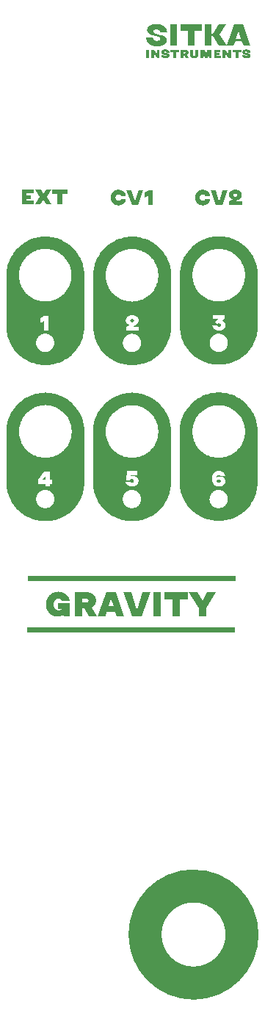
<source format=gbr>
%TF.GenerationSoftware,KiCad,Pcbnew,7.0.10-7.0.10~ubuntu22.04.1*%
%TF.CreationDate,2024-06-02T16:24:27+03:00*%
%TF.ProjectId,panel,70616e65-6c2e-46b6-9963-61645f706362,rev?*%
%TF.SameCoordinates,Original*%
%TF.FileFunction,Legend,Top*%
%TF.FilePolarity,Positive*%
%FSLAX46Y46*%
G04 Gerber Fmt 4.6, Leading zero omitted, Abs format (unit mm)*
G04 Created by KiCad (PCBNEW 7.0.10-7.0.10~ubuntu22.04.1) date 2024-06-02 16:24:27*
%MOMM*%
%LPD*%
G01*
G04 APERTURE LIST*
%ADD10C,0.000000*%
%ADD11C,3.800000*%
G04 APERTURE END LIST*
D10*
G36*
X78879060Y-36084070D02*
G01*
X78908385Y-36085790D01*
X78937269Y-36088656D01*
X78965712Y-36092669D01*
X78993713Y-36097828D01*
X79021274Y-36104134D01*
X79048393Y-36111587D01*
X79075071Y-36120186D01*
X79088162Y-36124778D01*
X79100977Y-36129734D01*
X79113517Y-36135053D01*
X79125781Y-36140736D01*
X79137770Y-36146783D01*
X79149483Y-36153194D01*
X79160921Y-36159968D01*
X79172083Y-36167107D01*
X79182969Y-36174609D01*
X79193580Y-36182475D01*
X79203915Y-36190704D01*
X79213975Y-36199298D01*
X79223759Y-36208255D01*
X79233268Y-36217576D01*
X79242501Y-36227260D01*
X79251459Y-36237309D01*
X79260224Y-36247550D01*
X79268526Y-36258166D01*
X79276365Y-36269157D01*
X79283740Y-36280522D01*
X79290653Y-36292263D01*
X79297103Y-36304379D01*
X79303089Y-36316869D01*
X79308613Y-36329734D01*
X79313673Y-36342974D01*
X79318271Y-36356589D01*
X79322405Y-36370579D01*
X79326076Y-36384944D01*
X79329284Y-36399684D01*
X79332029Y-36414798D01*
X79334311Y-36430288D01*
X79336130Y-36446152D01*
X79011575Y-36446152D01*
X79009856Y-36439560D01*
X79007872Y-36433188D01*
X79005623Y-36427037D01*
X79003110Y-36421106D01*
X79000332Y-36415396D01*
X78997289Y-36409906D01*
X78993981Y-36404637D01*
X78990409Y-36399588D01*
X78986573Y-36394759D01*
X78982472Y-36390151D01*
X78978106Y-36385764D01*
X78973475Y-36381596D01*
X78968580Y-36377650D01*
X78963420Y-36373924D01*
X78957996Y-36370418D01*
X78952306Y-36367133D01*
X78946402Y-36363886D01*
X78940333Y-36360849D01*
X78934098Y-36358021D01*
X78927699Y-36355403D01*
X78921134Y-36352994D01*
X78914403Y-36350795D01*
X78907507Y-36348805D01*
X78900447Y-36347025D01*
X78893220Y-36345454D01*
X78885829Y-36344093D01*
X78878272Y-36342941D01*
X78870549Y-36341998D01*
X78862662Y-36341265D01*
X78854609Y-36340742D01*
X78846390Y-36340428D01*
X78838007Y-36340323D01*
X78831987Y-36340389D01*
X78825923Y-36340585D01*
X78819815Y-36340914D01*
X78813664Y-36341373D01*
X78807469Y-36341964D01*
X78801229Y-36342685D01*
X78794946Y-36343538D01*
X78788618Y-36344523D01*
X78785459Y-36344912D01*
X78782334Y-36345378D01*
X78779241Y-36345922D01*
X78776182Y-36346543D01*
X78773156Y-36347242D01*
X78770163Y-36348018D01*
X78767203Y-36348872D01*
X78764276Y-36349803D01*
X78761382Y-36350812D01*
X78758521Y-36351898D01*
X78755693Y-36353062D01*
X78752898Y-36354303D01*
X78750136Y-36355622D01*
X78747407Y-36357018D01*
X78744711Y-36358492D01*
X78742048Y-36360043D01*
X78739655Y-36361498D01*
X78738517Y-36362259D01*
X78737417Y-36363042D01*
X78736356Y-36363847D01*
X78735333Y-36364673D01*
X78734349Y-36365522D01*
X78733403Y-36366393D01*
X78732496Y-36367286D01*
X78731628Y-36368202D01*
X78730798Y-36369139D01*
X78730007Y-36370098D01*
X78729255Y-36371079D01*
X78728541Y-36372082D01*
X78727865Y-36373108D01*
X78727228Y-36374155D01*
X78726630Y-36375225D01*
X78726070Y-36376316D01*
X78725549Y-36377430D01*
X78725067Y-36378565D01*
X78724623Y-36379723D01*
X78724218Y-36380903D01*
X78723851Y-36382105D01*
X78723523Y-36383329D01*
X78723233Y-36384574D01*
X78722983Y-36385842D01*
X78722770Y-36387133D01*
X78722597Y-36388445D01*
X78722461Y-36389779D01*
X78722365Y-36391135D01*
X78722288Y-36393914D01*
X78722359Y-36396532D01*
X78722574Y-36399096D01*
X78722933Y-36401604D01*
X78723434Y-36404057D01*
X78724079Y-36406455D01*
X78724867Y-36408798D01*
X78725799Y-36411086D01*
X78726874Y-36413318D01*
X78728092Y-36415496D01*
X78729453Y-36417618D01*
X78730957Y-36419685D01*
X78732605Y-36421697D01*
X78734396Y-36423654D01*
X78736331Y-36425556D01*
X78738408Y-36427402D01*
X78740629Y-36429194D01*
X78742976Y-36430770D01*
X78745434Y-36432325D01*
X78748002Y-36433857D01*
X78750681Y-36435368D01*
X78753470Y-36436856D01*
X78756369Y-36438322D01*
X78759379Y-36439767D01*
X78762498Y-36441189D01*
X78765729Y-36442589D01*
X78769069Y-36443967D01*
X78772520Y-36445323D01*
X78776081Y-36446657D01*
X78783535Y-36449259D01*
X78791429Y-36451773D01*
X78800049Y-36454313D01*
X78809684Y-36456985D01*
X78820333Y-36459787D01*
X78831998Y-36462721D01*
X78858370Y-36468980D01*
X78888799Y-36475764D01*
X78890573Y-36476135D01*
X78892344Y-36476551D01*
X78894112Y-36477010D01*
X78895877Y-36477513D01*
X78897640Y-36478060D01*
X78899399Y-36478651D01*
X78901156Y-36479285D01*
X78902910Y-36479964D01*
X78907066Y-36480664D01*
X78911038Y-36481364D01*
X78914825Y-36482064D01*
X78918428Y-36482764D01*
X78919151Y-36483114D01*
X78919921Y-36483463D01*
X78920739Y-36483814D01*
X78921603Y-36484164D01*
X78922514Y-36484514D01*
X78923472Y-36484864D01*
X78924476Y-36485214D01*
X78925527Y-36485564D01*
X78932626Y-36485564D01*
X78964001Y-36493038D01*
X78993921Y-36500644D01*
X79022386Y-36508383D01*
X79049395Y-36516254D01*
X79074950Y-36524258D01*
X79099049Y-36532394D01*
X79121693Y-36540662D01*
X79142881Y-36549063D01*
X79153167Y-36553407D01*
X79163211Y-36557972D01*
X79173012Y-36562757D01*
X79182571Y-36567762D01*
X79191886Y-36572988D01*
X79200960Y-36578435D01*
X79209790Y-36584102D01*
X79218378Y-36589989D01*
X79226724Y-36596097D01*
X79234826Y-36602425D01*
X79242686Y-36608973D01*
X79250304Y-36615743D01*
X79257679Y-36622732D01*
X79264811Y-36629942D01*
X79271701Y-36637373D01*
X79278349Y-36645024D01*
X79284671Y-36652757D01*
X79290586Y-36660789D01*
X79296093Y-36669118D01*
X79301192Y-36677745D01*
X79305883Y-36686669D01*
X79310166Y-36695891D01*
X79314041Y-36705410D01*
X79317508Y-36715227D01*
X79320567Y-36725342D01*
X79323218Y-36735754D01*
X79325462Y-36746464D01*
X79327297Y-36757472D01*
X79328725Y-36768777D01*
X79329745Y-36780380D01*
X79330356Y-36792280D01*
X79330560Y-36804478D01*
X79330345Y-36816031D01*
X79329700Y-36827408D01*
X79328626Y-36838608D01*
X79327121Y-36849632D01*
X79325186Y-36860480D01*
X79322821Y-36871151D01*
X79320027Y-36881646D01*
X79316802Y-36891965D01*
X79313148Y-36902107D01*
X79309063Y-36912074D01*
X79304549Y-36921863D01*
X79299605Y-36931477D01*
X79294231Y-36940914D01*
X79288427Y-36950174D01*
X79282193Y-36959259D01*
X79275529Y-36968167D01*
X79268628Y-36976688D01*
X79261330Y-36984967D01*
X79253636Y-36993003D01*
X79245544Y-37000797D01*
X79237055Y-37008348D01*
X79228170Y-37015657D01*
X79218887Y-37022723D01*
X79209208Y-37029547D01*
X79199131Y-37036129D01*
X79188658Y-37042468D01*
X79177788Y-37048565D01*
X79166521Y-37054419D01*
X79154857Y-37060031D01*
X79142796Y-37065400D01*
X79130338Y-37070527D01*
X79117483Y-37075411D01*
X79104265Y-37080025D01*
X79090716Y-37084341D01*
X79076836Y-37088359D01*
X79062626Y-37092080D01*
X79048084Y-37095503D01*
X79033212Y-37098628D01*
X79018010Y-37101456D01*
X79002476Y-37103986D01*
X78986612Y-37106218D01*
X78970417Y-37108153D01*
X78953892Y-37109790D01*
X78937036Y-37111129D01*
X78919849Y-37112171D01*
X78902331Y-37112915D01*
X78866304Y-37113511D01*
X78866201Y-37113621D01*
X78833437Y-37113026D01*
X78801467Y-37111240D01*
X78770290Y-37108264D01*
X78739907Y-37104097D01*
X78710318Y-37098739D01*
X78681523Y-37092191D01*
X78667423Y-37088470D01*
X78653521Y-37084452D01*
X78639818Y-37080136D01*
X78626314Y-37075522D01*
X78613234Y-37070412D01*
X78600452Y-37064961D01*
X78587967Y-37059167D01*
X78575780Y-37053032D01*
X78563890Y-37046556D01*
X78552298Y-37039737D01*
X78541003Y-37032577D01*
X78530007Y-37025075D01*
X78519307Y-37017231D01*
X78508905Y-37009046D01*
X78498801Y-37000518D01*
X78488995Y-36991649D01*
X78479486Y-36982438D01*
X78470275Y-36972886D01*
X78461361Y-36962991D01*
X78452745Y-36952755D01*
X78444676Y-36942001D01*
X78437047Y-36930905D01*
X78429860Y-36919467D01*
X78423113Y-36907687D01*
X78416808Y-36895566D01*
X78410943Y-36883103D01*
X78405519Y-36870298D01*
X78400537Y-36857151D01*
X78395995Y-36843663D01*
X78391894Y-36829833D01*
X78388234Y-36815662D01*
X78385014Y-36801148D01*
X78382236Y-36786293D01*
X78379899Y-36771097D01*
X78378002Y-36755558D01*
X78376546Y-36739678D01*
X78686990Y-36739678D01*
X78688118Y-36744573D01*
X78689378Y-36749379D01*
X78690770Y-36754097D01*
X78692294Y-36758728D01*
X78693949Y-36763269D01*
X78695737Y-36767723D01*
X78697656Y-36772089D01*
X78699707Y-36776366D01*
X78701890Y-36780555D01*
X78704205Y-36784656D01*
X78706651Y-36788668D01*
X78709230Y-36792593D01*
X78711940Y-36796429D01*
X78714782Y-36800177D01*
X78717756Y-36803836D01*
X78720861Y-36807408D01*
X78724086Y-36810709D01*
X78727409Y-36813912D01*
X78730832Y-36817015D01*
X78734354Y-36820019D01*
X78737976Y-36822924D01*
X78741696Y-36825730D01*
X78745516Y-36828436D01*
X78749435Y-36831043D01*
X78753453Y-36833551D01*
X78757571Y-36835959D01*
X78761787Y-36838269D01*
X78766103Y-36840479D01*
X78770519Y-36842590D01*
X78775033Y-36844602D01*
X78779647Y-36846515D01*
X78784361Y-36848328D01*
X78789162Y-36849866D01*
X78794040Y-36851305D01*
X78798996Y-36852644D01*
X78804029Y-36853884D01*
X78809139Y-36855025D01*
X78814325Y-36856067D01*
X78819590Y-36857009D01*
X78824931Y-36857853D01*
X78835845Y-36859242D01*
X78847067Y-36860234D01*
X78858599Y-36860829D01*
X78870439Y-36861027D01*
X78885235Y-36860829D01*
X78899280Y-36860234D01*
X78912576Y-36859242D01*
X78925122Y-36857853D01*
X78936919Y-36856067D01*
X78947965Y-36853884D01*
X78958262Y-36851305D01*
X78963129Y-36849866D01*
X78967809Y-36848328D01*
X78972423Y-36846498D01*
X78976740Y-36844536D01*
X78980758Y-36842441D01*
X78984479Y-36840214D01*
X78987902Y-36837855D01*
X78991028Y-36835363D01*
X78993856Y-36832739D01*
X78995158Y-36831378D01*
X78996386Y-36829983D01*
X78997539Y-36828555D01*
X78998618Y-36827094D01*
X78999623Y-36825600D01*
X79000553Y-36824073D01*
X79001409Y-36822513D01*
X79002190Y-36820920D01*
X79002897Y-36819294D01*
X79003529Y-36817634D01*
X79004087Y-36815942D01*
X79004571Y-36814216D01*
X79004980Y-36812457D01*
X79005315Y-36810666D01*
X79005576Y-36808841D01*
X79005762Y-36806983D01*
X79005911Y-36803168D01*
X79005850Y-36800560D01*
X79005668Y-36798030D01*
X79005365Y-36795577D01*
X79004941Y-36793201D01*
X79004395Y-36790902D01*
X79003728Y-36788680D01*
X79002940Y-36786536D01*
X79002031Y-36784468D01*
X79001000Y-36782478D01*
X78999849Y-36780565D01*
X78998576Y-36778729D01*
X78997182Y-36776971D01*
X78995666Y-36775289D01*
X78994029Y-36773685D01*
X78992271Y-36772158D01*
X78990392Y-36770708D01*
X78988381Y-36769132D01*
X78986226Y-36767578D01*
X78983928Y-36766045D01*
X78981486Y-36764535D01*
X78978901Y-36763046D01*
X78976173Y-36761580D01*
X78973301Y-36760136D01*
X78970286Y-36758714D01*
X78967127Y-36757313D01*
X78963825Y-36755935D01*
X78960380Y-36754579D01*
X78956791Y-36753245D01*
X78953059Y-36751933D01*
X78949184Y-36750643D01*
X78945165Y-36749375D01*
X78941003Y-36748129D01*
X78931698Y-36745501D01*
X78920718Y-36742565D01*
X78893731Y-36735772D01*
X78860041Y-36727750D01*
X78819650Y-36718499D01*
X78818250Y-36718499D01*
X78787140Y-36711069D01*
X78757308Y-36703594D01*
X78728755Y-36696076D01*
X78701481Y-36688513D01*
X78675485Y-36680906D01*
X78650769Y-36673255D01*
X78627331Y-36665559D01*
X78605173Y-36657818D01*
X78594683Y-36653640D01*
X78584380Y-36649219D01*
X78574265Y-36644555D01*
X78564337Y-36639649D01*
X78554597Y-36634500D01*
X78545044Y-36629109D01*
X78535679Y-36623475D01*
X78526501Y-36617598D01*
X78517511Y-36611480D01*
X78508708Y-36605118D01*
X78500093Y-36598514D01*
X78491665Y-36591668D01*
X78483425Y-36584579D01*
X78475372Y-36577248D01*
X78467507Y-36569674D01*
X78459829Y-36561858D01*
X78452652Y-36553595D01*
X78445938Y-36545035D01*
X78439687Y-36536177D01*
X78433899Y-36527021D01*
X78428574Y-36517568D01*
X78423712Y-36507817D01*
X78419313Y-36497768D01*
X78415377Y-36487422D01*
X78411904Y-36476778D01*
X78408895Y-36465837D01*
X78406348Y-36454598D01*
X78404264Y-36443061D01*
X78402644Y-36431226D01*
X78401486Y-36419094D01*
X78400792Y-36406664D01*
X78400560Y-36393937D01*
X78400814Y-36380509D01*
X78401574Y-36367390D01*
X78402842Y-36354580D01*
X78404617Y-36342078D01*
X78406899Y-36329885D01*
X78409688Y-36318001D01*
X78412984Y-36306425D01*
X78416788Y-36295159D01*
X78421098Y-36284200D01*
X78425916Y-36273551D01*
X78431241Y-36263210D01*
X78437072Y-36253178D01*
X78443411Y-36243455D01*
X78450257Y-36234040D01*
X78457611Y-36224934D01*
X78465471Y-36216137D01*
X78473899Y-36207472D01*
X78482602Y-36199115D01*
X78491581Y-36191066D01*
X78500835Y-36183327D01*
X78510366Y-36175896D01*
X78520172Y-36168774D01*
X78530253Y-36161961D01*
X78540610Y-36155456D01*
X78551243Y-36149261D01*
X78562152Y-36143374D01*
X78573336Y-36137796D01*
X78584796Y-36132526D01*
X78596532Y-36127566D01*
X78608544Y-36122914D01*
X78620831Y-36118571D01*
X78633394Y-36114537D01*
X78658993Y-36107262D01*
X78684988Y-36100957D01*
X78711381Y-36095622D01*
X78738170Y-36091257D01*
X78765356Y-36087862D01*
X78792939Y-36085437D01*
X78820918Y-36083982D01*
X78849294Y-36083496D01*
X78879060Y-36084070D01*
G37*
G36*
X86145403Y-36647955D02*
G01*
X86145403Y-36104678D01*
X86434679Y-36104678D01*
X86434679Y-37092455D01*
X86110124Y-37092455D01*
X85764402Y-36549178D01*
X85764402Y-37092455D01*
X85475126Y-37092455D01*
X85475126Y-36104678D01*
X85799680Y-36104678D01*
X86145403Y-36647955D01*
G37*
G36*
X67536800Y-52744916D02*
G01*
X66956480Y-52744916D01*
X66956480Y-53950004D01*
X66413200Y-53950004D01*
X66413200Y-52744916D01*
X65832880Y-52744916D01*
X65832880Y-52221396D01*
X67536800Y-52221396D01*
X67536800Y-52744916D01*
G37*
G36*
X85234803Y-75623848D02*
G01*
X85464034Y-75641174D01*
X85689858Y-75669711D01*
X85911996Y-75709179D01*
X86130170Y-75759300D01*
X86344102Y-75819795D01*
X86553513Y-75890385D01*
X86758124Y-75970792D01*
X86957657Y-76060735D01*
X87151833Y-76159938D01*
X87340373Y-76268120D01*
X87522999Y-76385004D01*
X87699432Y-76510310D01*
X87869394Y-76643760D01*
X88032606Y-76785074D01*
X88188789Y-76933974D01*
X88337666Y-77090182D01*
X88478956Y-77253418D01*
X88612382Y-77423403D01*
X88737665Y-77599860D01*
X88854526Y-77782508D01*
X88962688Y-77971069D01*
X89061870Y-78165265D01*
X89151795Y-78364817D01*
X89232184Y-78569445D01*
X89302758Y-78778872D01*
X89363239Y-78992817D01*
X89413349Y-79211003D01*
X89452808Y-79433151D01*
X89481338Y-79658982D01*
X89498660Y-79888217D01*
X89504496Y-80120577D01*
X89504496Y-85911954D01*
X89498660Y-86144313D01*
X89481338Y-86373543D01*
X89452808Y-86599367D01*
X89413349Y-86821505D01*
X89363239Y-87039680D01*
X89302758Y-87253612D01*
X89232184Y-87463023D01*
X89151795Y-87667634D01*
X89061870Y-87867166D01*
X88962688Y-88061342D01*
X88854526Y-88249882D01*
X88737665Y-88432508D01*
X88612382Y-88608942D01*
X88478956Y-88778903D01*
X88337666Y-88942115D01*
X88188789Y-89098299D01*
X88032606Y-89247175D01*
X87869394Y-89388465D01*
X87699432Y-89521891D01*
X87522999Y-89647174D01*
X87340373Y-89764035D01*
X87151833Y-89872197D01*
X86957657Y-89971379D01*
X86758124Y-90061304D01*
X86553513Y-90141693D01*
X86344102Y-90212267D01*
X86130170Y-90272748D01*
X85911996Y-90322858D01*
X85689858Y-90362317D01*
X85464034Y-90390846D01*
X85234803Y-90408169D01*
X85002445Y-90414005D01*
X84770086Y-90408169D01*
X84540856Y-90390846D01*
X84315032Y-90362317D01*
X84092894Y-90322858D01*
X83874719Y-90272748D01*
X83660787Y-90212267D01*
X83451376Y-90141693D01*
X83246765Y-90061304D01*
X83047232Y-89971379D01*
X82853057Y-89872197D01*
X82664517Y-89764035D01*
X82481890Y-89647174D01*
X82305457Y-89521891D01*
X82135495Y-89388465D01*
X81972283Y-89247175D01*
X81816100Y-89098299D01*
X81667224Y-88942115D01*
X81525934Y-88778903D01*
X81392508Y-88608942D01*
X81267225Y-88432508D01*
X81150363Y-88249882D01*
X81042202Y-88061342D01*
X80961610Y-87903563D01*
X83947212Y-87903563D01*
X83948499Y-87955634D01*
X83952344Y-88007351D01*
X83958711Y-88058629D01*
X83967564Y-88109382D01*
X83978868Y-88159523D01*
X83992587Y-88208966D01*
X84008685Y-88257626D01*
X84027126Y-88305415D01*
X84047876Y-88352249D01*
X84070897Y-88398041D01*
X84096156Y-88442705D01*
X84123615Y-88486155D01*
X84153240Y-88528304D01*
X84184995Y-88569067D01*
X84218843Y-88608358D01*
X84254750Y-88646090D01*
X84292482Y-88681997D01*
X84331773Y-88715845D01*
X84372535Y-88747600D01*
X84414684Y-88777224D01*
X84458133Y-88804684D01*
X84502795Y-88829942D01*
X84548585Y-88852964D01*
X84595416Y-88873713D01*
X84643203Y-88892155D01*
X84691858Y-88908253D01*
X84741296Y-88921971D01*
X84791431Y-88933275D01*
X84842176Y-88942128D01*
X84893445Y-88948495D01*
X84945153Y-88952340D01*
X84997212Y-88953628D01*
X85049283Y-88952343D01*
X85101001Y-88948502D01*
X85152279Y-88942138D01*
X85203032Y-88933288D01*
X85253174Y-88921987D01*
X85302618Y-88908271D01*
X85351279Y-88892177D01*
X85399069Y-88873738D01*
X85445905Y-88852991D01*
X85491698Y-88829973D01*
X85536363Y-88804717D01*
X85579815Y-88777260D01*
X85621966Y-88747638D01*
X85662731Y-88715886D01*
X85702024Y-88682040D01*
X85739758Y-88646136D01*
X85775667Y-88608406D01*
X85809518Y-88569117D01*
X85841275Y-88528355D01*
X85870903Y-88486207D01*
X85898365Y-88442758D01*
X85923626Y-88398095D01*
X85946651Y-88352302D01*
X85967403Y-88305467D01*
X85985848Y-88257675D01*
X86001948Y-88209012D01*
X86015670Y-88159565D01*
X86026977Y-88109418D01*
X86035833Y-88058659D01*
X86042203Y-88007373D01*
X86046051Y-87955646D01*
X86047342Y-87903565D01*
X86046055Y-87851494D01*
X86042210Y-87799776D01*
X86035843Y-87748498D01*
X86026990Y-87697746D01*
X86015686Y-87647605D01*
X86001967Y-87598161D01*
X85985869Y-87549502D01*
X85967428Y-87501712D01*
X85946678Y-87454878D01*
X85923656Y-87409086D01*
X85898398Y-87364422D01*
X85870939Y-87320973D01*
X85841314Y-87278824D01*
X85809559Y-87238060D01*
X85775711Y-87198770D01*
X85739804Y-87161038D01*
X85702072Y-87125131D01*
X85662781Y-87091282D01*
X85622018Y-87059528D01*
X85579869Y-87029903D01*
X85536419Y-87002444D01*
X85491755Y-86977185D01*
X85445963Y-86954163D01*
X85399130Y-86933414D01*
X85351340Y-86914972D01*
X85302680Y-86898874D01*
X85253237Y-86885156D01*
X85203096Y-86873852D01*
X85152343Y-86864999D01*
X85101065Y-86858631D01*
X85049348Y-86854786D01*
X84997329Y-86853500D01*
X84945271Y-86854784D01*
X84893553Y-86858625D01*
X84842275Y-86864989D01*
X84791522Y-86873839D01*
X84741380Y-86885140D01*
X84691936Y-86898855D01*
X84643275Y-86914950D01*
X84595484Y-86933389D01*
X84548649Y-86954135D01*
X84502856Y-86977154D01*
X84458191Y-87002410D01*
X84414739Y-87029867D01*
X84372588Y-87059489D01*
X84331823Y-87091241D01*
X84292530Y-87125087D01*
X84254796Y-87160992D01*
X84218887Y-87198722D01*
X84185036Y-87238010D01*
X84153279Y-87278772D01*
X84123651Y-87320920D01*
X84096189Y-87364369D01*
X84070928Y-87409032D01*
X84047903Y-87454825D01*
X84027151Y-87501660D01*
X84008706Y-87549452D01*
X83992606Y-87598115D01*
X83978884Y-87647562D01*
X83967577Y-87697709D01*
X83958721Y-87748468D01*
X83952351Y-87799754D01*
X83948503Y-87851481D01*
X83947212Y-87903563D01*
X80961610Y-87903563D01*
X80943020Y-87867166D01*
X80853095Y-87667634D01*
X80772706Y-87463023D01*
X80702131Y-87253612D01*
X80641650Y-87039680D01*
X80598889Y-86853499D01*
X80591541Y-86821505D01*
X80552082Y-86599367D01*
X80523552Y-86373543D01*
X80506230Y-86144313D01*
X80500394Y-85911954D01*
X80500394Y-85562621D01*
X84225748Y-85562621D01*
X84226095Y-85592427D01*
X84227136Y-85621962D01*
X84228872Y-85651224D01*
X84231302Y-85680216D01*
X84234426Y-85708936D01*
X84238244Y-85737386D01*
X84242757Y-85765565D01*
X84247965Y-85793473D01*
X84253867Y-85821112D01*
X84260463Y-85848481D01*
X84267754Y-85875580D01*
X84275740Y-85902409D01*
X84284421Y-85928970D01*
X84293796Y-85955261D01*
X84303866Y-85981284D01*
X84314631Y-86007038D01*
X84326401Y-86032354D01*
X84338870Y-86057059D01*
X84352036Y-86081153D01*
X84365900Y-86104635D01*
X84380460Y-86127503D01*
X84395716Y-86149757D01*
X84411668Y-86171395D01*
X84428315Y-86192417D01*
X84445657Y-86212822D01*
X84463692Y-86232608D01*
X84482421Y-86251775D01*
X84501843Y-86270322D01*
X84521957Y-86288247D01*
X84542763Y-86305550D01*
X84564261Y-86322230D01*
X84586449Y-86338285D01*
X84609599Y-86353231D01*
X84633365Y-86367203D01*
X84657747Y-86380201D01*
X84682745Y-86392228D01*
X84708359Y-86403285D01*
X84734590Y-86413373D01*
X84761438Y-86422493D01*
X84788903Y-86430648D01*
X84816985Y-86437837D01*
X84845685Y-86444064D01*
X84875003Y-86449328D01*
X84904938Y-86453633D01*
X84935492Y-86456978D01*
X84966665Y-86459366D01*
X84998456Y-86460798D01*
X85030867Y-86461274D01*
X85060232Y-86460938D01*
X85089060Y-86459930D01*
X85117350Y-86458248D01*
X85145103Y-86455893D01*
X85172317Y-86452864D01*
X85198992Y-86449162D01*
X85225128Y-86444784D01*
X85250725Y-86439732D01*
X85275781Y-86434005D01*
X85300296Y-86427602D01*
X85324271Y-86420523D01*
X85347703Y-86412768D01*
X85370594Y-86404336D01*
X85392943Y-86395226D01*
X85414748Y-86385439D01*
X85436010Y-86374975D01*
X85456981Y-86363967D01*
X85477296Y-86352554D01*
X85496956Y-86340733D01*
X85515960Y-86328507D01*
X85534308Y-86315874D01*
X85552000Y-86302836D01*
X85569036Y-86289392D01*
X85585416Y-86275543D01*
X85601141Y-86261289D01*
X85616209Y-86246630D01*
X85630622Y-86231566D01*
X85644378Y-86216097D01*
X85657478Y-86200225D01*
X85669922Y-86183948D01*
X85681710Y-86167267D01*
X85692842Y-86150183D01*
X85703307Y-86132533D01*
X85713093Y-86114771D01*
X85722203Y-86096898D01*
X85730635Y-86078913D01*
X85738390Y-86060814D01*
X85745469Y-86042602D01*
X85751872Y-86024275D01*
X85757599Y-86005833D01*
X85762651Y-85987276D01*
X85767028Y-85968602D01*
X85770731Y-85949811D01*
X85773760Y-85930902D01*
X85776115Y-85911875D01*
X85777796Y-85892729D01*
X85778805Y-85873463D01*
X85779141Y-85854077D01*
X85778794Y-85831753D01*
X85777753Y-85809848D01*
X85776017Y-85788364D01*
X85773588Y-85767302D01*
X85770463Y-85746660D01*
X85766645Y-85726442D01*
X85762132Y-85706646D01*
X85756925Y-85687274D01*
X85751023Y-85668327D01*
X85744426Y-85649804D01*
X85737135Y-85631708D01*
X85729149Y-85614037D01*
X85720469Y-85596795D01*
X85711093Y-85579979D01*
X85701023Y-85563593D01*
X85690258Y-85547635D01*
X85678924Y-85532144D01*
X85667145Y-85517157D01*
X85654922Y-85502673D01*
X85642256Y-85488692D01*
X85629146Y-85475213D01*
X85615591Y-85462237D01*
X85601593Y-85449763D01*
X85587152Y-85437791D01*
X85572266Y-85426321D01*
X85556937Y-85415351D01*
X85541164Y-85404883D01*
X85524948Y-85394916D01*
X85508288Y-85385449D01*
X85491184Y-85376483D01*
X85473637Y-85368016D01*
X85455647Y-85360050D01*
X85437359Y-85352276D01*
X85418917Y-85345007D01*
X85400322Y-85338242D01*
X85381573Y-85331980D01*
X85362671Y-85326221D01*
X85343614Y-85320965D01*
X85324404Y-85316211D01*
X85305040Y-85311959D01*
X85285521Y-85308209D01*
X85265848Y-85304960D01*
X85246020Y-85302212D01*
X85226038Y-85299964D01*
X85205900Y-85298217D01*
X85185607Y-85296969D01*
X85165159Y-85296221D01*
X85144555Y-85295971D01*
X85124212Y-85296231D01*
X85103932Y-85297015D01*
X85083720Y-85298328D01*
X85063581Y-85300176D01*
X85043518Y-85302565D01*
X85023538Y-85305498D01*
X85003644Y-85308983D01*
X84983841Y-85313025D01*
X84964817Y-85317631D01*
X84946023Y-85322801D01*
X84927459Y-85328526D01*
X84909125Y-85334800D01*
X84891023Y-85341614D01*
X84873154Y-85348960D01*
X84855517Y-85356830D01*
X84838114Y-85365218D01*
X84829539Y-85369594D01*
X84821101Y-85374082D01*
X84812800Y-85378681D01*
X84804635Y-85383392D01*
X84796605Y-85388216D01*
X84788712Y-85393153D01*
X84780954Y-85398205D01*
X84773331Y-85403372D01*
X84765843Y-85408654D01*
X84758490Y-85414053D01*
X84751272Y-85419570D01*
X84744188Y-85425204D01*
X84737238Y-85430957D01*
X84730422Y-85436829D01*
X84723740Y-85442821D01*
X84717191Y-85448934D01*
X84717191Y-85436530D01*
X84717343Y-85424599D01*
X84717798Y-85412882D01*
X84718558Y-85401378D01*
X84719623Y-85390088D01*
X84720994Y-85379012D01*
X84722672Y-85368148D01*
X84724657Y-85357497D01*
X84726950Y-85347058D01*
X84729552Y-85336832D01*
X84732463Y-85326817D01*
X84735684Y-85317014D01*
X84739216Y-85307423D01*
X84743059Y-85298043D01*
X84747215Y-85288874D01*
X84751683Y-85279915D01*
X84756465Y-85271167D01*
X84761502Y-85262363D01*
X84766735Y-85253853D01*
X84772164Y-85245637D01*
X84777788Y-85237714D01*
X84783606Y-85230083D01*
X84789619Y-85222744D01*
X84795825Y-85215696D01*
X84802226Y-85208938D01*
X84808819Y-85202469D01*
X84815604Y-85196289D01*
X84822581Y-85190397D01*
X84829751Y-85184792D01*
X84837111Y-85179474D01*
X84844662Y-85174441D01*
X84852403Y-85169693D01*
X84860334Y-85165230D01*
X84868701Y-85160743D01*
X84877132Y-85156541D01*
X84885627Y-85152626D01*
X84894184Y-85148998D01*
X84902803Y-85145657D01*
X84911483Y-85142605D01*
X84920222Y-85139841D01*
X84929020Y-85137366D01*
X84937876Y-85135180D01*
X84946789Y-85133284D01*
X84955758Y-85131678D01*
X84964782Y-85130363D01*
X84973861Y-85129340D01*
X84982992Y-85128608D01*
X84992176Y-85128169D01*
X85001411Y-85128022D01*
X85009069Y-85128109D01*
X85016608Y-85128370D01*
X85024029Y-85128803D01*
X85031332Y-85129411D01*
X85038518Y-85130192D01*
X85045587Y-85131147D01*
X85052539Y-85132275D01*
X85059375Y-85133577D01*
X85066096Y-85135052D01*
X85072701Y-85136702D01*
X85079191Y-85138524D01*
X85085567Y-85140521D01*
X85091829Y-85142691D01*
X85097976Y-85145035D01*
X85104011Y-85147553D01*
X85109932Y-85150244D01*
X85116007Y-85152809D01*
X85121886Y-85155563D01*
X85127568Y-85158509D01*
X85133054Y-85161645D01*
X85138345Y-85164973D01*
X85143442Y-85168493D01*
X85148345Y-85172205D01*
X85153054Y-85176110D01*
X85157571Y-85180207D01*
X85161895Y-85184498D01*
X85166027Y-85188982D01*
X85169968Y-85193661D01*
X85173718Y-85198534D01*
X85177278Y-85203602D01*
X85180648Y-85208865D01*
X85183829Y-85214323D01*
X85744518Y-85214323D01*
X85741142Y-85194396D01*
X85737186Y-85174742D01*
X85732650Y-85155361D01*
X85727536Y-85136253D01*
X85721842Y-85117417D01*
X85715569Y-85098852D01*
X85708717Y-85080559D01*
X85701286Y-85062536D01*
X85693276Y-85044783D01*
X85684688Y-85027300D01*
X85675521Y-85010086D01*
X85665775Y-84993140D01*
X85655452Y-84976463D01*
X85644550Y-84960053D01*
X85633070Y-84943911D01*
X85621012Y-84928035D01*
X85608744Y-84912217D01*
X85596018Y-84896865D01*
X85582833Y-84881978D01*
X85569187Y-84867557D01*
X85555082Y-84853601D01*
X85540515Y-84840109D01*
X85525487Y-84827081D01*
X85509996Y-84814516D01*
X85494042Y-84802415D01*
X85477624Y-84790776D01*
X85460743Y-84779599D01*
X85443396Y-84768884D01*
X85425584Y-84758630D01*
X85407305Y-84748837D01*
X85388560Y-84739504D01*
X85369347Y-84730631D01*
X85349743Y-84721957D01*
X85329826Y-84713838D01*
X85309597Y-84706274D01*
X85289056Y-84699267D01*
X85268203Y-84692816D01*
X85247040Y-84686923D01*
X85225566Y-84681589D01*
X85203784Y-84676813D01*
X85181692Y-84672597D01*
X85159293Y-84668941D01*
X85136586Y-84665845D01*
X85113573Y-84663311D01*
X85090253Y-84661339D01*
X85066628Y-84659930D01*
X85042698Y-84659084D01*
X85018464Y-84658801D01*
X84986659Y-84659295D01*
X84955451Y-84660776D01*
X84924839Y-84663243D01*
X84894824Y-84666696D01*
X84865405Y-84671135D01*
X84836584Y-84676559D01*
X84808361Y-84682968D01*
X84780735Y-84690361D01*
X84753707Y-84698738D01*
X84727278Y-84708099D01*
X84701447Y-84718442D01*
X84676215Y-84729769D01*
X84651582Y-84742077D01*
X84627549Y-84755367D01*
X84604116Y-84769638D01*
X84581282Y-84784890D01*
X84559405Y-84800951D01*
X84538223Y-84817647D01*
X84517737Y-84834978D01*
X84497945Y-84852945D01*
X84478850Y-84871548D01*
X84460449Y-84890788D01*
X84442742Y-84910663D01*
X84425731Y-84931175D01*
X84409414Y-84952324D01*
X84393792Y-84974109D01*
X84378863Y-84996531D01*
X84364629Y-85019591D01*
X84351089Y-85043288D01*
X84338243Y-85067622D01*
X84326090Y-85092594D01*
X84314631Y-85118203D01*
X84303866Y-85143958D01*
X84293796Y-85169981D01*
X84284421Y-85196273D01*
X84275740Y-85222834D01*
X84267754Y-85249664D01*
X84260463Y-85276763D01*
X84253867Y-85304131D01*
X84247965Y-85331770D01*
X84242757Y-85359679D01*
X84238244Y-85387858D01*
X84234426Y-85416307D01*
X84231302Y-85445027D01*
X84228872Y-85474019D01*
X84227136Y-85503281D01*
X84226095Y-85532816D01*
X84225748Y-85562621D01*
X80500394Y-85562621D01*
X80500394Y-80120577D01*
X80500563Y-80113860D01*
X81977306Y-80113860D01*
X81981259Y-80269768D01*
X81992968Y-80423629D01*
X82012244Y-80575253D01*
X82038896Y-80724450D01*
X82072735Y-80871028D01*
X82113568Y-81014799D01*
X82161207Y-81155571D01*
X82215461Y-81293154D01*
X82276140Y-81427358D01*
X82343053Y-81557992D01*
X82416010Y-81684867D01*
X82494822Y-81807792D01*
X82579296Y-81926576D01*
X82669244Y-82041029D01*
X82764475Y-82150962D01*
X82864799Y-82256182D01*
X82970025Y-82356501D01*
X83079963Y-82451728D01*
X83194423Y-82541673D01*
X83313215Y-82626144D01*
X83436148Y-82704953D01*
X83563031Y-82777908D01*
X83693676Y-82844819D01*
X83827890Y-82905497D01*
X83965485Y-82959750D01*
X84106270Y-83007388D01*
X84250054Y-83048221D01*
X84396647Y-83082058D01*
X84545860Y-83108710D01*
X84697500Y-83127986D01*
X84851380Y-83139695D01*
X85007307Y-83143648D01*
X85157559Y-83139929D01*
X85306792Y-83128830D01*
X85454756Y-83110455D01*
X85601205Y-83084906D01*
X85745888Y-83052286D01*
X85888559Y-83012698D01*
X86028968Y-82966245D01*
X86166867Y-82913030D01*
X86302008Y-82853156D01*
X86434142Y-82786725D01*
X86563022Y-82713841D01*
X86688398Y-82634606D01*
X86810022Y-82549123D01*
X86927647Y-82457495D01*
X87041023Y-82359825D01*
X87149902Y-82256215D01*
X87253515Y-82147339D01*
X87351188Y-82033967D01*
X87442820Y-81916346D01*
X87528307Y-81794726D01*
X87607546Y-81669356D01*
X87680434Y-81540483D01*
X87746869Y-81408358D01*
X87806748Y-81273227D01*
X87859967Y-81135341D01*
X87906424Y-80994947D01*
X87946017Y-80852295D01*
X87978641Y-80707633D01*
X88004195Y-80561210D01*
X88022574Y-80413274D01*
X88033678Y-80264074D01*
X88037402Y-80113859D01*
X88033692Y-79963590D01*
X88022602Y-79814340D01*
X88004233Y-79666358D01*
X87978688Y-79519893D01*
X87946072Y-79375192D01*
X87906485Y-79232505D01*
X87860032Y-79092079D01*
X87806816Y-78954164D01*
X87746938Y-78819007D01*
X87680503Y-78686857D01*
X87607612Y-78557962D01*
X87528370Y-78432572D01*
X87442878Y-78310934D01*
X87351240Y-78193297D01*
X87253558Y-78079909D01*
X87149936Y-77971020D01*
X87041046Y-77867397D01*
X86927658Y-77769716D01*
X86810021Y-77678077D01*
X86688384Y-77592586D01*
X86562993Y-77513343D01*
X86434099Y-77440452D01*
X86301949Y-77374017D01*
X86166792Y-77314139D01*
X86028876Y-77260923D01*
X85888451Y-77214470D01*
X85745763Y-77174884D01*
X85601062Y-77142267D01*
X85454597Y-77116722D01*
X85306615Y-77098353D01*
X85157365Y-77087263D01*
X85007245Y-77083557D01*
X84857151Y-77087272D01*
X84707918Y-77098371D01*
X84559953Y-77116746D01*
X84413505Y-77142295D01*
X84268821Y-77174915D01*
X84126151Y-77214502D01*
X83985741Y-77260955D01*
X83847842Y-77314170D01*
X83712701Y-77374044D01*
X83580567Y-77440475D01*
X83451687Y-77513360D01*
X83326311Y-77592595D01*
X83204686Y-77678078D01*
X83087062Y-77769706D01*
X82973686Y-77867376D01*
X82864807Y-77970985D01*
X82761194Y-78079861D01*
X82663520Y-78193234D01*
X82571888Y-78310857D01*
X82486401Y-78432482D01*
X82407162Y-78557860D01*
X82334274Y-78686744D01*
X82267839Y-78818886D01*
X82207960Y-78954038D01*
X82154741Y-79091952D01*
X82108284Y-79232379D01*
X82068691Y-79375074D01*
X82036067Y-79519786D01*
X82010513Y-79666269D01*
X81992133Y-79814274D01*
X81981030Y-79963554D01*
X81977306Y-80113860D01*
X80500563Y-80113860D01*
X80506230Y-79888217D01*
X80523552Y-79658982D01*
X80552082Y-79433151D01*
X80591541Y-79211003D01*
X80641650Y-78992817D01*
X80702131Y-78778872D01*
X80772706Y-78569445D01*
X80853095Y-78364817D01*
X80943020Y-78165265D01*
X81042202Y-77971069D01*
X81150363Y-77782508D01*
X81267225Y-77599860D01*
X81392508Y-77423403D01*
X81525934Y-77253418D01*
X81667224Y-77090182D01*
X81673542Y-77083553D01*
X85007096Y-77083553D01*
X85007245Y-77083557D01*
X85007403Y-77083553D01*
X85007096Y-77083553D01*
X81673542Y-77083553D01*
X81816100Y-76933974D01*
X81972283Y-76785074D01*
X82135495Y-76643760D01*
X82305457Y-76510310D01*
X82481890Y-76385004D01*
X82664517Y-76268120D01*
X82853057Y-76159938D01*
X83047232Y-76060735D01*
X83246765Y-75970792D01*
X83451376Y-75890385D01*
X83660787Y-75819795D01*
X83874719Y-75759300D01*
X84092894Y-75709179D01*
X84315032Y-75669711D01*
X84540856Y-75641174D01*
X84770086Y-75623848D01*
X85002445Y-75618010D01*
X85234803Y-75623848D01*
G37*
G36*
X81129655Y-36105030D02*
G01*
X81152348Y-36106089D01*
X81174413Y-36107853D01*
X81195850Y-36110322D01*
X81216659Y-36113497D01*
X81236839Y-36117377D01*
X81256390Y-36121964D01*
X81275313Y-36127255D01*
X81293608Y-36133252D01*
X81311275Y-36139955D01*
X81328313Y-36147363D01*
X81344722Y-36155477D01*
X81360504Y-36164296D01*
X81375656Y-36173821D01*
X81390181Y-36184051D01*
X81404077Y-36194987D01*
X81417235Y-36206364D01*
X81429543Y-36218270D01*
X81441003Y-36230706D01*
X81451614Y-36243670D01*
X81461377Y-36257164D01*
X81470290Y-36271187D01*
X81478354Y-36285739D01*
X81485570Y-36300820D01*
X81491937Y-36316431D01*
X81497455Y-36332570D01*
X81502124Y-36349239D01*
X81505944Y-36366437D01*
X81508915Y-36384164D01*
X81511037Y-36402420D01*
X81512311Y-36421205D01*
X81512735Y-36440520D01*
X81512553Y-36452944D01*
X81512007Y-36465170D01*
X81511098Y-36477198D01*
X81509825Y-36489027D01*
X81508187Y-36500658D01*
X81506186Y-36512090D01*
X81503822Y-36523323D01*
X81501093Y-36534359D01*
X81498001Y-36545195D01*
X81494544Y-36555834D01*
X81490724Y-36566274D01*
X81486540Y-36576515D01*
X81481992Y-36586558D01*
X81477080Y-36596402D01*
X81471805Y-36606048D01*
X81466165Y-36615496D01*
X81460189Y-36624547D01*
X81453905Y-36633356D01*
X81447312Y-36641922D01*
X81440411Y-36650245D01*
X81433201Y-36658326D01*
X81425682Y-36666165D01*
X81417855Y-36673760D01*
X81409719Y-36681114D01*
X81401275Y-36688224D01*
X81392521Y-36695092D01*
X81383460Y-36701718D01*
X81374089Y-36708101D01*
X81364410Y-36714241D01*
X81354422Y-36720139D01*
X81344126Y-36725795D01*
X81333521Y-36731207D01*
X81560709Y-37092451D01*
X81219221Y-37092451D01*
X81020254Y-36776362D01*
X80928533Y-36776362D01*
X80928533Y-37092451D01*
X80623735Y-37092455D01*
X80623735Y-36530835D01*
X80928533Y-36530835D01*
X81114801Y-36530833D01*
X81119509Y-36530750D01*
X81124106Y-36530502D01*
X81128593Y-36530088D01*
X81132970Y-36529509D01*
X81137237Y-36528765D01*
X81141393Y-36527856D01*
X81145439Y-36526780D01*
X81149375Y-36525540D01*
X81153200Y-36524134D01*
X81156915Y-36522563D01*
X81160520Y-36520826D01*
X81164015Y-36518924D01*
X81167400Y-36516857D01*
X81170674Y-36514624D01*
X81173839Y-36512226D01*
X81176893Y-36509663D01*
X81179969Y-36506797D01*
X81182846Y-36503842D01*
X81185525Y-36500799D01*
X81188005Y-36497668D01*
X81190287Y-36494449D01*
X81192370Y-36491142D01*
X81194255Y-36487747D01*
X81195942Y-36484263D01*
X81197430Y-36480691D01*
X81198720Y-36477032D01*
X81199811Y-36473284D01*
X81200704Y-36469448D01*
X81201398Y-36465524D01*
X81201894Y-36461511D01*
X81202192Y-36457411D01*
X81202291Y-36453223D01*
X81202192Y-36449038D01*
X81201894Y-36444953D01*
X81201398Y-36440968D01*
X81200704Y-36437081D01*
X81199811Y-36433294D01*
X81198720Y-36429607D01*
X81197430Y-36426018D01*
X81195942Y-36422529D01*
X81194255Y-36419140D01*
X81192370Y-36415849D01*
X81190287Y-36412658D01*
X81188005Y-36409566D01*
X81185525Y-36406574D01*
X81182846Y-36403680D01*
X81179969Y-36400886D01*
X81176893Y-36398192D01*
X81173839Y-36395458D01*
X81170674Y-36392900D01*
X81167400Y-36390518D01*
X81164015Y-36388313D01*
X81160520Y-36386285D01*
X81156915Y-36384433D01*
X81153200Y-36382757D01*
X81149375Y-36381257D01*
X81145439Y-36379934D01*
X81141393Y-36378788D01*
X81137237Y-36377818D01*
X81132970Y-36377024D01*
X81128593Y-36376406D01*
X81124106Y-36375965D01*
X81119509Y-36375701D01*
X81114801Y-36375613D01*
X80928533Y-36375613D01*
X80928533Y-36530835D01*
X80623735Y-36530835D01*
X80623735Y-36104678D01*
X81106332Y-36104678D01*
X81129655Y-36105030D01*
G37*
G36*
X65168624Y-53053592D02*
G01*
X65734128Y-53950000D01*
X65099472Y-53950000D01*
X64778448Y-53416600D01*
X64450000Y-53950000D01*
X63832640Y-53950004D01*
X64393200Y-53056068D01*
X63857328Y-52221396D01*
X64487040Y-52221396D01*
X64790784Y-52725160D01*
X65094528Y-52221392D01*
X65706960Y-52221392D01*
X65168624Y-53053592D01*
G37*
G36*
X66530996Y-98584591D02*
G01*
X66572940Y-98586198D01*
X66614456Y-98588875D01*
X66655544Y-98592623D01*
X66696203Y-98597441D01*
X66736434Y-98603331D01*
X66776237Y-98610292D01*
X66815612Y-98618323D01*
X66854558Y-98627425D01*
X66893077Y-98637599D01*
X66931166Y-98648843D01*
X66968828Y-98661158D01*
X67006061Y-98674544D01*
X67042867Y-98689001D01*
X67079244Y-98704529D01*
X67115192Y-98721128D01*
X67151018Y-98738659D01*
X67186048Y-98756985D01*
X67220283Y-98776107D01*
X67253723Y-98796024D01*
X67286367Y-98816737D01*
X67318216Y-98838245D01*
X67349269Y-98860548D01*
X67379527Y-98883647D01*
X67408990Y-98907541D01*
X67437656Y-98932230D01*
X67465528Y-98957715D01*
X67492604Y-98983994D01*
X67518884Y-99011069D01*
X67544369Y-99038939D01*
X67569058Y-99067604D01*
X67592952Y-99097064D01*
X67616402Y-99127185D01*
X67638781Y-99157825D01*
X67660089Y-99188986D01*
X67680327Y-99220667D01*
X67699494Y-99252868D01*
X67717590Y-99285588D01*
X67734616Y-99318829D01*
X67750571Y-99352590D01*
X67765455Y-99386871D01*
X67779269Y-99421671D01*
X67792011Y-99456992D01*
X67803684Y-99492832D01*
X67814285Y-99529192D01*
X67823815Y-99566073D01*
X67832275Y-99603472D01*
X67839664Y-99641392D01*
X66935056Y-99641392D01*
X66927515Y-99626906D01*
X66919576Y-99612818D01*
X66911239Y-99599127D01*
X66902504Y-99585835D01*
X66893372Y-99572940D01*
X66883842Y-99560443D01*
X66873914Y-99548344D01*
X66863589Y-99536642D01*
X66852866Y-99525338D01*
X66841745Y-99514432D01*
X66830226Y-99503923D01*
X66818309Y-99493812D01*
X66805995Y-99484099D01*
X66793282Y-99474783D01*
X66780172Y-99465865D01*
X66766664Y-99457344D01*
X66752836Y-99449282D01*
X66738763Y-99441741D01*
X66724446Y-99434719D01*
X66709883Y-99428218D01*
X66695076Y-99422237D01*
X66680024Y-99416777D01*
X66664727Y-99411836D01*
X66649185Y-99407416D01*
X66633398Y-99403516D01*
X66617367Y-99400136D01*
X66601091Y-99397276D01*
X66584570Y-99394936D01*
X66567805Y-99393116D01*
X66550795Y-99391816D01*
X66533540Y-99391036D01*
X66516040Y-99390776D01*
X66495632Y-99391112D01*
X66475531Y-99392122D01*
X66455736Y-99393804D01*
X66436246Y-99396160D01*
X66417063Y-99399188D01*
X66398185Y-99402889D01*
X66379614Y-99407264D01*
X66361349Y-99412311D01*
X66343390Y-99418031D01*
X66325737Y-99424425D01*
X66308390Y-99431491D01*
X66291349Y-99439231D01*
X66274615Y-99447643D01*
X66258186Y-99456729D01*
X66242064Y-99466488D01*
X66226248Y-99476920D01*
X66210798Y-99487460D01*
X66195776Y-99498520D01*
X66181182Y-99510100D01*
X66167017Y-99522200D01*
X66153281Y-99534821D01*
X66139972Y-99547962D01*
X66127092Y-99561623D01*
X66114640Y-99575804D01*
X66102616Y-99590505D01*
X66091021Y-99605727D01*
X66079854Y-99621468D01*
X66069115Y-99637730D01*
X66058804Y-99654511D01*
X66048921Y-99671813D01*
X66039466Y-99689634D01*
X66030440Y-99707976D01*
X66021904Y-99726254D01*
X66013919Y-99744869D01*
X66006485Y-99763821D01*
X65999601Y-99783109D01*
X65993269Y-99802735D01*
X65987486Y-99822697D01*
X65982255Y-99842996D01*
X65977574Y-99863632D01*
X65973444Y-99884605D01*
X65969864Y-99905914D01*
X65966836Y-99927560D01*
X65964357Y-99949543D01*
X65962430Y-99971862D01*
X65961053Y-99994518D01*
X65960227Y-100017511D01*
X65959952Y-100040840D01*
X65960243Y-100065147D01*
X65961115Y-100089118D01*
X65962568Y-100112752D01*
X65964603Y-100136049D01*
X65967219Y-100159010D01*
X65970417Y-100181635D01*
X65974196Y-100203923D01*
X65978556Y-100225874D01*
X65983497Y-100247489D01*
X65989020Y-100268767D01*
X65995124Y-100289708D01*
X66001809Y-100310313D01*
X66009075Y-100330582D01*
X66016922Y-100350514D01*
X66025351Y-100370109D01*
X66034360Y-100389368D01*
X66043889Y-100408200D01*
X66053878Y-100426511D01*
X66064326Y-100444303D01*
X66075232Y-100461574D01*
X66086598Y-100478324D01*
X66098422Y-100494555D01*
X66110706Y-100510265D01*
X66123448Y-100525455D01*
X66136649Y-100540125D01*
X66150310Y-100554274D01*
X66164429Y-100567904D01*
X66179008Y-100581013D01*
X66194045Y-100593602D01*
X66209542Y-100605671D01*
X66225497Y-100617219D01*
X66241912Y-100628248D01*
X66259167Y-100638681D01*
X66276668Y-100648442D01*
X66294413Y-100657529D01*
X66312403Y-100665943D01*
X66330637Y-100673684D01*
X66349117Y-100680752D01*
X66367841Y-100687146D01*
X66386810Y-100692868D01*
X66406024Y-100697916D01*
X66425482Y-100702292D01*
X66445185Y-100705994D01*
X66465132Y-100709023D01*
X66485324Y-100711379D01*
X66505761Y-100713062D01*
X66526442Y-100714071D01*
X66547368Y-100714408D01*
X66567805Y-100714102D01*
X66587997Y-100713184D01*
X66607944Y-100711654D01*
X66627647Y-100709513D01*
X66647105Y-100706760D01*
X66666318Y-100703395D01*
X66685285Y-100699419D01*
X66704008Y-100694832D01*
X66723344Y-100688774D01*
X66742190Y-100682349D01*
X66760547Y-100675557D01*
X66778414Y-100668397D01*
X66795791Y-100660870D01*
X66812679Y-100652976D01*
X66829076Y-100644716D01*
X66844984Y-100636088D01*
X66861445Y-100626051D01*
X66877538Y-100615526D01*
X66893265Y-100604512D01*
X66908625Y-100593008D01*
X66923618Y-100581016D01*
X66938243Y-100568534D01*
X66952501Y-100555564D01*
X66966392Y-100542104D01*
X66496456Y-100542104D01*
X66496456Y-99895952D01*
X67855336Y-99895952D01*
X67855336Y-101384064D01*
X67138696Y-101384064D01*
X67138696Y-101203920D01*
X67120906Y-101218391D01*
X67102779Y-101232434D01*
X67084315Y-101246049D01*
X67065515Y-101259235D01*
X67046379Y-101271994D01*
X67026906Y-101284324D01*
X67007096Y-101296226D01*
X66986950Y-101307699D01*
X66966467Y-101318744D01*
X66945648Y-101329361D01*
X66924492Y-101339549D01*
X66902999Y-101349309D01*
X66881170Y-101358641D01*
X66859005Y-101367544D01*
X66836503Y-101376018D01*
X66813664Y-101384064D01*
X66790978Y-101391177D01*
X66767955Y-101397831D01*
X66744596Y-101404026D01*
X66720901Y-101409762D01*
X66696869Y-101415039D01*
X66672501Y-101419857D01*
X66622755Y-101428117D01*
X66571663Y-101434541D01*
X66519226Y-101439129D01*
X66465442Y-101441882D01*
X66410312Y-101442800D01*
X66410304Y-101442800D01*
X66364060Y-101442081D01*
X66318335Y-101439924D01*
X66273132Y-101436329D01*
X66228448Y-101431296D01*
X66184285Y-101424826D01*
X66140642Y-101416917D01*
X66097519Y-101407570D01*
X66054916Y-101396786D01*
X66012833Y-101384563D01*
X65971271Y-101370903D01*
X65930228Y-101355805D01*
X65889706Y-101339268D01*
X65849703Y-101321294D01*
X65810221Y-101301882D01*
X65771259Y-101281032D01*
X65732816Y-101258744D01*
X65695613Y-101235188D01*
X65659390Y-101210530D01*
X65624145Y-101184770D01*
X65589880Y-101157908D01*
X65556593Y-101129945D01*
X65524285Y-101100880D01*
X65492957Y-101070714D01*
X65462607Y-101039446D01*
X65433236Y-101007077D01*
X65404845Y-100973605D01*
X65377432Y-100939033D01*
X65350999Y-100903359D01*
X65325544Y-100866583D01*
X65301069Y-100828706D01*
X65277573Y-100789728D01*
X65255056Y-100749648D01*
X65234189Y-100708238D01*
X65214669Y-100666247D01*
X65196495Y-100623675D01*
X65179667Y-100580521D01*
X65164186Y-100536787D01*
X65150051Y-100492471D01*
X65137262Y-100447574D01*
X65125820Y-100402096D01*
X65115724Y-100356037D01*
X65106974Y-100309396D01*
X65099570Y-100262174D01*
X65093513Y-100214371D01*
X65088801Y-100165986D01*
X65085436Y-100117020D01*
X65083417Y-100067473D01*
X65082744Y-100017344D01*
X65083448Y-99966757D01*
X65085558Y-99916812D01*
X65089076Y-99867509D01*
X65094002Y-99818849D01*
X65100334Y-99770831D01*
X65108074Y-99723456D01*
X65117221Y-99676723D01*
X65127776Y-99630633D01*
X65139738Y-99585185D01*
X65153107Y-99540380D01*
X65167884Y-99496217D01*
X65184068Y-99452696D01*
X65201660Y-99409818D01*
X65220659Y-99367583D01*
X65241066Y-99325990D01*
X65262880Y-99285040D01*
X65286422Y-99244487D01*
X65311036Y-99205065D01*
X65336720Y-99166776D01*
X65363476Y-99129619D01*
X65391302Y-99093594D01*
X65420199Y-99058701D01*
X65450166Y-99024940D01*
X65481205Y-98992311D01*
X65513314Y-98960814D01*
X65546494Y-98930449D01*
X65580745Y-98901217D01*
X65616066Y-98873116D01*
X65652458Y-98846147D01*
X65689920Y-98820310D01*
X65728453Y-98795605D01*
X65768056Y-98772032D01*
X65808502Y-98749269D01*
X65849560Y-98727974D01*
X65891230Y-98708149D01*
X65933512Y-98689791D01*
X65976406Y-98672903D01*
X66019912Y-98657483D01*
X66064029Y-98643532D01*
X66108759Y-98631049D01*
X66154101Y-98620035D01*
X66200054Y-98610489D01*
X66246619Y-98602413D01*
X66293797Y-98595804D01*
X66341586Y-98590664D01*
X66389987Y-98586993D01*
X66438999Y-98584790D01*
X66488624Y-98584056D01*
X66530996Y-98584591D01*
G37*
G36*
X75027212Y-67158053D02*
G01*
X75035666Y-67158314D01*
X75043993Y-67158748D01*
X75052191Y-67159355D01*
X75060259Y-67160136D01*
X75068196Y-67161091D01*
X75076001Y-67162219D01*
X75083672Y-67163521D01*
X75091208Y-67164996D01*
X75098607Y-67166645D01*
X75105869Y-67168468D01*
X75112992Y-67170465D01*
X75119975Y-67172635D01*
X75126817Y-67174978D01*
X75133515Y-67177496D01*
X75140070Y-67180187D01*
X75146457Y-67183041D01*
X75152651Y-67186047D01*
X75158653Y-67189204D01*
X75164463Y-67192515D01*
X75170080Y-67195978D01*
X75175505Y-67199594D01*
X75180737Y-67203364D01*
X75185777Y-67207288D01*
X75190623Y-67211366D01*
X75195277Y-67215599D01*
X75199737Y-67219987D01*
X75204004Y-67224530D01*
X75208077Y-67229230D01*
X75211957Y-67234085D01*
X75215643Y-67239097D01*
X75219135Y-67244265D01*
X75222721Y-67249259D01*
X75226073Y-67254362D01*
X75229189Y-67259575D01*
X75232072Y-67264900D01*
X75234721Y-67270337D01*
X75237137Y-67275887D01*
X75239320Y-67281551D01*
X75241272Y-67287329D01*
X75242991Y-67293224D01*
X75244480Y-67299235D01*
X75245738Y-67305363D01*
X75246767Y-67311611D01*
X75247566Y-67317977D01*
X75248136Y-67324464D01*
X75248477Y-67331071D01*
X75248591Y-67337801D01*
X75248477Y-67344547D01*
X75248136Y-67351204D01*
X75247566Y-67357770D01*
X75246767Y-67364244D01*
X75245738Y-67370626D01*
X75244480Y-67376914D01*
X75242991Y-67383107D01*
X75241272Y-67389205D01*
X75239320Y-67395207D01*
X75237137Y-67401111D01*
X75234721Y-67406917D01*
X75232072Y-67412623D01*
X75229189Y-67418229D01*
X75226073Y-67423733D01*
X75222721Y-67429136D01*
X75219135Y-67434435D01*
X75215643Y-67439604D01*
X75211957Y-67444616D01*
X75208077Y-67449472D01*
X75204004Y-67454171D01*
X75199737Y-67458715D01*
X75195277Y-67463103D01*
X75190623Y-67467336D01*
X75185777Y-67471414D01*
X75180737Y-67475338D01*
X75175505Y-67479108D01*
X75170080Y-67482724D01*
X75164463Y-67486187D01*
X75158653Y-67489497D01*
X75152651Y-67492655D01*
X75146457Y-67495660D01*
X75140070Y-67498514D01*
X75133515Y-67501205D01*
X75126817Y-67503723D01*
X75119975Y-67506067D01*
X75112992Y-67508237D01*
X75105869Y-67510233D01*
X75098607Y-67512056D01*
X75091208Y-67513705D01*
X75083672Y-67515181D01*
X75076001Y-67516482D01*
X75068196Y-67517611D01*
X75060259Y-67518565D01*
X75052191Y-67519346D01*
X75043993Y-67519954D01*
X75035666Y-67520388D01*
X75027212Y-67520648D01*
X75018631Y-67520735D01*
X75010357Y-67520648D01*
X75002202Y-67520388D01*
X74994167Y-67519954D01*
X74986250Y-67519346D01*
X74978451Y-67518565D01*
X74970770Y-67517611D01*
X74963205Y-67516482D01*
X74955757Y-67515181D01*
X74948425Y-67513705D01*
X74941208Y-67512056D01*
X74934105Y-67510233D01*
X74927117Y-67508237D01*
X74920242Y-67506067D01*
X74913480Y-67503723D01*
X74906830Y-67501205D01*
X74900292Y-67498514D01*
X74894195Y-67495660D01*
X74888252Y-67492655D01*
X74882462Y-67489497D01*
X74876826Y-67486187D01*
X74871343Y-67482724D01*
X74866015Y-67479108D01*
X74860841Y-67475338D01*
X74855820Y-67471414D01*
X74850955Y-67467336D01*
X74846243Y-67463103D01*
X74841687Y-67458715D01*
X74837285Y-67454171D01*
X74833038Y-67449472D01*
X74828946Y-67444616D01*
X74825009Y-67439604D01*
X74821227Y-67434435D01*
X74817941Y-67429136D01*
X74814873Y-67423733D01*
X74812022Y-67418229D01*
X74809388Y-67412623D01*
X74806970Y-67406917D01*
X74804766Y-67401111D01*
X74802776Y-67395207D01*
X74801000Y-67389205D01*
X74799435Y-67383107D01*
X74798082Y-67376914D01*
X74796940Y-67370626D01*
X74796007Y-67364244D01*
X74795283Y-67357770D01*
X74794767Y-67351204D01*
X74794458Y-67344547D01*
X74794355Y-67337801D01*
X74794458Y-67331071D01*
X74794767Y-67324464D01*
X74795283Y-67317977D01*
X74796007Y-67311611D01*
X74796940Y-67305363D01*
X74798082Y-67299235D01*
X74799435Y-67293224D01*
X74801000Y-67287329D01*
X74802776Y-67281551D01*
X74804766Y-67275887D01*
X74806970Y-67270337D01*
X74809388Y-67264900D01*
X74812022Y-67259575D01*
X74814873Y-67254362D01*
X74817941Y-67249259D01*
X74821227Y-67244265D01*
X74825009Y-67239097D01*
X74828946Y-67234085D01*
X74833038Y-67229230D01*
X74837285Y-67224530D01*
X74841687Y-67219987D01*
X74846243Y-67215599D01*
X74850955Y-67211366D01*
X74855820Y-67207288D01*
X74860841Y-67203364D01*
X74866015Y-67199594D01*
X74871343Y-67195978D01*
X74876826Y-67192515D01*
X74882462Y-67189204D01*
X74888252Y-67186047D01*
X74894195Y-67183041D01*
X74900292Y-67180187D01*
X74906830Y-67177496D01*
X74913480Y-67174978D01*
X74920242Y-67172635D01*
X74927117Y-67170465D01*
X74934105Y-67168468D01*
X74941208Y-67166645D01*
X74948425Y-67164996D01*
X74955757Y-67163521D01*
X74963205Y-67162219D01*
X74970770Y-67161091D01*
X74978451Y-67160136D01*
X74986250Y-67159355D01*
X74994167Y-67158748D01*
X75002202Y-67158314D01*
X75010357Y-67158053D01*
X75018631Y-67157967D01*
X75027212Y-67158053D01*
G37*
G36*
X80431474Y-36403834D02*
G01*
X80099863Y-36403834D01*
X80099863Y-37092455D01*
X79789419Y-37092455D01*
X79789419Y-36403834D01*
X79457807Y-36403834D01*
X79457807Y-36104680D01*
X80431474Y-36104680D01*
X80431474Y-36403834D01*
G37*
G36*
X77414432Y-54019196D02*
G01*
X76908207Y-54019192D01*
X76908207Y-52905476D01*
X76488400Y-53164768D01*
X76488400Y-52594328D01*
X76982287Y-52290588D01*
X77414432Y-52290588D01*
X77414432Y-54019196D01*
G37*
G36*
X87600607Y-36403834D02*
G01*
X87268995Y-36403834D01*
X87268995Y-37092455D01*
X86958551Y-37092455D01*
X86958551Y-36403834D01*
X86626939Y-36403834D01*
X86626939Y-36104680D01*
X87600607Y-36104680D01*
X87600607Y-36403834D01*
G37*
G36*
X83191913Y-52253935D02*
G01*
X83220157Y-52255122D01*
X83248092Y-52257099D01*
X83275719Y-52259868D01*
X83303037Y-52263427D01*
X83330047Y-52267778D01*
X83356748Y-52272919D01*
X83383140Y-52278851D01*
X83409224Y-52285575D01*
X83434999Y-52293089D01*
X83460465Y-52301395D01*
X83485623Y-52310491D01*
X83510472Y-52320379D01*
X83535013Y-52331058D01*
X83559245Y-52342527D01*
X83583168Y-52354788D01*
X83606648Y-52367434D01*
X83629548Y-52380679D01*
X83651870Y-52394521D01*
X83673612Y-52408962D01*
X83694776Y-52424001D01*
X83715361Y-52439637D01*
X83735367Y-52455872D01*
X83754794Y-52472705D01*
X83773642Y-52490136D01*
X83791912Y-52508165D01*
X83809603Y-52526792D01*
X83826715Y-52546017D01*
X83843248Y-52565840D01*
X83859203Y-52586260D01*
X83874579Y-52607279D01*
X83889376Y-52628896D01*
X83903469Y-52650967D01*
X83916733Y-52673346D01*
X83929167Y-52696034D01*
X83940772Y-52719031D01*
X83951547Y-52742336D01*
X83961492Y-52765950D01*
X83970608Y-52789873D01*
X83978894Y-52814104D01*
X83986350Y-52838645D01*
X83992977Y-52863493D01*
X83998774Y-52888651D01*
X84003741Y-52914117D01*
X84007879Y-52939891D01*
X84011186Y-52965975D01*
X84013664Y-52992367D01*
X84015312Y-53019068D01*
X83467088Y-53019068D01*
X83464523Y-53010492D01*
X83461764Y-53002052D01*
X83458813Y-52993747D01*
X83455670Y-52985576D01*
X83452333Y-52977541D01*
X83448804Y-52969640D01*
X83445081Y-52961875D01*
X83441166Y-52954244D01*
X83437058Y-52946749D01*
X83432757Y-52939389D01*
X83428262Y-52932164D01*
X83423575Y-52925074D01*
X83418695Y-52918119D01*
X83413622Y-52911299D01*
X83408355Y-52904614D01*
X83402896Y-52898064D01*
X83397263Y-52891369D01*
X83391475Y-52884868D01*
X83385533Y-52878559D01*
X83379436Y-52872443D01*
X83373185Y-52866520D01*
X83366780Y-52860791D01*
X83360220Y-52855254D01*
X83353506Y-52849910D01*
X83346638Y-52844759D01*
X83339615Y-52839801D01*
X83332438Y-52835036D01*
X83325107Y-52830464D01*
X83317621Y-52826085D01*
X83309982Y-52821898D01*
X83302188Y-52817905D01*
X83294240Y-52814104D01*
X83286476Y-52810516D01*
X83278615Y-52807159D01*
X83270657Y-52804033D01*
X83262602Y-52801139D01*
X83254451Y-52798477D01*
X83246203Y-52796046D01*
X83237859Y-52793847D01*
X83229418Y-52791879D01*
X83220880Y-52790143D01*
X83212246Y-52788639D01*
X83203516Y-52787365D01*
X83194689Y-52786324D01*
X83185765Y-52785514D01*
X83176745Y-52784935D01*
X83167629Y-52784588D01*
X83158416Y-52784472D01*
X83146454Y-52784665D01*
X83134647Y-52785244D01*
X83122994Y-52786208D01*
X83111496Y-52787559D01*
X83100152Y-52789295D01*
X83088962Y-52791418D01*
X83077927Y-52793926D01*
X83067046Y-52796820D01*
X83056319Y-52800099D01*
X83045747Y-52803765D01*
X83035329Y-52807816D01*
X83025065Y-52812253D01*
X83014956Y-52817076D01*
X83005000Y-52822285D01*
X82995199Y-52827880D01*
X82985552Y-52833860D01*
X82976110Y-52839870D01*
X82966919Y-52846169D01*
X82957978Y-52852757D01*
X82949288Y-52859635D01*
X82940849Y-52866802D01*
X82932660Y-52874259D01*
X82924722Y-52882005D01*
X82917034Y-52890041D01*
X82909597Y-52898365D01*
X82902411Y-52906979D01*
X82895475Y-52915883D01*
X82888791Y-52925076D01*
X82882357Y-52934558D01*
X82876174Y-52944329D01*
X82870241Y-52954390D01*
X82864560Y-52964740D01*
X82859477Y-52975322D01*
X82854722Y-52986077D01*
X82850294Y-52997006D01*
X82846194Y-53008109D01*
X82842422Y-53019385D01*
X82838978Y-53030835D01*
X82835862Y-53042459D01*
X82833074Y-53054256D01*
X82830614Y-53066228D01*
X82828481Y-53078372D01*
X82826677Y-53090691D01*
X82825201Y-53103183D01*
X82824052Y-53115849D01*
X82823232Y-53128688D01*
X82822740Y-53141701D01*
X82822576Y-53154888D01*
X82822740Y-53168074D01*
X82823232Y-53181086D01*
X82824052Y-53193925D01*
X82825201Y-53206591D01*
X82826677Y-53219083D01*
X82828481Y-53231401D01*
X82830614Y-53243545D01*
X82833074Y-53255517D01*
X82835862Y-53267314D01*
X82838978Y-53278938D01*
X82842422Y-53290388D01*
X82846194Y-53301665D01*
X82850294Y-53312768D01*
X82854722Y-53323698D01*
X82859477Y-53334454D01*
X82864560Y-53345036D01*
X82870241Y-53355396D01*
X82876174Y-53365486D01*
X82882357Y-53375305D01*
X82888791Y-53384855D01*
X82895475Y-53394135D01*
X82902411Y-53403144D01*
X82909597Y-53411884D01*
X82917034Y-53420353D01*
X82924722Y-53428552D01*
X82932660Y-53436482D01*
X82940849Y-53444141D01*
X82949288Y-53451530D01*
X82957978Y-53458648D01*
X82966919Y-53465497D01*
X82976110Y-53472076D01*
X82985552Y-53478384D01*
X82995199Y-53484066D01*
X83005000Y-53489381D01*
X83014956Y-53494329D01*
X83025065Y-53498912D01*
X83035329Y-53503127D01*
X83045747Y-53506976D01*
X83056319Y-53510458D01*
X83067046Y-53513574D01*
X83077927Y-53516323D01*
X83088962Y-53518706D01*
X83100152Y-53520722D01*
X83111496Y-53522371D01*
X83122994Y-53523654D01*
X83134647Y-53524571D01*
X83146454Y-53525121D01*
X83158416Y-53525304D01*
X83167629Y-53525188D01*
X83176745Y-53524841D01*
X83185765Y-53524262D01*
X83194689Y-53523452D01*
X83203516Y-53522411D01*
X83212246Y-53521137D01*
X83220880Y-53519633D01*
X83229418Y-53517896D01*
X83237859Y-53515929D01*
X83246203Y-53513730D01*
X83254451Y-53511299D01*
X83262602Y-53508637D01*
X83270657Y-53505743D01*
X83278615Y-53502617D01*
X83286476Y-53499260D01*
X83294240Y-53495672D01*
X83302188Y-53491881D01*
X83309982Y-53487916D01*
X83317621Y-53483778D01*
X83325107Y-53479466D01*
X83332438Y-53474980D01*
X83339615Y-53470321D01*
X83346638Y-53465488D01*
X83353506Y-53460482D01*
X83360220Y-53455302D01*
X83366780Y-53449948D01*
X83373185Y-53444421D01*
X83379436Y-53438720D01*
X83385533Y-53432845D01*
X83391475Y-53426797D01*
X83397263Y-53420575D01*
X83402896Y-53414180D01*
X83408355Y-53407331D01*
X83413622Y-53400366D01*
X83418695Y-53393286D01*
X83423575Y-53386089D01*
X83428262Y-53378778D01*
X83432757Y-53371350D01*
X83437058Y-53363807D01*
X83441166Y-53356147D01*
X83445081Y-53348373D01*
X83448804Y-53340482D01*
X83452333Y-53332476D01*
X83455670Y-53324354D01*
X83458813Y-53316116D01*
X83461764Y-53307762D01*
X83464523Y-53299293D01*
X83467088Y-53290708D01*
X84015312Y-53290708D01*
X84013661Y-53317409D01*
X84011181Y-53343801D01*
X84007871Y-53369885D01*
X84003732Y-53395659D01*
X83998764Y-53421125D01*
X83992966Y-53446283D01*
X83986339Y-53471131D01*
X83978882Y-53495672D01*
X83970596Y-53519903D01*
X83961481Y-53543826D01*
X83951536Y-53567440D01*
X83940763Y-53590745D01*
X83929160Y-53613742D01*
X83916728Y-53636430D01*
X83903466Y-53658809D01*
X83889376Y-53680880D01*
X83874579Y-53702506D01*
X83859203Y-53723554D01*
X83843248Y-53744023D01*
X83826715Y-53763913D01*
X83809603Y-53783225D01*
X83791912Y-53801958D01*
X83773642Y-53820112D01*
X83754794Y-53837687D01*
X83735367Y-53854684D01*
X83715361Y-53871102D01*
X83694776Y-53886941D01*
X83673612Y-53902201D01*
X83651870Y-53916883D01*
X83629548Y-53930986D01*
X83606648Y-53944510D01*
X83583168Y-53957456D01*
X83559245Y-53969417D01*
X83535013Y-53980607D01*
X83510472Y-53991025D01*
X83485623Y-54000671D01*
X83460465Y-54009545D01*
X83434999Y-54017648D01*
X83409224Y-54024979D01*
X83383140Y-54031538D01*
X83356748Y-54037326D01*
X83330047Y-54042342D01*
X83303037Y-54046586D01*
X83275719Y-54050059D01*
X83248092Y-54052760D01*
X83220157Y-54054689D01*
X83191913Y-54055846D01*
X83163360Y-54056232D01*
X83131460Y-54055779D01*
X83099965Y-54054418D01*
X83068875Y-54052152D01*
X83038191Y-54048978D01*
X83007912Y-54044898D01*
X82978038Y-54039910D01*
X82948569Y-54034017D01*
X82919506Y-54027216D01*
X82890848Y-54019509D01*
X82862595Y-54010894D01*
X82834747Y-54001374D01*
X82807304Y-53990946D01*
X82780267Y-53979612D01*
X82753634Y-53967371D01*
X82727406Y-53954223D01*
X82701584Y-53940168D01*
X82676610Y-53925313D01*
X82652312Y-53909763D01*
X82628689Y-53893519D01*
X82605740Y-53876580D01*
X82583467Y-53858947D01*
X82561869Y-53840619D01*
X82540946Y-53821596D01*
X82520698Y-53801880D01*
X82501125Y-53781468D01*
X82482228Y-53760362D01*
X82464006Y-53738561D01*
X82446459Y-53716066D01*
X82429587Y-53692877D01*
X82413391Y-53668992D01*
X82397870Y-53644413D01*
X82383024Y-53619140D01*
X82368969Y-53593018D01*
X82355821Y-53566510D01*
X82343580Y-53539617D01*
X82332246Y-53512337D01*
X82321818Y-53484672D01*
X82312298Y-53456620D01*
X82303683Y-53428183D01*
X82295976Y-53399360D01*
X82289175Y-53370151D01*
X82283282Y-53340556D01*
X82278294Y-53310576D01*
X82274214Y-53280209D01*
X82271040Y-53249457D01*
X82268774Y-53218318D01*
X82267413Y-53186794D01*
X82266960Y-53154884D01*
X82267413Y-53122984D01*
X82268774Y-53091490D01*
X82271040Y-53060400D01*
X82274214Y-53029716D01*
X82278294Y-52999436D01*
X82283282Y-52969562D01*
X82289175Y-52940093D01*
X82295976Y-52911029D01*
X82303683Y-52882370D01*
X82312298Y-52854116D01*
X82321818Y-52826267D01*
X82332246Y-52798824D01*
X82343580Y-52771785D01*
X82355821Y-52745152D01*
X82368969Y-52718923D01*
X82383024Y-52693100D01*
X82397870Y-52667528D01*
X82413391Y-52642670D01*
X82429587Y-52618525D01*
X82446459Y-52595095D01*
X82464006Y-52572378D01*
X82482228Y-52550375D01*
X82501125Y-52529085D01*
X82520698Y-52508510D01*
X82540946Y-52488648D01*
X82561869Y-52469501D01*
X82583467Y-52451067D01*
X82605740Y-52433346D01*
X82628689Y-52416340D01*
X82652312Y-52400048D01*
X82676610Y-52384469D01*
X82701584Y-52369604D01*
X82727406Y-52355549D01*
X82753634Y-52342401D01*
X82780267Y-52330160D01*
X82807304Y-52318826D01*
X82834747Y-52308398D01*
X82862595Y-52298877D01*
X82890848Y-52290263D01*
X82919506Y-52282556D01*
X82948569Y-52275755D01*
X82978038Y-52269862D01*
X83007912Y-52264874D01*
X83038191Y-52260794D01*
X83068875Y-52257620D01*
X83099965Y-52255354D01*
X83131460Y-52253993D01*
X83163360Y-52253540D01*
X83191913Y-52253935D01*
G37*
G36*
X85024149Y-85663995D02*
G01*
X85032288Y-85664255D01*
X85040295Y-85664689D01*
X85048170Y-85665297D01*
X85055912Y-85666078D01*
X85063522Y-85667032D01*
X85070997Y-85668160D01*
X85078338Y-85669462D01*
X85085544Y-85670937D01*
X85092614Y-85672586D01*
X85099548Y-85674409D01*
X85106345Y-85676406D01*
X85113005Y-85678576D01*
X85119526Y-85680919D01*
X85125909Y-85683437D01*
X85132152Y-85686128D01*
X85138538Y-85688982D01*
X85144733Y-85691988D01*
X85150735Y-85695145D01*
X85156545Y-85698456D01*
X85162162Y-85701919D01*
X85167587Y-85705535D01*
X85172819Y-85709305D01*
X85177859Y-85713229D01*
X85182705Y-85717307D01*
X85187359Y-85721540D01*
X85191819Y-85725928D01*
X85196086Y-85730471D01*
X85200159Y-85735171D01*
X85204039Y-85740026D01*
X85207725Y-85745038D01*
X85211217Y-85750207D01*
X85214804Y-85755507D01*
X85218155Y-85760909D01*
X85221272Y-85766414D01*
X85224154Y-85772020D01*
X85226803Y-85777726D01*
X85229219Y-85783532D01*
X85231402Y-85789436D01*
X85233353Y-85795438D01*
X85235073Y-85801536D01*
X85236562Y-85807729D01*
X85237820Y-85814017D01*
X85238848Y-85820399D01*
X85239647Y-85826873D01*
X85240217Y-85833439D01*
X85240559Y-85840096D01*
X85240673Y-85846842D01*
X85240559Y-85853583D01*
X85240217Y-85860223D01*
X85239647Y-85866763D01*
X85238848Y-85873205D01*
X85237820Y-85879547D01*
X85236562Y-85885792D01*
X85235073Y-85891938D01*
X85233353Y-85897988D01*
X85231402Y-85903941D01*
X85229219Y-85909799D01*
X85226803Y-85915561D01*
X85224154Y-85921228D01*
X85221272Y-85926801D01*
X85218155Y-85932280D01*
X85214804Y-85937667D01*
X85211217Y-85942960D01*
X85207725Y-85947829D01*
X85204039Y-85952557D01*
X85200159Y-85957147D01*
X85196086Y-85961598D01*
X85191819Y-85965910D01*
X85187359Y-85970086D01*
X85182705Y-85974126D01*
X85177859Y-85978029D01*
X85172819Y-85981798D01*
X85167587Y-85985432D01*
X85162162Y-85988932D01*
X85156545Y-85992300D01*
X85150735Y-85995535D01*
X85144733Y-85998639D01*
X85138538Y-86001612D01*
X85132152Y-86004455D01*
X85125909Y-86007146D01*
X85119526Y-86009664D01*
X85113005Y-86012008D01*
X85106345Y-86014178D01*
X85099548Y-86016174D01*
X85092614Y-86017997D01*
X85085544Y-86019646D01*
X85078338Y-86021122D01*
X85070997Y-86022423D01*
X85063522Y-86023552D01*
X85055912Y-86024506D01*
X85048170Y-86025287D01*
X85040295Y-86025895D01*
X85032288Y-86026328D01*
X85024149Y-86026589D01*
X85015880Y-86026676D01*
X85007305Y-86026589D01*
X84998868Y-86026328D01*
X84990566Y-86025895D01*
X84982401Y-86025287D01*
X84974372Y-86024506D01*
X84966478Y-86023552D01*
X84958721Y-86022423D01*
X84951098Y-86021122D01*
X84943610Y-86019646D01*
X84936257Y-86017997D01*
X84929039Y-86016174D01*
X84921955Y-86014178D01*
X84915005Y-86012008D01*
X84908189Y-86009664D01*
X84901507Y-86007146D01*
X84894958Y-86004455D01*
X84888561Y-86001612D01*
X84882334Y-85998639D01*
X84876278Y-85995535D01*
X84870393Y-85992300D01*
X84864680Y-85988932D01*
X84859140Y-85985432D01*
X84853772Y-85981798D01*
X84848577Y-85978029D01*
X84843556Y-85974126D01*
X84838709Y-85970086D01*
X84834036Y-85965910D01*
X84829539Y-85961598D01*
X84825217Y-85957147D01*
X84821071Y-85952557D01*
X84817102Y-85947829D01*
X84813309Y-85942960D01*
X84810023Y-85937667D01*
X84806955Y-85932280D01*
X84804105Y-85926801D01*
X84801471Y-85921228D01*
X84799052Y-85915561D01*
X84796849Y-85909799D01*
X84794859Y-85903941D01*
X84793082Y-85897988D01*
X84791518Y-85891938D01*
X84790165Y-85885792D01*
X84789022Y-85879547D01*
X84788089Y-85873205D01*
X84787365Y-85866763D01*
X84786849Y-85860223D01*
X84786540Y-85853583D01*
X84786437Y-85846842D01*
X84786540Y-85840096D01*
X84786849Y-85833439D01*
X84787365Y-85826873D01*
X84788089Y-85820399D01*
X84789022Y-85814017D01*
X84790165Y-85807729D01*
X84791518Y-85801536D01*
X84793082Y-85795438D01*
X84794859Y-85789436D01*
X84796849Y-85783532D01*
X84799052Y-85777726D01*
X84801471Y-85772020D01*
X84804105Y-85766414D01*
X84806955Y-85760909D01*
X84810023Y-85755507D01*
X84813309Y-85750207D01*
X84817102Y-85745038D01*
X84821071Y-85740026D01*
X84825217Y-85735171D01*
X84829539Y-85730471D01*
X84834036Y-85725928D01*
X84838709Y-85721540D01*
X84843556Y-85717307D01*
X84848577Y-85713229D01*
X84853772Y-85709305D01*
X84859140Y-85705535D01*
X84864680Y-85701919D01*
X84870393Y-85698456D01*
X84876278Y-85695145D01*
X84882334Y-85691988D01*
X84888561Y-85688982D01*
X84894958Y-85686128D01*
X84901507Y-85683437D01*
X84908189Y-85680919D01*
X84915005Y-85678576D01*
X84921955Y-85676406D01*
X84929039Y-85674409D01*
X84936257Y-85672586D01*
X84943610Y-85670937D01*
X84951098Y-85669462D01*
X84958721Y-85668160D01*
X84966478Y-85667032D01*
X84974372Y-85666078D01*
X84982401Y-85665297D01*
X84990566Y-85664689D01*
X84998868Y-85664255D01*
X85007305Y-85663995D01*
X85015880Y-85663908D01*
X85024149Y-85663995D01*
G37*
D11*
X87700000Y-138100000D02*
G75*
G03*
X76500000Y-138100000I-5600000J0D01*
G01*
X76500000Y-138100000D02*
G75*
G03*
X87700000Y-138100000I5600000J0D01*
G01*
D10*
G36*
X85136713Y-34373334D02*
G01*
X85924707Y-35667897D01*
X85923410Y-35671557D01*
X85006185Y-35671557D01*
X84335909Y-34574418D01*
X84191270Y-34574418D01*
X84191270Y-35671557D01*
X83422216Y-35671557D01*
X83422216Y-33202111D01*
X84191270Y-33202111D01*
X84191270Y-34299250D01*
X84339437Y-34299250D01*
X85009714Y-33202110D01*
X85849325Y-33202110D01*
X85136713Y-34373334D01*
G37*
G36*
X85262082Y-57629693D02*
G01*
X85491317Y-57647015D01*
X85717147Y-57675545D01*
X85939295Y-57715004D01*
X86157481Y-57765113D01*
X86371427Y-57825594D01*
X86580854Y-57896169D01*
X86785482Y-57976558D01*
X86985034Y-58066483D01*
X87179230Y-58165665D01*
X87367791Y-58273826D01*
X87550440Y-58390688D01*
X87726896Y-58515971D01*
X87896881Y-58649396D01*
X88060117Y-58790687D01*
X88216325Y-58939563D01*
X88365225Y-59095746D01*
X88506540Y-59258958D01*
X88639989Y-59428920D01*
X88765295Y-59605353D01*
X88882179Y-59787979D01*
X88990362Y-59976519D01*
X89089564Y-60170695D01*
X89179508Y-60370228D01*
X89259915Y-60574839D01*
X89330505Y-60784250D01*
X89391000Y-60998182D01*
X89441121Y-61216356D01*
X89480589Y-61438495D01*
X89509126Y-61664318D01*
X89526452Y-61893549D01*
X89532290Y-62125907D01*
X89532290Y-67917285D01*
X89526452Y-68149645D01*
X89509126Y-68378879D01*
X89480589Y-68604710D01*
X89441121Y-68826858D01*
X89391000Y-69045044D01*
X89330505Y-69258989D01*
X89259915Y-69468416D01*
X89179508Y-69673044D01*
X89089564Y-69872596D01*
X88990362Y-70066792D01*
X88882179Y-70255353D01*
X88765295Y-70438001D01*
X88639989Y-70614458D01*
X88506540Y-70784443D01*
X88365225Y-70947679D01*
X88216325Y-71103887D01*
X88060117Y-71252787D01*
X87896881Y-71394101D01*
X87726896Y-71527551D01*
X87550440Y-71652857D01*
X87367791Y-71769740D01*
X87179230Y-71877923D01*
X86985034Y-71977126D01*
X86785482Y-72067069D01*
X86580854Y-72147476D01*
X86371427Y-72218066D01*
X86157481Y-72278561D01*
X85939295Y-72328682D01*
X85717147Y-72368150D01*
X85491317Y-72396687D01*
X85262082Y-72414013D01*
X85029722Y-72419851D01*
X84797363Y-72414013D01*
X84568133Y-72396687D01*
X84342309Y-72368150D01*
X84120171Y-72328682D01*
X83901996Y-72278561D01*
X83688064Y-72218066D01*
X83478654Y-72147476D01*
X83274043Y-72067069D01*
X83074510Y-71977126D01*
X82880334Y-71877923D01*
X82691794Y-71769740D01*
X82509168Y-71652857D01*
X82332735Y-71527551D01*
X82162773Y-71394101D01*
X81999561Y-71252787D01*
X81843377Y-71103887D01*
X81694501Y-70947679D01*
X81553211Y-70784443D01*
X81419785Y-70614458D01*
X81294502Y-70438001D01*
X81177640Y-70255353D01*
X81069479Y-70066792D01*
X80982237Y-69895974D01*
X83951752Y-69895974D01*
X83953039Y-69948044D01*
X83956884Y-69999762D01*
X83963251Y-70051040D01*
X83972104Y-70101792D01*
X83983408Y-70151933D01*
X83997127Y-70201377D01*
X84013225Y-70250036D01*
X84031666Y-70297826D01*
X84052416Y-70344660D01*
X84075437Y-70390452D01*
X84100696Y-70435116D01*
X84128155Y-70478565D01*
X84157780Y-70520715D01*
X84189535Y-70561478D01*
X84223383Y-70600769D01*
X84259290Y-70638501D01*
X84297022Y-70674408D01*
X84336313Y-70708256D01*
X84377075Y-70740011D01*
X84419224Y-70769635D01*
X84462673Y-70797095D01*
X84507335Y-70822353D01*
X84553125Y-70845375D01*
X84599956Y-70866125D01*
X84647743Y-70884566D01*
X84696398Y-70900664D01*
X84745836Y-70914383D01*
X84795971Y-70925687D01*
X84846716Y-70934540D01*
X84897985Y-70940907D01*
X84949693Y-70944752D01*
X85001752Y-70946040D01*
X85055771Y-70944654D01*
X85109079Y-70940582D01*
X85161612Y-70933888D01*
X85213304Y-70924640D01*
X85264088Y-70912902D01*
X85313898Y-70898741D01*
X85362669Y-70882222D01*
X85410335Y-70863413D01*
X85456830Y-70842378D01*
X85502088Y-70819183D01*
X85546042Y-70793895D01*
X85588628Y-70766579D01*
X85629779Y-70737301D01*
X85669429Y-70706127D01*
X85707513Y-70673124D01*
X85743964Y-70638357D01*
X85778717Y-70601891D01*
X85811705Y-70563794D01*
X85842863Y-70524130D01*
X85872124Y-70482966D01*
X85899424Y-70440368D01*
X85924695Y-70396401D01*
X85947873Y-70351132D01*
X85968890Y-70304626D01*
X85987682Y-70256949D01*
X86004182Y-70208168D01*
X86018324Y-70158348D01*
X86030043Y-70107556D01*
X86039273Y-70055856D01*
X86045947Y-70003315D01*
X86050000Y-69950000D01*
X86051365Y-69895975D01*
X86050003Y-69841956D01*
X86045953Y-69788645D01*
X86039283Y-69736109D01*
X86030056Y-69684414D01*
X86018341Y-69633625D01*
X86004201Y-69583808D01*
X85987704Y-69535030D01*
X85968915Y-69487356D01*
X85947901Y-69440852D01*
X85924726Y-69395584D01*
X85899457Y-69351619D01*
X85872161Y-69309021D01*
X85842901Y-69267858D01*
X85811746Y-69228194D01*
X85778760Y-69190096D01*
X85744010Y-69153630D01*
X85707561Y-69118862D01*
X85669480Y-69085858D01*
X85629831Y-69054683D01*
X85588682Y-69025403D01*
X85546098Y-68998085D01*
X85502145Y-68972795D01*
X85456889Y-68949598D01*
X85410395Y-68928561D01*
X85362730Y-68909748D01*
X85313960Y-68893227D01*
X85264151Y-68879063D01*
X85213367Y-68867323D01*
X85161676Y-68858071D01*
X85109144Y-68851374D01*
X85055835Y-68847298D01*
X85001868Y-68845911D01*
X84949811Y-68847195D01*
X84898093Y-68851036D01*
X84846815Y-68857400D01*
X84796062Y-68866250D01*
X84745920Y-68877550D01*
X84696476Y-68891266D01*
X84647815Y-68907361D01*
X84600024Y-68925799D01*
X84553189Y-68946546D01*
X84507396Y-68969565D01*
X84462730Y-68994821D01*
X84419279Y-69022278D01*
X84377128Y-69051900D01*
X84336363Y-69083652D01*
X84297070Y-69117498D01*
X84259336Y-69153403D01*
X84223427Y-69191133D01*
X84189576Y-69230421D01*
X84157819Y-69271183D01*
X84128191Y-69313331D01*
X84100729Y-69356780D01*
X84075468Y-69401443D01*
X84052443Y-69447236D01*
X84031691Y-69494071D01*
X84013246Y-69541863D01*
X83997145Y-69590525D01*
X83983424Y-69639973D01*
X83972117Y-69690119D01*
X83963261Y-69740879D01*
X83956891Y-69792165D01*
X83953043Y-69843892D01*
X83951752Y-69895974D01*
X80982237Y-69895974D01*
X80970297Y-69872596D01*
X80880372Y-69673044D01*
X80799983Y-69468416D01*
X80729408Y-69258989D01*
X80668927Y-69045044D01*
X80623194Y-68845910D01*
X80618818Y-68826858D01*
X80579359Y-68604710D01*
X80550829Y-68378879D01*
X80533507Y-68149645D01*
X80527671Y-67917285D01*
X80527671Y-67853723D01*
X84281447Y-67853723D01*
X84282722Y-67876706D01*
X84284695Y-67899356D01*
X84287365Y-67921672D01*
X84290731Y-67943657D01*
X84294795Y-67965310D01*
X84299553Y-67986632D01*
X84305008Y-68007625D01*
X84311157Y-68028289D01*
X84318001Y-68048626D01*
X84325539Y-68068635D01*
X84333771Y-68088318D01*
X84342695Y-68107675D01*
X84352313Y-68126708D01*
X84362623Y-68145417D01*
X84373624Y-68163804D01*
X84385317Y-68181868D01*
X84397633Y-68199520D01*
X84410506Y-68216670D01*
X84423935Y-68233317D01*
X84437921Y-68249462D01*
X84452465Y-68265106D01*
X84467567Y-68280247D01*
X84483227Y-68294886D01*
X84499447Y-68309024D01*
X84516226Y-68322660D01*
X84533565Y-68335794D01*
X84551464Y-68348427D01*
X84569924Y-68360559D01*
X84588946Y-68372190D01*
X84608529Y-68383320D01*
X84628675Y-68393949D01*
X84649384Y-68404077D01*
X84670875Y-68413346D01*
X84692752Y-68422016D01*
X84715015Y-68430086D01*
X84737664Y-68437558D01*
X84760698Y-68444430D01*
X84784118Y-68450704D01*
X84807923Y-68456379D01*
X84832115Y-68461456D01*
X84856692Y-68465934D01*
X84881655Y-68469815D01*
X84907005Y-68473099D01*
X84932740Y-68475785D01*
X84958861Y-68477873D01*
X84985368Y-68479365D01*
X85012262Y-68480260D01*
X85039541Y-68480558D01*
X85066515Y-68480271D01*
X85093109Y-68479408D01*
X85119321Y-68477971D01*
X85145152Y-68475957D01*
X85170600Y-68473366D01*
X85195665Y-68470199D01*
X85220346Y-68466453D01*
X85244641Y-68462130D01*
X85268551Y-68457228D01*
X85292074Y-68451746D01*
X85315209Y-68445685D01*
X85337957Y-68439043D01*
X85360315Y-68431820D01*
X85382283Y-68424015D01*
X85403861Y-68415629D01*
X85425047Y-68406660D01*
X85445740Y-68396859D01*
X85465837Y-68386595D01*
X85485338Y-68375867D01*
X85504243Y-68364677D01*
X85522551Y-68353023D01*
X85540263Y-68340905D01*
X85557377Y-68328325D01*
X85573893Y-68315282D01*
X85589811Y-68301775D01*
X85605131Y-68287806D01*
X85619852Y-68273373D01*
X85633974Y-68258478D01*
X85647496Y-68243120D01*
X85660419Y-68227299D01*
X85672741Y-68211016D01*
X85684463Y-68194270D01*
X85695822Y-68177150D01*
X85706443Y-68159744D01*
X85716325Y-68142051D01*
X85725469Y-68124072D01*
X85733877Y-68105805D01*
X85741549Y-68087251D01*
X85748486Y-68068408D01*
X85754689Y-68049276D01*
X85760159Y-68029855D01*
X85764897Y-68010144D01*
X85768903Y-67990142D01*
X85772179Y-67969850D01*
X85774726Y-67949266D01*
X85776544Y-67928391D01*
X85777634Y-67907223D01*
X85777997Y-67885762D01*
X85777807Y-67870114D01*
X85777238Y-67854654D01*
X85776288Y-67839385D01*
X85774956Y-67824305D01*
X85773242Y-67809417D01*
X85771145Y-67794719D01*
X85768664Y-67780214D01*
X85765798Y-67765900D01*
X85762546Y-67751780D01*
X85758907Y-67737853D01*
X85754880Y-67724120D01*
X85750465Y-67710582D01*
X85745661Y-67697239D01*
X85740467Y-67684092D01*
X85734881Y-67671140D01*
X85728904Y-67658386D01*
X85722874Y-67645548D01*
X85716515Y-67632965D01*
X85709825Y-67620634D01*
X85702807Y-67608557D01*
X85695459Y-67596732D01*
X85687783Y-67585159D01*
X85679778Y-67573838D01*
X85671445Y-67562768D01*
X85662784Y-67551949D01*
X85653795Y-67541381D01*
X85644479Y-67531062D01*
X85634835Y-67520993D01*
X85624865Y-67511172D01*
X85614568Y-67501601D01*
X85603945Y-67492278D01*
X85592995Y-67483202D01*
X85581758Y-67474403D01*
X85570273Y-67465910D01*
X85558538Y-67457722D01*
X85546554Y-67449841D01*
X85534320Y-67442267D01*
X85521836Y-67435000D01*
X85509102Y-67428041D01*
X85496118Y-67421390D01*
X85482882Y-67415048D01*
X85469396Y-67409014D01*
X85455658Y-67403291D01*
X85441669Y-67397878D01*
X85427427Y-67392775D01*
X85412934Y-67387983D01*
X85398188Y-67383502D01*
X85383189Y-67379333D01*
X85380605Y-67379333D01*
X85380602Y-67379181D01*
X85380594Y-67379033D01*
X85380580Y-67378889D01*
X85380561Y-67378749D01*
X85380537Y-67378614D01*
X85380508Y-67378483D01*
X85380473Y-67378357D01*
X85380433Y-67378235D01*
X85380388Y-67378117D01*
X85380337Y-67378004D01*
X85380282Y-67377896D01*
X85380221Y-67377792D01*
X85380156Y-67377693D01*
X85380086Y-67377598D01*
X85380010Y-67377509D01*
X85379930Y-67377424D01*
X85379845Y-67377343D01*
X85379756Y-67377268D01*
X85379661Y-67377198D01*
X85379562Y-67377132D01*
X85379458Y-67377072D01*
X85379350Y-67377016D01*
X85379237Y-67376966D01*
X85379119Y-67376921D01*
X85378997Y-67376881D01*
X85378871Y-67376846D01*
X85378740Y-67376816D01*
X85378605Y-67376792D01*
X85378465Y-67376773D01*
X85378321Y-67376760D01*
X85378173Y-67376751D01*
X85378021Y-67376749D01*
X85373370Y-67376749D01*
X85694281Y-67142138D01*
X85694281Y-66715291D01*
X84343459Y-66715291D01*
X84343459Y-67172110D01*
X84978046Y-67172110D01*
X84617344Y-67431009D01*
X84854539Y-67734867D01*
X84891746Y-67707995D01*
X84899853Y-67702591D01*
X84908122Y-67697492D01*
X84916550Y-67692699D01*
X84925135Y-67688214D01*
X84933874Y-67684037D01*
X84942765Y-67680171D01*
X84951805Y-67676615D01*
X84960992Y-67673372D01*
X84970850Y-67670476D01*
X84980674Y-67667961D01*
X84990476Y-67665830D01*
X85000267Y-67664084D01*
X85010057Y-67662723D01*
X85019859Y-67661750D01*
X85029683Y-67661165D01*
X85039541Y-67660969D01*
X85050539Y-67661192D01*
X85061309Y-67661859D01*
X85071850Y-67662970D01*
X85082161Y-67664526D01*
X85092243Y-67666527D01*
X85102094Y-67668971D01*
X85111715Y-67671860D01*
X85121105Y-67675192D01*
X85130263Y-67678968D01*
X85139189Y-67683188D01*
X85147883Y-67687851D01*
X85156344Y-67692957D01*
X85164572Y-67698507D01*
X85172566Y-67704500D01*
X85180326Y-67710936D01*
X85187852Y-67717814D01*
X85195031Y-67724717D01*
X85201750Y-67731845D01*
X85208008Y-67739199D01*
X85213806Y-67746781D01*
X85219143Y-67754590D01*
X85224019Y-67762628D01*
X85228432Y-67770895D01*
X85232383Y-67779393D01*
X85235870Y-67788123D01*
X85238894Y-67797085D01*
X85241455Y-67806280D01*
X85243550Y-67815710D01*
X85245181Y-67825375D01*
X85246347Y-67835276D01*
X85247047Y-67845414D01*
X85247280Y-67855790D01*
X85247171Y-67862841D01*
X85246846Y-67869797D01*
X85246304Y-67876658D01*
X85245547Y-67883422D01*
X85244575Y-67890091D01*
X85243389Y-67896663D01*
X85241989Y-67903139D01*
X85240377Y-67909519D01*
X85238552Y-67915802D01*
X85236516Y-67921989D01*
X85234268Y-67928079D01*
X85231811Y-67934072D01*
X85229143Y-67939969D01*
X85226267Y-67945768D01*
X85223183Y-67951470D01*
X85219891Y-67957075D01*
X85216409Y-67962555D01*
X85212756Y-67967883D01*
X85208930Y-67973059D01*
X85204931Y-67978081D01*
X85200760Y-67982951D01*
X85196415Y-67987667D01*
X85191898Y-67992229D01*
X85187207Y-67996637D01*
X85182342Y-68000891D01*
X85177304Y-68004991D01*
X85172091Y-68008935D01*
X85166704Y-68012724D01*
X85161143Y-68016357D01*
X85155407Y-68019835D01*
X85149496Y-68023157D01*
X85143410Y-68026322D01*
X85137177Y-68029314D01*
X85130827Y-68032115D01*
X85124359Y-68034724D01*
X85117775Y-68037143D01*
X85111073Y-68039370D01*
X85104255Y-68041405D01*
X85097320Y-68043248D01*
X85090270Y-68044898D01*
X85083103Y-68046355D01*
X85075822Y-68047619D01*
X85068425Y-68048690D01*
X85060913Y-68049566D01*
X85053286Y-68050249D01*
X85045546Y-68050736D01*
X85037691Y-68051029D01*
X85029722Y-68051127D01*
X85022048Y-68051029D01*
X85014461Y-68050736D01*
X85006957Y-68050249D01*
X84999538Y-68049566D01*
X84992200Y-68048690D01*
X84984943Y-68047619D01*
X84977766Y-68046355D01*
X84970667Y-68044898D01*
X84963646Y-68043248D01*
X84956700Y-68041405D01*
X84949829Y-68039370D01*
X84943031Y-68037143D01*
X84936306Y-68034724D01*
X84929652Y-68032115D01*
X84923067Y-68029314D01*
X84916551Y-68026322D01*
X84910443Y-68023157D01*
X84904467Y-68019835D01*
X84898623Y-68016357D01*
X84892912Y-68012724D01*
X84887334Y-68008935D01*
X84881890Y-68004991D01*
X84876580Y-68000891D01*
X84871405Y-67996637D01*
X84866365Y-67992229D01*
X84861460Y-67987667D01*
X84856691Y-67982951D01*
X84852058Y-67978081D01*
X84847563Y-67973059D01*
X84843205Y-67967883D01*
X84838984Y-67962555D01*
X84834902Y-67957075D01*
X84830983Y-67951465D01*
X84827250Y-67945747D01*
X84823706Y-67939919D01*
X84820350Y-67933981D01*
X84817184Y-67927931D01*
X84814209Y-67921769D01*
X84811425Y-67915493D01*
X84808833Y-67909103D01*
X84806434Y-67902597D01*
X84804229Y-67895974D01*
X84802218Y-67889233D01*
X84800402Y-67882373D01*
X84798783Y-67875393D01*
X84797361Y-67868292D01*
X84796137Y-67861069D01*
X84795111Y-67853723D01*
X84281447Y-67853723D01*
X80527671Y-67853723D01*
X80527671Y-62125907D01*
X80528177Y-62105753D01*
X81981329Y-62105753D01*
X81985039Y-62256023D01*
X81996129Y-62405272D01*
X82014498Y-62553254D01*
X82040043Y-62699719D01*
X82072660Y-62844420D01*
X82112246Y-62987107D01*
X82158699Y-63127533D01*
X82211915Y-63265449D01*
X82271793Y-63400606D01*
X82338228Y-63532755D01*
X82411119Y-63661650D01*
X82490361Y-63787040D01*
X82575853Y-63908678D01*
X82667492Y-64026315D01*
X82765173Y-64139703D01*
X82868795Y-64248593D01*
X82977685Y-64352215D01*
X83091072Y-64449897D01*
X83208708Y-64541535D01*
X83330343Y-64627027D01*
X83455729Y-64706269D01*
X83584617Y-64779160D01*
X83716757Y-64845595D01*
X83851901Y-64905473D01*
X83989801Y-64958689D01*
X84130206Y-65005142D01*
X84272869Y-65044729D01*
X84417540Y-65077345D01*
X84563970Y-65102890D01*
X84711911Y-65121259D01*
X84861114Y-65132350D01*
X85011329Y-65136059D01*
X85161581Y-65132340D01*
X85310814Y-65121241D01*
X85458779Y-65102866D01*
X85605227Y-65077317D01*
X85749911Y-65044697D01*
X85892581Y-65005110D01*
X86032990Y-64958657D01*
X86170889Y-64905442D01*
X86306031Y-64845567D01*
X86438165Y-64779136D01*
X86567045Y-64706252D01*
X86692421Y-64627017D01*
X86814045Y-64541534D01*
X86931670Y-64449906D01*
X87045046Y-64352236D01*
X87153925Y-64248627D01*
X87257538Y-64139751D01*
X87355212Y-64026377D01*
X87446843Y-63908754D01*
X87532330Y-63787130D01*
X87611569Y-63661752D01*
X87684457Y-63532868D01*
X87750892Y-63400726D01*
X87810771Y-63265574D01*
X87863990Y-63127660D01*
X87910448Y-62987232D01*
X87950040Y-62844538D01*
X87982664Y-62699826D01*
X88008218Y-62553343D01*
X88026598Y-62405338D01*
X88037701Y-62256059D01*
X88041425Y-62105753D01*
X88037472Y-61949845D01*
X88025763Y-61795984D01*
X88006487Y-61644360D01*
X87979835Y-61495163D01*
X87945997Y-61348585D01*
X87905164Y-61204814D01*
X87857526Y-61064042D01*
X87803273Y-60926459D01*
X87742596Y-60792255D01*
X87675684Y-60661620D01*
X87602729Y-60534745D01*
X87523921Y-60411821D01*
X87439449Y-60293037D01*
X87349504Y-60178583D01*
X87254277Y-60068651D01*
X87153958Y-59963430D01*
X87048737Y-59863111D01*
X86938805Y-59767884D01*
X86824352Y-59677940D01*
X86705567Y-59593468D01*
X86582643Y-59514659D01*
X86455768Y-59441704D01*
X86325133Y-59374793D01*
X86190929Y-59314115D01*
X86053346Y-59259863D01*
X85912574Y-59212224D01*
X85768803Y-59171391D01*
X85622225Y-59137554D01*
X85473028Y-59110902D01*
X85321404Y-59091626D01*
X85167543Y-59079917D01*
X85011635Y-59075964D01*
X85011424Y-59075964D01*
X84861172Y-59079683D01*
X84711940Y-59090782D01*
X84563975Y-59109157D01*
X84417527Y-59134706D01*
X84272843Y-59167326D01*
X84130172Y-59206914D01*
X83989763Y-59253366D01*
X83851864Y-59306581D01*
X83716723Y-59366456D01*
X83584589Y-59432887D01*
X83455709Y-59505771D01*
X83330333Y-59585006D01*
X83208709Y-59670489D01*
X83091084Y-59762117D01*
X82977708Y-59859787D01*
X82868829Y-59963397D01*
X82765216Y-60072272D01*
X82667543Y-60185645D01*
X82575911Y-60303265D01*
X82490424Y-60424885D01*
X82411185Y-60550256D01*
X82338297Y-60679128D01*
X82271862Y-60811254D01*
X82211983Y-60946385D01*
X82158764Y-61084271D01*
X82112306Y-61224665D01*
X82072714Y-61367317D01*
X82040090Y-61511979D01*
X82014536Y-61658403D01*
X81996156Y-61806339D01*
X81985053Y-61955538D01*
X81981329Y-62105753D01*
X80528177Y-62105753D01*
X80533507Y-61893549D01*
X80550829Y-61664318D01*
X80579359Y-61438495D01*
X80618818Y-61216356D01*
X80668927Y-60998182D01*
X80729408Y-60784250D01*
X80799983Y-60574839D01*
X80880372Y-60370228D01*
X80970297Y-60170695D01*
X81069479Y-59976519D01*
X81177640Y-59787979D01*
X81294502Y-59605353D01*
X81419785Y-59428920D01*
X81553211Y-59258958D01*
X81694501Y-59095746D01*
X81843377Y-58939563D01*
X81999561Y-58790687D01*
X82162773Y-58649396D01*
X82332735Y-58515971D01*
X82509168Y-58390688D01*
X82691794Y-58273826D01*
X82880334Y-58165665D01*
X83074510Y-58066483D01*
X83274043Y-57976558D01*
X83478654Y-57896169D01*
X83688064Y-57825594D01*
X83901996Y-57765113D01*
X84120171Y-57715004D01*
X84342309Y-57675545D01*
X84568133Y-57647015D01*
X84797363Y-57629693D01*
X85029722Y-57623857D01*
X85262082Y-57629693D01*
G37*
G36*
X86937864Y-97359416D02*
G01*
X63030504Y-97359416D01*
X63030504Y-96725096D01*
X86937864Y-96725096D01*
X86937864Y-97359416D01*
G37*
G36*
X65040717Y-85714084D02*
G01*
X64699652Y-85714084D01*
X65040717Y-85215407D01*
X65040717Y-85714084D01*
G37*
G36*
X78311256Y-101384056D02*
G01*
X77449720Y-101384056D01*
X77449720Y-98642800D01*
X78311256Y-98642800D01*
X78311256Y-101384056D01*
G37*
G36*
X81444112Y-99473008D02*
G01*
X80523832Y-99473008D01*
X80523832Y-101384056D01*
X79662303Y-101384056D01*
X79662303Y-99473008D01*
X78742024Y-99473008D01*
X78742024Y-98642800D01*
X81444112Y-98642800D01*
X81444112Y-99473008D01*
G37*
G36*
X75570000Y-100640000D02*
G01*
X75585672Y-100640000D01*
X76227912Y-98642800D01*
X77136440Y-98642800D01*
X76137840Y-101384056D01*
X75002176Y-101384056D01*
X74003568Y-98642800D01*
X74931688Y-98642800D01*
X75570000Y-100640000D01*
G37*
G36*
X83034170Y-33950000D02*
G01*
X82205141Y-33950000D01*
X82205141Y-35671557D01*
X81429029Y-35671557D01*
X81429029Y-33950000D01*
X80600000Y-33950000D01*
X80600000Y-33202111D01*
X83034170Y-33202111D01*
X83034170Y-33950000D01*
G37*
G36*
X73482025Y-52253935D02*
G01*
X73510269Y-52255122D01*
X73538204Y-52257099D01*
X73565831Y-52259868D01*
X73593149Y-52263427D01*
X73620159Y-52267778D01*
X73646860Y-52272919D01*
X73673252Y-52278852D01*
X73699336Y-52285575D01*
X73725111Y-52293089D01*
X73750577Y-52301395D01*
X73775735Y-52310491D01*
X73800584Y-52320379D01*
X73825125Y-52331058D01*
X73849357Y-52342527D01*
X73873280Y-52354788D01*
X73896759Y-52367434D01*
X73919660Y-52380679D01*
X73941981Y-52394521D01*
X73963724Y-52408962D01*
X73984888Y-52424001D01*
X74005473Y-52439637D01*
X74025479Y-52455872D01*
X74044906Y-52472705D01*
X74063754Y-52490136D01*
X74082024Y-52508165D01*
X74099715Y-52526792D01*
X74116827Y-52546017D01*
X74133360Y-52565840D01*
X74149315Y-52586260D01*
X74164690Y-52607279D01*
X74179488Y-52628896D01*
X74193581Y-52650967D01*
X74206845Y-52673346D01*
X74219279Y-52696034D01*
X74230884Y-52719031D01*
X74241659Y-52742336D01*
X74251604Y-52765950D01*
X74260720Y-52789873D01*
X74269006Y-52814104D01*
X74276462Y-52838645D01*
X74283089Y-52863493D01*
X74288886Y-52888651D01*
X74293853Y-52914117D01*
X74297990Y-52939891D01*
X74301298Y-52965975D01*
X74303776Y-52992367D01*
X74305424Y-53019068D01*
X73757200Y-53019068D01*
X73754634Y-53010493D01*
X73751876Y-53002052D01*
X73748925Y-52993747D01*
X73745782Y-52985576D01*
X73742445Y-52977541D01*
X73738915Y-52969640D01*
X73735193Y-52961875D01*
X73731278Y-52954244D01*
X73727170Y-52946749D01*
X73722868Y-52939389D01*
X73718374Y-52932164D01*
X73713687Y-52925074D01*
X73708807Y-52918119D01*
X73703734Y-52911299D01*
X73698467Y-52904614D01*
X73693008Y-52898064D01*
X73687375Y-52891369D01*
X73681587Y-52884868D01*
X73675645Y-52878559D01*
X73669548Y-52872443D01*
X73663297Y-52866520D01*
X73656892Y-52860791D01*
X73650332Y-52855254D01*
X73643618Y-52849910D01*
X73636749Y-52844759D01*
X73629727Y-52839801D01*
X73622550Y-52835036D01*
X73615219Y-52830464D01*
X73607733Y-52826085D01*
X73600094Y-52821898D01*
X73592300Y-52817905D01*
X73584352Y-52814104D01*
X73576587Y-52810516D01*
X73568726Y-52807159D01*
X73560769Y-52804033D01*
X73552714Y-52801139D01*
X73544563Y-52798477D01*
X73536315Y-52796046D01*
X73527971Y-52793847D01*
X73519530Y-52791880D01*
X73510992Y-52790143D01*
X73502358Y-52788639D01*
X73493628Y-52787365D01*
X73484801Y-52786324D01*
X73475877Y-52785514D01*
X73466857Y-52784935D01*
X73457741Y-52784588D01*
X73448528Y-52784472D01*
X73436566Y-52784665D01*
X73424759Y-52785244D01*
X73413106Y-52786208D01*
X73401608Y-52787559D01*
X73390264Y-52789295D01*
X73379074Y-52791418D01*
X73368039Y-52793926D01*
X73357158Y-52796820D01*
X73346431Y-52800099D01*
X73335859Y-52803765D01*
X73325441Y-52807816D01*
X73315177Y-52812253D01*
X73305068Y-52817076D01*
X73295112Y-52822285D01*
X73285311Y-52827880D01*
X73275664Y-52833860D01*
X73266222Y-52839870D01*
X73257031Y-52846169D01*
X73248090Y-52852757D01*
X73239400Y-52859635D01*
X73230961Y-52866802D01*
X73222772Y-52874259D01*
X73214834Y-52882005D01*
X73207146Y-52890041D01*
X73199709Y-52898365D01*
X73192523Y-52906979D01*
X73185587Y-52915883D01*
X73178903Y-52925076D01*
X73172469Y-52934558D01*
X73166286Y-52944329D01*
X73160353Y-52954390D01*
X73154672Y-52964740D01*
X73149589Y-52975322D01*
X73144833Y-52986077D01*
X73140406Y-52997006D01*
X73136306Y-53008109D01*
X73132534Y-53019385D01*
X73129090Y-53030835D01*
X73125974Y-53042459D01*
X73123186Y-53054256D01*
X73120726Y-53066228D01*
X73118593Y-53078372D01*
X73116789Y-53090691D01*
X73115313Y-53103183D01*
X73114164Y-53115849D01*
X73113344Y-53128688D01*
X73112852Y-53141701D01*
X73112688Y-53154888D01*
X73112852Y-53168074D01*
X73113344Y-53181086D01*
X73114164Y-53193925D01*
X73115313Y-53206591D01*
X73116789Y-53219082D01*
X73118593Y-53231401D01*
X73120726Y-53243545D01*
X73123186Y-53255516D01*
X73125974Y-53267314D01*
X73129090Y-53278938D01*
X73132534Y-53290388D01*
X73136306Y-53301665D01*
X73140406Y-53312768D01*
X73144833Y-53323698D01*
X73149589Y-53334454D01*
X73154672Y-53345036D01*
X73160353Y-53355396D01*
X73166286Y-53365485D01*
X73172469Y-53375305D01*
X73178903Y-53384855D01*
X73185587Y-53394134D01*
X73192523Y-53403144D01*
X73199709Y-53411884D01*
X73207146Y-53420353D01*
X73214834Y-53428552D01*
X73222772Y-53436482D01*
X73230961Y-53444141D01*
X73239400Y-53451530D01*
X73248090Y-53458648D01*
X73257031Y-53465497D01*
X73266222Y-53472076D01*
X73275664Y-53478384D01*
X73285311Y-53484066D01*
X73295112Y-53489381D01*
X73305068Y-53494329D01*
X73315177Y-53498912D01*
X73325441Y-53503127D01*
X73335859Y-53506976D01*
X73346431Y-53510458D01*
X73357158Y-53513574D01*
X73368039Y-53516323D01*
X73379074Y-53518706D01*
X73390264Y-53520722D01*
X73401608Y-53522372D01*
X73413106Y-53523655D01*
X73424759Y-53524571D01*
X73436566Y-53525121D01*
X73448528Y-53525304D01*
X73457741Y-53525188D01*
X73466857Y-53524841D01*
X73475877Y-53524262D01*
X73484801Y-53523452D01*
X73493628Y-53522411D01*
X73502358Y-53521137D01*
X73510992Y-53519633D01*
X73519530Y-53517897D01*
X73527971Y-53515929D01*
X73536315Y-53513730D01*
X73544563Y-53511299D01*
X73552714Y-53508637D01*
X73560769Y-53505743D01*
X73568726Y-53502617D01*
X73576587Y-53499260D01*
X73584352Y-53495672D01*
X73592300Y-53491881D01*
X73600094Y-53487916D01*
X73607733Y-53483778D01*
X73615219Y-53479466D01*
X73622550Y-53474980D01*
X73629727Y-53470321D01*
X73636749Y-53465488D01*
X73643618Y-53460482D01*
X73650332Y-53455302D01*
X73656892Y-53449948D01*
X73663297Y-53444421D01*
X73669548Y-53438720D01*
X73675645Y-53432845D01*
X73681587Y-53426797D01*
X73687375Y-53420575D01*
X73693008Y-53414180D01*
X73698467Y-53407331D01*
X73703734Y-53400366D01*
X73708807Y-53393286D01*
X73713687Y-53386089D01*
X73718374Y-53378778D01*
X73722868Y-53371350D01*
X73727170Y-53363807D01*
X73731278Y-53356148D01*
X73735193Y-53348373D01*
X73738915Y-53340482D01*
X73742445Y-53332476D01*
X73745782Y-53324354D01*
X73748925Y-53316116D01*
X73751876Y-53307762D01*
X73754634Y-53299293D01*
X73757200Y-53290708D01*
X74305424Y-53290708D01*
X74303773Y-53317409D01*
X74301293Y-53343801D01*
X74297983Y-53369885D01*
X74293844Y-53395659D01*
X74288876Y-53421125D01*
X74283078Y-53446283D01*
X74276450Y-53471131D01*
X74268994Y-53495671D01*
X74260708Y-53519903D01*
X74251593Y-53543826D01*
X74241648Y-53567440D01*
X74230875Y-53590745D01*
X74219272Y-53613742D01*
X74206839Y-53636430D01*
X74193578Y-53658809D01*
X74179488Y-53680880D01*
X74164690Y-53702506D01*
X74149315Y-53723554D01*
X74133360Y-53744023D01*
X74116827Y-53763913D01*
X74099715Y-53783225D01*
X74082024Y-53801958D01*
X74063754Y-53820112D01*
X74044906Y-53837687D01*
X74025479Y-53854684D01*
X74005473Y-53871102D01*
X73984888Y-53886941D01*
X73963724Y-53902201D01*
X73941981Y-53916883D01*
X73919660Y-53930986D01*
X73896759Y-53944510D01*
X73873280Y-53957456D01*
X73849357Y-53969417D01*
X73825125Y-53980607D01*
X73800584Y-53991025D01*
X73775735Y-54000671D01*
X73750577Y-54009545D01*
X73725111Y-54017648D01*
X73699336Y-54024979D01*
X73673252Y-54031538D01*
X73646860Y-54037326D01*
X73620159Y-54042342D01*
X73593149Y-54046586D01*
X73565831Y-54050059D01*
X73538204Y-54052759D01*
X73510269Y-54054689D01*
X73482025Y-54055846D01*
X73453472Y-54056232D01*
X73421572Y-54055779D01*
X73390077Y-54054418D01*
X73358987Y-54052152D01*
X73328303Y-54048978D01*
X73298024Y-54044898D01*
X73268150Y-54039910D01*
X73238681Y-54034017D01*
X73209618Y-54027216D01*
X73180960Y-54019509D01*
X73152707Y-54010894D01*
X73124859Y-54001374D01*
X73097416Y-53990946D01*
X73070379Y-53979612D01*
X73043746Y-53967370D01*
X73017518Y-53954223D01*
X72991696Y-53940168D01*
X72966722Y-53925313D01*
X72942424Y-53909763D01*
X72918801Y-53893519D01*
X72895852Y-53876580D01*
X72873579Y-53858947D01*
X72851981Y-53840619D01*
X72831058Y-53821596D01*
X72810810Y-53801879D01*
X72791237Y-53781468D01*
X72772340Y-53760362D01*
X72754118Y-53738561D01*
X72736571Y-53716066D01*
X72719699Y-53692877D01*
X72703503Y-53668992D01*
X72687982Y-53644413D01*
X72673136Y-53619140D01*
X72659081Y-53593018D01*
X72645933Y-53566510D01*
X72633692Y-53539617D01*
X72622358Y-53512337D01*
X72611930Y-53484672D01*
X72602409Y-53456620D01*
X72593795Y-53428183D01*
X72586088Y-53399360D01*
X72579287Y-53370151D01*
X72573394Y-53340556D01*
X72568406Y-53310576D01*
X72564326Y-53280209D01*
X72561152Y-53249457D01*
X72558886Y-53218318D01*
X72557525Y-53186794D01*
X72557072Y-53154884D01*
X72557525Y-53122984D01*
X72558886Y-53091490D01*
X72561152Y-53060400D01*
X72564326Y-53029716D01*
X72568406Y-52999436D01*
X72573394Y-52969562D01*
X72579287Y-52940093D01*
X72586088Y-52911029D01*
X72593795Y-52882370D01*
X72602409Y-52854116D01*
X72611930Y-52826267D01*
X72622358Y-52798824D01*
X72633692Y-52771785D01*
X72645933Y-52745152D01*
X72659081Y-52718923D01*
X72673136Y-52693100D01*
X72687982Y-52667528D01*
X72703503Y-52642670D01*
X72719699Y-52618525D01*
X72736571Y-52595094D01*
X72754118Y-52572378D01*
X72772340Y-52550375D01*
X72791237Y-52529085D01*
X72810810Y-52508510D01*
X72831058Y-52488648D01*
X72851981Y-52469501D01*
X72873579Y-52451067D01*
X72895852Y-52433347D01*
X72918801Y-52416340D01*
X72942424Y-52400048D01*
X72966722Y-52384469D01*
X72991696Y-52369604D01*
X73017518Y-52355549D01*
X73043746Y-52342401D01*
X73070379Y-52330160D01*
X73097416Y-52318826D01*
X73124859Y-52308398D01*
X73152707Y-52298878D01*
X73180960Y-52290263D01*
X73209618Y-52282556D01*
X73238681Y-52275755D01*
X73268150Y-52269862D01*
X73298024Y-52264874D01*
X73328303Y-52260794D01*
X73358987Y-52257620D01*
X73390077Y-52255354D01*
X73421572Y-52253993D01*
X73453472Y-52253540D01*
X73482025Y-52253935D01*
G37*
G36*
X63637552Y-52690592D02*
G01*
X62857216Y-52690592D01*
X62857216Y-52870860D01*
X63363440Y-52870860D01*
X63363440Y-53300544D01*
X62857216Y-53300544D01*
X62857216Y-53480812D01*
X63686944Y-53480812D01*
X63686944Y-53950008D01*
X62326288Y-53950004D01*
X62326288Y-52221396D01*
X63637552Y-52221396D01*
X63637552Y-52690592D01*
G37*
G36*
X82008375Y-36636670D02*
G01*
X82008446Y-36643830D01*
X82008661Y-36650848D01*
X82009020Y-36657722D01*
X82009521Y-36664452D01*
X82010166Y-36671040D01*
X82010955Y-36677484D01*
X82011886Y-36683784D01*
X82012961Y-36689942D01*
X82014180Y-36695956D01*
X82015542Y-36701826D01*
X82017047Y-36707553D01*
X82018695Y-36713137D01*
X82020487Y-36718578D01*
X82022423Y-36723875D01*
X82024501Y-36729029D01*
X82026723Y-36734040D01*
X82029258Y-36738907D01*
X82031925Y-36743631D01*
X82034724Y-36748211D01*
X82037656Y-36752649D01*
X82040720Y-36756943D01*
X82043917Y-36761094D01*
X82047246Y-36765101D01*
X82050707Y-36768965D01*
X82054301Y-36772686D01*
X82058027Y-36776264D01*
X82061885Y-36779698D01*
X82065876Y-36782989D01*
X82069999Y-36786137D01*
X82074254Y-36789141D01*
X82078642Y-36792002D01*
X82083162Y-36794720D01*
X82087820Y-36797113D01*
X82092621Y-36799352D01*
X82097566Y-36801436D01*
X82102653Y-36803365D01*
X82107884Y-36805141D01*
X82113259Y-36806762D01*
X82118776Y-36808228D01*
X82124437Y-36809540D01*
X82130242Y-36810698D01*
X82136189Y-36811702D01*
X82142280Y-36812551D01*
X82148514Y-36813245D01*
X82154891Y-36813786D01*
X82161412Y-36814171D01*
X82168076Y-36814403D01*
X82174883Y-36814480D01*
X82181690Y-36814403D01*
X82188353Y-36814171D01*
X82194874Y-36813786D01*
X82201251Y-36813245D01*
X82207485Y-36812551D01*
X82213576Y-36811702D01*
X82219523Y-36810698D01*
X82225328Y-36809540D01*
X82230989Y-36808228D01*
X82236506Y-36806762D01*
X82241881Y-36805141D01*
X82247112Y-36803365D01*
X82252200Y-36801436D01*
X82257144Y-36799352D01*
X82261945Y-36797113D01*
X82266603Y-36794720D01*
X82271118Y-36792002D01*
X82275489Y-36789141D01*
X82279717Y-36786137D01*
X82283801Y-36782989D01*
X82287743Y-36779698D01*
X82291540Y-36776264D01*
X82295195Y-36772686D01*
X82298706Y-36768965D01*
X82302074Y-36765101D01*
X82305298Y-36761094D01*
X82308379Y-36756943D01*
X82311317Y-36752649D01*
X82314111Y-36748211D01*
X82316762Y-36743631D01*
X82319270Y-36738907D01*
X82321634Y-36734040D01*
X82324027Y-36729029D01*
X82326265Y-36723875D01*
X82328349Y-36718578D01*
X82330278Y-36713137D01*
X82332054Y-36707553D01*
X82333675Y-36701826D01*
X82335141Y-36695956D01*
X82336454Y-36689942D01*
X82337611Y-36683784D01*
X82338615Y-36677484D01*
X82339464Y-36671040D01*
X82340159Y-36664452D01*
X82340699Y-36657722D01*
X82341085Y-36650848D01*
X82341317Y-36643830D01*
X82341394Y-36636670D01*
X82341394Y-36104681D01*
X82651838Y-36104681D01*
X82651838Y-36653603D01*
X82651606Y-36670757D01*
X82650912Y-36687646D01*
X82649754Y-36704270D01*
X82648134Y-36720630D01*
X82646050Y-36736726D01*
X82643503Y-36752557D01*
X82640493Y-36768123D01*
X82637021Y-36783425D01*
X82633085Y-36798462D01*
X82628686Y-36813234D01*
X82623824Y-36827742D01*
X82618499Y-36841986D01*
X82612711Y-36855964D01*
X82606460Y-36869679D01*
X82599746Y-36883128D01*
X82592569Y-36896313D01*
X82585138Y-36909013D01*
X82577310Y-36921360D01*
X82569085Y-36933355D01*
X82560464Y-36944996D01*
X82551446Y-36956285D01*
X82542031Y-36967221D01*
X82532219Y-36977805D01*
X82522010Y-36988035D01*
X82511405Y-36997913D01*
X82500403Y-37007438D01*
X82489004Y-37016610D01*
X82477208Y-37025430D01*
X82465016Y-37033897D01*
X82452426Y-37042011D01*
X82439440Y-37049772D01*
X82426057Y-37057181D01*
X82412343Y-37064015D01*
X82398364Y-37070409D01*
X82384121Y-37076361D01*
X82369612Y-37081873D01*
X82354840Y-37086944D01*
X82339802Y-37091574D01*
X82324500Y-37095763D01*
X82308934Y-37099511D01*
X82293103Y-37102818D01*
X82277007Y-37105684D01*
X82260647Y-37108109D01*
X82244022Y-37110094D01*
X82227133Y-37111637D01*
X82209980Y-37112739D01*
X82192561Y-37113401D01*
X82174886Y-37113621D01*
X82157211Y-37113401D01*
X82139793Y-37112739D01*
X82122639Y-37111637D01*
X82105750Y-37110094D01*
X82089126Y-37108109D01*
X82072766Y-37105684D01*
X82056670Y-37102818D01*
X82040839Y-37099511D01*
X82025272Y-37095763D01*
X82009970Y-37091574D01*
X81994933Y-37086944D01*
X81980160Y-37081873D01*
X81965652Y-37076361D01*
X81951408Y-37070409D01*
X81937430Y-37064015D01*
X81923715Y-37057181D01*
X81910326Y-37049772D01*
X81897323Y-37042011D01*
X81884706Y-37033896D01*
X81872474Y-37025430D01*
X81860629Y-37016610D01*
X81849169Y-37007437D01*
X81838095Y-36997912D01*
X81827407Y-36988034D01*
X81817105Y-36977804D01*
X81807188Y-36967220D01*
X81797658Y-36956284D01*
X81788513Y-36944996D01*
X81779754Y-36933354D01*
X81771381Y-36921360D01*
X81763394Y-36909013D01*
X81755792Y-36896313D01*
X81748786Y-36883128D01*
X81742231Y-36869679D01*
X81736128Y-36855964D01*
X81730478Y-36841986D01*
X81725279Y-36827742D01*
X81720533Y-36813234D01*
X81716239Y-36798462D01*
X81712396Y-36783425D01*
X81709006Y-36768123D01*
X81706068Y-36752557D01*
X81703581Y-36736726D01*
X81701547Y-36720630D01*
X81699965Y-36704270D01*
X81698835Y-36687646D01*
X81698157Y-36670757D01*
X81697931Y-36653603D01*
X81697931Y-36104681D01*
X82008375Y-36104681D01*
X82008375Y-36636670D01*
G37*
G36*
X83151511Y-99668816D02*
G01*
X83695848Y-98642800D01*
X84659200Y-98642800D01*
X83550960Y-100471616D01*
X83550960Y-101384056D01*
X82689416Y-101384056D01*
X82689416Y-100471616D01*
X81581161Y-98642800D01*
X82583680Y-98642800D01*
X83151511Y-99668816D01*
G37*
G36*
X75244541Y-75646494D02*
G01*
X75473772Y-75663816D01*
X75699595Y-75692346D01*
X75921734Y-75731805D01*
X76139908Y-75781914D01*
X76353840Y-75842395D01*
X76563251Y-75912970D01*
X76767862Y-75993359D01*
X76967395Y-76083284D01*
X77161571Y-76182466D01*
X77350111Y-76290627D01*
X77532737Y-76407489D01*
X77709170Y-76532772D01*
X77879132Y-76666198D01*
X78042344Y-76807488D01*
X78198527Y-76956364D01*
X78347403Y-77112547D01*
X78488694Y-77275759D01*
X78622120Y-77445721D01*
X78747403Y-77622154D01*
X78864264Y-77804780D01*
X78972425Y-77993321D01*
X79071608Y-78187496D01*
X79161533Y-78387029D01*
X79241922Y-78591640D01*
X79312496Y-78801051D01*
X79372977Y-79014983D01*
X79423087Y-79233157D01*
X79462546Y-79455296D01*
X79491075Y-79681119D01*
X79508398Y-79910350D01*
X79514234Y-80142708D01*
X79514234Y-85934085D01*
X79508398Y-86166444D01*
X79491075Y-86395675D01*
X79462546Y-86621498D01*
X79423087Y-86843637D01*
X79372977Y-87061811D01*
X79312496Y-87275743D01*
X79241922Y-87485154D01*
X79161533Y-87689765D01*
X79071608Y-87889298D01*
X78972425Y-88083473D01*
X78864264Y-88272013D01*
X78747403Y-88454639D01*
X78622120Y-88631073D01*
X78488694Y-88801035D01*
X78347403Y-88964246D01*
X78198527Y-89120430D01*
X78042344Y-89269306D01*
X77879132Y-89410596D01*
X77709170Y-89544022D01*
X77532737Y-89669305D01*
X77350111Y-89786167D01*
X77161571Y-89894328D01*
X76967395Y-89993510D01*
X76767862Y-90083435D01*
X76563251Y-90163824D01*
X76353840Y-90234398D01*
X76139908Y-90294880D01*
X75921734Y-90344989D01*
X75699595Y-90384448D01*
X75473772Y-90412978D01*
X75244541Y-90430300D01*
X75012183Y-90436136D01*
X74779823Y-90430300D01*
X74550588Y-90412978D01*
X74324757Y-90384448D01*
X74102610Y-90344989D01*
X73884423Y-90294880D01*
X73670478Y-90234398D01*
X73461051Y-90163824D01*
X73256423Y-90083435D01*
X73056871Y-89993510D01*
X72862675Y-89894328D01*
X72674114Y-89786167D01*
X72491465Y-89669305D01*
X72315009Y-89544022D01*
X72145023Y-89410596D01*
X71981788Y-89269306D01*
X71825580Y-89120430D01*
X71676680Y-88964246D01*
X71535365Y-88801035D01*
X71401916Y-88631073D01*
X71276609Y-88454639D01*
X71159726Y-88272013D01*
X71051543Y-88083473D01*
X70958527Y-87901407D01*
X73948165Y-87901407D01*
X73949527Y-87955426D01*
X73953577Y-88008737D01*
X73960247Y-88061273D01*
X73969473Y-88112968D01*
X73981189Y-88163757D01*
X73995328Y-88213574D01*
X74011825Y-88262352D01*
X74030613Y-88310026D01*
X74051628Y-88356530D01*
X74074802Y-88401798D01*
X74100070Y-88445764D01*
X74127366Y-88488361D01*
X74156624Y-88529525D01*
X74187778Y-88569189D01*
X74220763Y-88607286D01*
X74255512Y-88643752D01*
X74291959Y-88678521D01*
X74330039Y-88711525D01*
X74369685Y-88742700D01*
X74410832Y-88771980D01*
X74453414Y-88799297D01*
X74497364Y-88824588D01*
X74542617Y-88847785D01*
X74589108Y-88868822D01*
X74636769Y-88887634D01*
X74685535Y-88904156D01*
X74735340Y-88918319D01*
X74786119Y-88930060D01*
X74837805Y-88939312D01*
X74890333Y-88946008D01*
X74943635Y-88950084D01*
X74997648Y-88951473D01*
X75049719Y-88950189D01*
X75101436Y-88946347D01*
X75152715Y-88939983D01*
X75203468Y-88931133D01*
X75253610Y-88919832D01*
X75303054Y-88906117D01*
X75351715Y-88890022D01*
X75399506Y-88871583D01*
X75446341Y-88850837D01*
X75492134Y-88827818D01*
X75536800Y-88802562D01*
X75580251Y-88775105D01*
X75622403Y-88745483D01*
X75663168Y-88713731D01*
X75702460Y-88679885D01*
X75740195Y-88643981D01*
X75776104Y-88606251D01*
X75809955Y-88566962D01*
X75841712Y-88526201D01*
X75871340Y-88484052D01*
X75898802Y-88440604D01*
X75924063Y-88395940D01*
X75947088Y-88350147D01*
X75967840Y-88303312D01*
X75986285Y-88255520D01*
X76002386Y-88206857D01*
X76016107Y-88157409D01*
X76027414Y-88107262D01*
X76036270Y-88056503D01*
X76042640Y-88005216D01*
X76046488Y-87953489D01*
X76047779Y-87901407D01*
X76046492Y-87849336D01*
X76042647Y-87797618D01*
X76036280Y-87746340D01*
X76027427Y-87695588D01*
X76016123Y-87645447D01*
X76002404Y-87596003D01*
X75986306Y-87547344D01*
X75967865Y-87499554D01*
X75947115Y-87452720D01*
X75924094Y-87406928D01*
X75898835Y-87362265D01*
X75871376Y-87318815D01*
X75841751Y-87276666D01*
X75809996Y-87235903D01*
X75776148Y-87196612D01*
X75740241Y-87158880D01*
X75702509Y-87122973D01*
X75663218Y-87089124D01*
X75622455Y-87057370D01*
X75580306Y-87027745D01*
X75536856Y-87000286D01*
X75492193Y-86975027D01*
X75446401Y-86952005D01*
X75399567Y-86931256D01*
X75351777Y-86912814D01*
X75303117Y-86896717D01*
X75253674Y-86882998D01*
X75203533Y-86871694D01*
X75152780Y-86862841D01*
X75101502Y-86856474D01*
X75049785Y-86852629D01*
X74997728Y-86851342D01*
X74943760Y-86852726D01*
X74890452Y-86856799D01*
X74837919Y-86863492D01*
X74786227Y-86872740D01*
X74735443Y-86884478D01*
X74685633Y-86898639D01*
X74636861Y-86915157D01*
X74589196Y-86933967D01*
X74542701Y-86955002D01*
X74497443Y-86978197D01*
X74453488Y-87003485D01*
X74410902Y-87030801D01*
X74369751Y-87060079D01*
X74330101Y-87091252D01*
X74292017Y-87124256D01*
X74255566Y-87159023D01*
X74220814Y-87195489D01*
X74187826Y-87233586D01*
X74156668Y-87273250D01*
X74127406Y-87314414D01*
X74100107Y-87357013D01*
X74074835Y-87400980D01*
X74051658Y-87446249D01*
X74030640Y-87492755D01*
X74011848Y-87540431D01*
X73995348Y-87589213D01*
X73981206Y-87639033D01*
X73969487Y-87689826D01*
X73960257Y-87741525D01*
X73953583Y-87794066D01*
X73949531Y-87847382D01*
X73948165Y-87901407D01*
X70958527Y-87901407D01*
X70952341Y-87889298D01*
X70862397Y-87689765D01*
X70781990Y-87485154D01*
X70711400Y-87275743D01*
X70650905Y-87061811D01*
X70602554Y-86851342D01*
X70600784Y-86843637D01*
X70561316Y-86621498D01*
X70532779Y-86395675D01*
X70515452Y-86166444D01*
X70509615Y-85934085D01*
X70509615Y-85892744D01*
X74265975Y-85892744D01*
X74267239Y-85912081D01*
X74269180Y-85931201D01*
X74271796Y-85950103D01*
X74275088Y-85968789D01*
X74279056Y-85987260D01*
X74283699Y-86005516D01*
X74289017Y-86023558D01*
X74295011Y-86041387D01*
X74301680Y-86059003D01*
X74309025Y-86076409D01*
X74317044Y-86093603D01*
X74325738Y-86110589D01*
X74335107Y-86127365D01*
X74345151Y-86143933D01*
X74355869Y-86160293D01*
X74367261Y-86176447D01*
X74379256Y-86192288D01*
X74391780Y-86207705D01*
X74404833Y-86222699D01*
X74418412Y-86237270D01*
X74432517Y-86251417D01*
X74447147Y-86265140D01*
X74462300Y-86278440D01*
X74477975Y-86291315D01*
X74494171Y-86303766D01*
X74510886Y-86315793D01*
X74528121Y-86327394D01*
X74545872Y-86338570D01*
X74564139Y-86349321D01*
X74582922Y-86359646D01*
X74602218Y-86369546D01*
X74622026Y-86379019D01*
X74642563Y-86387988D01*
X74663427Y-86396375D01*
X74684619Y-86404179D01*
X74706140Y-86411402D01*
X74727988Y-86418044D01*
X74750163Y-86424105D01*
X74772667Y-86429587D01*
X74795499Y-86434489D01*
X74818659Y-86438813D01*
X74842146Y-86442558D01*
X74865962Y-86445725D01*
X74890106Y-86448316D01*
X74914578Y-86450329D01*
X74939378Y-86451767D01*
X74964506Y-86452629D01*
X74989962Y-86452917D01*
X75017858Y-86452602D01*
X75045367Y-86451659D01*
X75072489Y-86450085D01*
X75099223Y-86447880D01*
X75125571Y-86445042D01*
X75151533Y-86441571D01*
X75177108Y-86437465D01*
X75202297Y-86432724D01*
X75227100Y-86427346D01*
X75251518Y-86421330D01*
X75275550Y-86414676D01*
X75299197Y-86407381D01*
X75322459Y-86399446D01*
X75345337Y-86390869D01*
X75367830Y-86381649D01*
X75389938Y-86371785D01*
X75411542Y-86361346D01*
X75432521Y-86350401D01*
X75452878Y-86338951D01*
X75472612Y-86326997D01*
X75491724Y-86314539D01*
X75510217Y-86301578D01*
X75528090Y-86288114D01*
X75545344Y-86274148D01*
X75561982Y-86259681D01*
X75578002Y-86244712D01*
X75593408Y-86229243D01*
X75608199Y-86213274D01*
X75622377Y-86196805D01*
X75635942Y-86179838D01*
X75648896Y-86162372D01*
X75661239Y-86144409D01*
X75672905Y-86126033D01*
X75683825Y-86107331D01*
X75693999Y-86088302D01*
X75703425Y-86068946D01*
X75712102Y-86049263D01*
X75720030Y-86029252D01*
X75727207Y-86008913D01*
X75733633Y-85988247D01*
X75739307Y-85967253D01*
X75744227Y-85945931D01*
X75748393Y-85924280D01*
X75751804Y-85902301D01*
X75754458Y-85879993D01*
X75756355Y-85857357D01*
X75757494Y-85834391D01*
X75757874Y-85811096D01*
X75757527Y-85788177D01*
X75756486Y-85765722D01*
X75754750Y-85743731D01*
X75752320Y-85722205D01*
X75749196Y-85701141D01*
X75745378Y-85680542D01*
X75740865Y-85660405D01*
X75735657Y-85640732D01*
X75729755Y-85621522D01*
X75723159Y-85602775D01*
X75715868Y-85584491D01*
X75707882Y-85566669D01*
X75699201Y-85549309D01*
X75689826Y-85532412D01*
X75679756Y-85515977D01*
X75668991Y-85500003D01*
X75657962Y-85484212D01*
X75646483Y-85468941D01*
X75634555Y-85454191D01*
X75622179Y-85439962D01*
X75609355Y-85426253D01*
X75596086Y-85413064D01*
X75582370Y-85400397D01*
X75568210Y-85388250D01*
X75553606Y-85376624D01*
X75538560Y-85365519D01*
X75523071Y-85354936D01*
X75507142Y-85344873D01*
X75490772Y-85335331D01*
X75473963Y-85326311D01*
X75456715Y-85317812D01*
X75439030Y-85309834D01*
X75421331Y-85302355D01*
X75403424Y-85295353D01*
X75385307Y-85288828D01*
X75366981Y-85282782D01*
X75348444Y-85277214D01*
X75329697Y-85272127D01*
X75310738Y-85267520D01*
X75291567Y-85263395D01*
X75272185Y-85259752D01*
X75252589Y-85256592D01*
X75232781Y-85253916D01*
X75212758Y-85251725D01*
X75192522Y-85250019D01*
X75172071Y-85248800D01*
X75151404Y-85248068D01*
X75130522Y-85247823D01*
X75110763Y-85248062D01*
X75090998Y-85248776D01*
X75071229Y-85249960D01*
X75051457Y-85251612D01*
X75031686Y-85253727D01*
X75011917Y-85256300D01*
X74992152Y-85259329D01*
X74972392Y-85262809D01*
X74953412Y-85266744D01*
X74934746Y-85271142D01*
X74916393Y-85276002D01*
X74898350Y-85281325D01*
X74880617Y-85287111D01*
X74863190Y-85293361D01*
X74846068Y-85300073D01*
X74829249Y-85307250D01*
X74846302Y-85144470D01*
X75648837Y-85144470D01*
X75648837Y-84687650D01*
X74419454Y-84687650D01*
X74310417Y-85727379D01*
X74782223Y-85727379D01*
X74785448Y-85720371D01*
X74788948Y-85713544D01*
X74792724Y-85706903D01*
X74796773Y-85700446D01*
X74801096Y-85694177D01*
X74805692Y-85688096D01*
X74810559Y-85682205D01*
X74815696Y-85676506D01*
X74821104Y-85671000D01*
X74826782Y-85665688D01*
X74832728Y-85660571D01*
X74838941Y-85655653D01*
X74845421Y-85650933D01*
X74852168Y-85646413D01*
X74859180Y-85642095D01*
X74866456Y-85637980D01*
X74873911Y-85634093D01*
X74881459Y-85630458D01*
X74889102Y-85627076D01*
X74896839Y-85623945D01*
X74904671Y-85621065D01*
X74912598Y-85618437D01*
X74920621Y-85616060D01*
X74928739Y-85613934D01*
X74936955Y-85612059D01*
X74945267Y-85610434D01*
X74953676Y-85609060D01*
X74962184Y-85607936D01*
X74970789Y-85607062D01*
X74979493Y-85606438D01*
X74988295Y-85606064D01*
X74997197Y-85605939D01*
X75006372Y-85606059D01*
X75015377Y-85606417D01*
X75024211Y-85607013D01*
X75032873Y-85607845D01*
X75041363Y-85608912D01*
X75049681Y-85610214D01*
X75057826Y-85611750D01*
X75065798Y-85613518D01*
X75073597Y-85615517D01*
X75081221Y-85617747D01*
X75088671Y-85620207D01*
X75095946Y-85622895D01*
X75103045Y-85625810D01*
X75109969Y-85628953D01*
X75116716Y-85632320D01*
X75123287Y-85635912D01*
X75129662Y-85639383D01*
X75135824Y-85643004D01*
X75141772Y-85646776D01*
X75147507Y-85650700D01*
X75153029Y-85654776D01*
X75158338Y-85659005D01*
X75163434Y-85663387D01*
X75168318Y-85667923D01*
X75172990Y-85672613D01*
X75177450Y-85677458D01*
X75181698Y-85682458D01*
X75185735Y-85687614D01*
X75189560Y-85692927D01*
X75193174Y-85698397D01*
X75196577Y-85704024D01*
X75199769Y-85709810D01*
X75203055Y-85715693D01*
X75206123Y-85721614D01*
X75208973Y-85727571D01*
X75211607Y-85733566D01*
X75214025Y-85739599D01*
X75216229Y-85745670D01*
X75218218Y-85751779D01*
X75219995Y-85757926D01*
X75221559Y-85764112D01*
X75222912Y-85770337D01*
X75224055Y-85776600D01*
X75224988Y-85782903D01*
X75225712Y-85789246D01*
X75226228Y-85795628D01*
X75226537Y-85802050D01*
X75226640Y-85808512D01*
X75226537Y-85815591D01*
X75226228Y-85822628D01*
X75225712Y-85829625D01*
X75224988Y-85836581D01*
X75224055Y-85843496D01*
X75222912Y-85850372D01*
X75221559Y-85857209D01*
X75219995Y-85864007D01*
X75218218Y-85870766D01*
X75216229Y-85877487D01*
X75214025Y-85884170D01*
X75211607Y-85890815D01*
X75208973Y-85897424D01*
X75206123Y-85903996D01*
X75203055Y-85910532D01*
X75199769Y-85917032D01*
X75196276Y-85923140D01*
X75192590Y-85929116D01*
X75188710Y-85934959D01*
X75184637Y-85940670D01*
X75180370Y-85946248D01*
X75175909Y-85951692D01*
X75171256Y-85957002D01*
X75166410Y-85962178D01*
X75161370Y-85967218D01*
X75156138Y-85972123D01*
X75150713Y-85976892D01*
X75145096Y-85981524D01*
X75139286Y-85986020D01*
X75133284Y-85990378D01*
X75127090Y-85994599D01*
X75120704Y-85998681D01*
X75114144Y-86002273D01*
X75107429Y-86005640D01*
X75100559Y-86008783D01*
X75093535Y-86011698D01*
X75086355Y-86014386D01*
X75079021Y-86016846D01*
X75071533Y-86019075D01*
X75063890Y-86021075D01*
X75056092Y-86022843D01*
X75048141Y-86024378D01*
X75040035Y-86025680D01*
X75031775Y-86026748D01*
X75023361Y-86027580D01*
X75014794Y-86028175D01*
X75006072Y-86028533D01*
X74997197Y-86028653D01*
X74984918Y-86028414D01*
X74972779Y-86027700D01*
X74960783Y-86026516D01*
X74948937Y-86024864D01*
X74937245Y-86022749D01*
X74925713Y-86020176D01*
X74914345Y-86017147D01*
X74903146Y-86013667D01*
X74897639Y-86011456D01*
X74892229Y-86009148D01*
X74886918Y-86006740D01*
X74881704Y-86004235D01*
X74876587Y-86001632D01*
X74871568Y-85998932D01*
X74866645Y-85996135D01*
X74861819Y-85993241D01*
X74857089Y-85990250D01*
X74852456Y-85987163D01*
X74847918Y-85983981D01*
X74843477Y-85980703D01*
X74839131Y-85977330D01*
X74834881Y-85973862D01*
X74830725Y-85970299D01*
X74826665Y-85966642D01*
X74823041Y-85962593D01*
X74819575Y-85958470D01*
X74816269Y-85954273D01*
X74813120Y-85950002D01*
X74810128Y-85945656D01*
X74807293Y-85941234D01*
X74804613Y-85936737D01*
X74802089Y-85932162D01*
X74799719Y-85927511D01*
X74797502Y-85922782D01*
X74795439Y-85917974D01*
X74793527Y-85913088D01*
X74791768Y-85908122D01*
X74790159Y-85903077D01*
X74788700Y-85897951D01*
X74787391Y-85892744D01*
X74265975Y-85892744D01*
X70509615Y-85892744D01*
X70509615Y-80142708D01*
X70510407Y-80111186D01*
X71977743Y-80111186D01*
X71981453Y-80261455D01*
X71992543Y-80410704D01*
X72010912Y-80558686D01*
X72036457Y-80705152D01*
X72069074Y-80849852D01*
X72108660Y-80992540D01*
X72155113Y-81132965D01*
X72208329Y-81270881D01*
X72268207Y-81406038D01*
X72334642Y-81538187D01*
X72407533Y-81667082D01*
X72486775Y-81792472D01*
X72572267Y-81914110D01*
X72663906Y-82031747D01*
X72761587Y-82145135D01*
X72865209Y-82254025D01*
X72974099Y-82357647D01*
X73087486Y-82455329D01*
X73205122Y-82546967D01*
X73326757Y-82632459D01*
X73452143Y-82711701D01*
X73581031Y-82784592D01*
X73713171Y-82851027D01*
X73848315Y-82910905D01*
X73986215Y-82964121D01*
X74126620Y-83010574D01*
X74269283Y-83050161D01*
X74413954Y-83082777D01*
X74560384Y-83108322D01*
X74708325Y-83126691D01*
X74857528Y-83137781D01*
X75007743Y-83141491D01*
X75157996Y-83137772D01*
X75307228Y-83126673D01*
X75455193Y-83108298D01*
X75601641Y-83082749D01*
X75746325Y-83050129D01*
X75888995Y-83010541D01*
X76029404Y-82964088D01*
X76167303Y-82910873D01*
X76302444Y-82850999D01*
X76434578Y-82784568D01*
X76563458Y-82711684D01*
X76688834Y-82632449D01*
X76810458Y-82546966D01*
X76928083Y-82455338D01*
X77041459Y-82357668D01*
X77150338Y-82254058D01*
X77253951Y-82145182D01*
X77351624Y-82031809D01*
X77443256Y-81914186D01*
X77528743Y-81792561D01*
X77607982Y-81667183D01*
X77680870Y-81538299D01*
X77747305Y-81406157D01*
X77807184Y-81271006D01*
X77860403Y-81133092D01*
X77906861Y-80992664D01*
X77946453Y-80849970D01*
X77979077Y-80705258D01*
X78004631Y-80558776D01*
X78023011Y-80410771D01*
X78034114Y-80261492D01*
X78037838Y-80111186D01*
X78033885Y-79955278D01*
X78022176Y-79801417D01*
X78002900Y-79649793D01*
X77976248Y-79500596D01*
X77942410Y-79354018D01*
X77901577Y-79210247D01*
X77853939Y-79069475D01*
X77799686Y-78931892D01*
X77739009Y-78797688D01*
X77672098Y-78667053D01*
X77599142Y-78540179D01*
X77520334Y-78417254D01*
X77435862Y-78298470D01*
X77345918Y-78184016D01*
X77250691Y-78074084D01*
X77150372Y-77968863D01*
X77045151Y-77868544D01*
X76935219Y-77773317D01*
X76820765Y-77683373D01*
X76701981Y-77598901D01*
X76579056Y-77520093D01*
X76452182Y-77447137D01*
X76321547Y-77380226D01*
X76187343Y-77319549D01*
X76049760Y-77265296D01*
X75908988Y-77217658D01*
X75765217Y-77176825D01*
X75618639Y-77142987D01*
X75469442Y-77116335D01*
X75317818Y-77097059D01*
X75163957Y-77085350D01*
X75008049Y-77081397D01*
X75007837Y-77081397D01*
X74857585Y-77085116D01*
X74708353Y-77096215D01*
X74560388Y-77114590D01*
X74413940Y-77140139D01*
X74269256Y-77172759D01*
X74126586Y-77212347D01*
X73986177Y-77258800D01*
X73848278Y-77312015D01*
X73713137Y-77371889D01*
X73581002Y-77438320D01*
X73452123Y-77511204D01*
X73326747Y-77590440D01*
X73205122Y-77675923D01*
X73087498Y-77767551D01*
X72974122Y-77865221D01*
X72865243Y-77968830D01*
X72761630Y-78077706D01*
X72663956Y-78191078D01*
X72572325Y-78308699D01*
X72486838Y-78430319D01*
X72407599Y-78555689D01*
X72334710Y-78684562D01*
X72268276Y-78816688D01*
X72208397Y-78951818D01*
X72155178Y-79089704D01*
X72108720Y-79230098D01*
X72069128Y-79372750D01*
X72036504Y-79517412D01*
X72010950Y-79663835D01*
X71992570Y-79811771D01*
X71981467Y-79960971D01*
X71977743Y-80111186D01*
X70510407Y-80111186D01*
X70515452Y-79910350D01*
X70532779Y-79681119D01*
X70561316Y-79455296D01*
X70600784Y-79233157D01*
X70650905Y-79014983D01*
X70711400Y-78801051D01*
X70781990Y-78591640D01*
X70862397Y-78387029D01*
X70952341Y-78187496D01*
X71051543Y-77993321D01*
X71159726Y-77804780D01*
X71276609Y-77622154D01*
X71401916Y-77445721D01*
X71535365Y-77275759D01*
X71676680Y-77112547D01*
X71825580Y-76956364D01*
X71981788Y-76807488D01*
X72145023Y-76666198D01*
X72315009Y-76532772D01*
X72491465Y-76407489D01*
X72674114Y-76290627D01*
X72862675Y-76182466D01*
X73056871Y-76083284D01*
X73256423Y-75993359D01*
X73461051Y-75912970D01*
X73670478Y-75842395D01*
X73884423Y-75781914D01*
X74102610Y-75731805D01*
X74324757Y-75692346D01*
X74550588Y-75663816D01*
X74779823Y-75646494D01*
X75012183Y-75640658D01*
X75244541Y-75646494D01*
G37*
G36*
X69788027Y-98643779D02*
G01*
X69851006Y-98646716D01*
X69912240Y-98651611D01*
X69971731Y-98658464D01*
X70029478Y-98667276D01*
X70085480Y-98678045D01*
X70139739Y-98690772D01*
X70192254Y-98705458D01*
X70243025Y-98722101D01*
X70292051Y-98740703D01*
X70339334Y-98761263D01*
X70384874Y-98783780D01*
X70428669Y-98808256D01*
X70470720Y-98834690D01*
X70511028Y-98863082D01*
X70549592Y-98893432D01*
X70586107Y-98925005D01*
X70620267Y-98958046D01*
X70652071Y-98992556D01*
X70681519Y-99028535D01*
X70708610Y-99065983D01*
X70733347Y-99104899D01*
X70755727Y-99145283D01*
X70775751Y-99187136D01*
X70793419Y-99230457D01*
X70808732Y-99275247D01*
X70821689Y-99321506D01*
X70832290Y-99369233D01*
X70840535Y-99418428D01*
X70846424Y-99469092D01*
X70849958Y-99521224D01*
X70851136Y-99574824D01*
X70850631Y-99609304D01*
X70849117Y-99643233D01*
X70846593Y-99676612D01*
X70843060Y-99709440D01*
X70838517Y-99741717D01*
X70832964Y-99773444D01*
X70826402Y-99804620D01*
X70818830Y-99835246D01*
X70810248Y-99865321D01*
X70800657Y-99894845D01*
X70790056Y-99923819D01*
X70778445Y-99952241D01*
X70765825Y-99980113D01*
X70752194Y-100007434D01*
X70737554Y-100034205D01*
X70721904Y-100060424D01*
X70705322Y-100085542D01*
X70687884Y-100109987D01*
X70669588Y-100133759D01*
X70650437Y-100156858D01*
X70630428Y-100179283D01*
X70609563Y-100201035D01*
X70587841Y-100222114D01*
X70565262Y-100242520D01*
X70541827Y-100262253D01*
X70517535Y-100281312D01*
X70492386Y-100299699D01*
X70466380Y-100317412D01*
X70439518Y-100334453D01*
X70411800Y-100350820D01*
X70383224Y-100366515D01*
X70353792Y-100381536D01*
X70984280Y-101384056D01*
X70036592Y-101384056D01*
X69484424Y-100506856D01*
X69229880Y-100506856D01*
X69229880Y-101384056D01*
X68384008Y-101384056D01*
X68384008Y-99825456D01*
X69229888Y-99825456D01*
X69746800Y-99825456D01*
X69759863Y-99825226D01*
X69772621Y-99824538D01*
X69785072Y-99823391D01*
X69797218Y-99821785D01*
X69809058Y-99819721D01*
X69820591Y-99817197D01*
X69831819Y-99814214D01*
X69842741Y-99810773D01*
X69853357Y-99806873D01*
X69863667Y-99802513D01*
X69873671Y-99797695D01*
X69883369Y-99792418D01*
X69892762Y-99786682D01*
X69901848Y-99780487D01*
X69910629Y-99773833D01*
X69919104Y-99766720D01*
X69927641Y-99758766D01*
X69935627Y-99750567D01*
X69943062Y-99742124D01*
X69949947Y-99733435D01*
X69956281Y-99724502D01*
X69962064Y-99715323D01*
X69967296Y-99705900D01*
X69971977Y-99696232D01*
X69976107Y-99686319D01*
X69979687Y-99676161D01*
X69982716Y-99665759D01*
X69985194Y-99655111D01*
X69987122Y-99644219D01*
X69988499Y-99633081D01*
X69989325Y-99621699D01*
X69989600Y-99610072D01*
X69989325Y-99598463D01*
X69988499Y-99587129D01*
X69987122Y-99576070D01*
X69985194Y-99565287D01*
X69982716Y-99554778D01*
X69979688Y-99544545D01*
X69976108Y-99534587D01*
X69971978Y-99524904D01*
X69967297Y-99515496D01*
X69962066Y-99506364D01*
X69956283Y-99497507D01*
X69949950Y-99488925D01*
X69943067Y-99480619D01*
X69935633Y-99472588D01*
X69927648Y-99464832D01*
X69919112Y-99457352D01*
X69910637Y-99449764D01*
X69901856Y-99442665D01*
X69892770Y-99436056D01*
X69883377Y-99429936D01*
X69873679Y-99424306D01*
X69863674Y-99419166D01*
X69853364Y-99414515D01*
X69842748Y-99410354D01*
X69831826Y-99406682D01*
X69820597Y-99403500D01*
X69809063Y-99400807D01*
X69797223Y-99398604D01*
X69785076Y-99396891D01*
X69772623Y-99395667D01*
X69759865Y-99394933D01*
X69746800Y-99394688D01*
X69229888Y-99394688D01*
X69229888Y-99825456D01*
X68384008Y-99825456D01*
X68384008Y-98642800D01*
X69723304Y-98642800D01*
X69788027Y-98643779D01*
G37*
G36*
X75262358Y-57668775D02*
G01*
X75491589Y-57686097D01*
X75717413Y-57714627D01*
X75939551Y-57754086D01*
X76157725Y-57804195D01*
X76371657Y-57864676D01*
X76581068Y-57935251D01*
X76785679Y-58015640D01*
X76985212Y-58105565D01*
X77179388Y-58204747D01*
X77367928Y-58312908D01*
X77550554Y-58429770D01*
X77726987Y-58555053D01*
X77896949Y-58688479D01*
X78060161Y-58829769D01*
X78216344Y-58978645D01*
X78365221Y-59134829D01*
X78506511Y-59298041D01*
X78639937Y-59468003D01*
X78765220Y-59644436D01*
X78882081Y-59827062D01*
X78990243Y-60015602D01*
X79089425Y-60209778D01*
X79179350Y-60409310D01*
X79259739Y-60613921D01*
X79330313Y-60823332D01*
X79390794Y-61037264D01*
X79440904Y-61255438D01*
X79480363Y-61477577D01*
X79508893Y-61703400D01*
X79526215Y-61932631D01*
X79532051Y-62164989D01*
X79532051Y-67956366D01*
X79526215Y-68188725D01*
X79508893Y-68417956D01*
X79480363Y-68643780D01*
X79440904Y-68865918D01*
X79390794Y-69084092D01*
X79330313Y-69298024D01*
X79259739Y-69507435D01*
X79179350Y-69712046D01*
X79089425Y-69911579D01*
X78990243Y-70105755D01*
X78882081Y-70294295D01*
X78765220Y-70476921D01*
X78639937Y-70653354D01*
X78506511Y-70823316D01*
X78365221Y-70986528D01*
X78216344Y-71142711D01*
X78060161Y-71291587D01*
X77896949Y-71432878D01*
X77726987Y-71566304D01*
X77550554Y-71691587D01*
X77367928Y-71808448D01*
X77179388Y-71916609D01*
X76985212Y-72015791D01*
X76785679Y-72105716D01*
X76581068Y-72186105D01*
X76371657Y-72256680D01*
X76157725Y-72317161D01*
X75939551Y-72367270D01*
X75717413Y-72406729D01*
X75491589Y-72435259D01*
X75262358Y-72452581D01*
X75030000Y-72458417D01*
X74797641Y-72452581D01*
X74568411Y-72435259D01*
X74342587Y-72406729D01*
X74120449Y-72367270D01*
X73902274Y-72317161D01*
X73688342Y-72256680D01*
X73478931Y-72186105D01*
X73274320Y-72105716D01*
X73074787Y-72015791D01*
X72880612Y-71916609D01*
X72692072Y-71808448D01*
X72509445Y-71691587D01*
X72333012Y-71566304D01*
X72163050Y-71432878D01*
X71999838Y-71291587D01*
X71843655Y-71142711D01*
X71694779Y-70986528D01*
X71553489Y-70823316D01*
X71420063Y-70653354D01*
X71294780Y-70476921D01*
X71177918Y-70294295D01*
X71069757Y-70105755D01*
X70970575Y-69911579D01*
X70968114Y-69906118D01*
X73947378Y-69906118D01*
X73948767Y-69960137D01*
X73952843Y-70013445D01*
X73959539Y-70065978D01*
X73968791Y-70117669D01*
X73980531Y-70168452D01*
X73994695Y-70218262D01*
X74011216Y-70267032D01*
X74030028Y-70314697D01*
X74051065Y-70361190D01*
X74074261Y-70406447D01*
X74099551Y-70450400D01*
X74126868Y-70492984D01*
X74156147Y-70534133D01*
X74187320Y-70573782D01*
X74220324Y-70611863D01*
X74255091Y-70648312D01*
X74291555Y-70683063D01*
X74329651Y-70716048D01*
X74369313Y-70747204D01*
X74410474Y-70776463D01*
X74453069Y-70803760D01*
X74497032Y-70829029D01*
X74542297Y-70852203D01*
X74588798Y-70873218D01*
X74636469Y-70892007D01*
X74685243Y-70908504D01*
X74735056Y-70922644D01*
X74785840Y-70934359D01*
X74837531Y-70943586D01*
X74890062Y-70950257D01*
X74943367Y-70954306D01*
X74997381Y-70955668D01*
X75051381Y-70954284D01*
X75104672Y-70950214D01*
X75157188Y-70943525D01*
X75208863Y-70934282D01*
X75259632Y-70922552D01*
X75309428Y-70908400D01*
X75358186Y-70891891D01*
X75405839Y-70873093D01*
X75452323Y-70852071D01*
X75497570Y-70828890D01*
X75541516Y-70803617D01*
X75584093Y-70776317D01*
X75625238Y-70747056D01*
X75664883Y-70715900D01*
X75702962Y-70682915D01*
X75739410Y-70648166D01*
X75774162Y-70611721D01*
X75807150Y-70573643D01*
X75838309Y-70534000D01*
X75867574Y-70492857D01*
X75894879Y-70450280D01*
X75920156Y-70406335D01*
X75943342Y-70361087D01*
X75964370Y-70314603D01*
X75983173Y-70266948D01*
X75999687Y-70218188D01*
X76013844Y-70168390D01*
X76025581Y-70117618D01*
X76034829Y-70065939D01*
X76041525Y-70013419D01*
X76045601Y-69960123D01*
X76046992Y-69906117D01*
X76045630Y-69852098D01*
X76041580Y-69798788D01*
X76034909Y-69746252D01*
X76025683Y-69694556D01*
X76013967Y-69643767D01*
X75999828Y-69593951D01*
X75983331Y-69545173D01*
X75964542Y-69497498D01*
X75943527Y-69450995D01*
X75920353Y-69405727D01*
X75895084Y-69361761D01*
X75867787Y-69319164D01*
X75838528Y-69278000D01*
X75807373Y-69238337D01*
X75774387Y-69200239D01*
X75739636Y-69163773D01*
X75703188Y-69129005D01*
X75665106Y-69096000D01*
X75625458Y-69064825D01*
X75584308Y-69035546D01*
X75541724Y-69008228D01*
X75497771Y-68982938D01*
X75452515Y-68959741D01*
X75406021Y-68938703D01*
X75358356Y-68919891D01*
X75309586Y-68903370D01*
X75259777Y-68889206D01*
X75208993Y-68877466D01*
X75157302Y-68868214D01*
X75104770Y-68861518D01*
X75051461Y-68857442D01*
X74997475Y-68856054D01*
X74945437Y-68857338D01*
X74893719Y-68861179D01*
X74842441Y-68867543D01*
X74791688Y-68876393D01*
X74741546Y-68887694D01*
X74692102Y-68901409D01*
X74643441Y-68917504D01*
X74595650Y-68935943D01*
X74548815Y-68956689D01*
X74503022Y-68979708D01*
X74458357Y-69004964D01*
X74414905Y-69032421D01*
X74372754Y-69062043D01*
X74331989Y-69093795D01*
X74292696Y-69127641D01*
X74254962Y-69163546D01*
X74219052Y-69201276D01*
X74185202Y-69240564D01*
X74153445Y-69281326D01*
X74123817Y-69323474D01*
X74096355Y-69366923D01*
X74071094Y-69411587D01*
X74048069Y-69457379D01*
X74027317Y-69504214D01*
X74008873Y-69552006D01*
X73992772Y-69600669D01*
X73979050Y-69650117D01*
X73967743Y-69700263D01*
X73958887Y-69751023D01*
X73952517Y-69802309D01*
X73948669Y-69854036D01*
X73947378Y-69906118D01*
X70968114Y-69906118D01*
X70880650Y-69712046D01*
X70800261Y-69507435D01*
X70729686Y-69298024D01*
X70669205Y-69084092D01*
X70619096Y-68865918D01*
X70617344Y-68856053D01*
X74997443Y-68856053D01*
X74997475Y-68856054D01*
X74997508Y-68856053D01*
X74997443Y-68856053D01*
X70617344Y-68856053D01*
X70579637Y-68643780D01*
X70551107Y-68417956D01*
X70533785Y-68188725D01*
X70527949Y-67956366D01*
X70527949Y-67308345D01*
X74280691Y-67308345D01*
X74280881Y-67323425D01*
X74281450Y-67338415D01*
X74282400Y-67353315D01*
X74283732Y-67368122D01*
X74285446Y-67382836D01*
X74287543Y-67397456D01*
X74290024Y-67411982D01*
X74292890Y-67426412D01*
X74296142Y-67440745D01*
X74299781Y-67454981D01*
X74303808Y-67469120D01*
X74308223Y-67483158D01*
X74313027Y-67497097D01*
X74318221Y-67510935D01*
X74323807Y-67524672D01*
X74329784Y-67538305D01*
X74336480Y-67551459D01*
X74343601Y-67564375D01*
X74351149Y-67577053D01*
X74359122Y-67589496D01*
X74367521Y-67601703D01*
X74376345Y-67613676D01*
X74385593Y-67625415D01*
X74395267Y-67636922D01*
X74405365Y-67648198D01*
X74415887Y-67659243D01*
X74426833Y-67670058D01*
X74438203Y-67680645D01*
X74449996Y-67691004D01*
X74462213Y-67701136D01*
X74474852Y-67711042D01*
X74487914Y-67720723D01*
X74501726Y-67730112D01*
X74515999Y-67739140D01*
X74530733Y-67747805D01*
X74545929Y-67756109D01*
X74561586Y-67764048D01*
X74577706Y-67771624D01*
X74594287Y-67778835D01*
X74611332Y-67785679D01*
X74628839Y-67792158D01*
X74646810Y-67798269D01*
X74665245Y-67804011D01*
X74684143Y-67809385D01*
X74703506Y-67814389D01*
X74723333Y-67819023D01*
X74743626Y-67823286D01*
X74764383Y-67827176D01*
X74767941Y-67828366D01*
X74769609Y-67828937D01*
X74771201Y-67829502D01*
X74772716Y-67830066D01*
X74774152Y-67830638D01*
X74775509Y-67831222D01*
X74776785Y-67831827D01*
X74789187Y-67831827D01*
X74312731Y-68076257D01*
X74312731Y-68488635D01*
X75779308Y-68488635D01*
X75779308Y-68031815D01*
X75100280Y-68031815D01*
X75354528Y-67901073D01*
X75384500Y-67886087D01*
X75388153Y-67884207D01*
X75391708Y-67882265D01*
X75395173Y-67880257D01*
X75398553Y-67878178D01*
X75401856Y-67876021D01*
X75405089Y-67873782D01*
X75408259Y-67871455D01*
X75411372Y-67869034D01*
X75425438Y-67860629D01*
X75439236Y-67852084D01*
X75452767Y-67843399D01*
X75466029Y-67834575D01*
X75479024Y-67825614D01*
X75491749Y-67816515D01*
X75504205Y-67807279D01*
X75516391Y-67797908D01*
X75528308Y-67788401D01*
X75539953Y-67778761D01*
X75551328Y-67768986D01*
X75562432Y-67759079D01*
X75573264Y-67749040D01*
X75583824Y-67738870D01*
X75594111Y-67728569D01*
X75604125Y-67718139D01*
X75613846Y-67707278D01*
X75623255Y-67696303D01*
X75632351Y-67685215D01*
X75641136Y-67674012D01*
X75649610Y-67662694D01*
X75657774Y-67651261D01*
X75665627Y-67639713D01*
X75673172Y-67628050D01*
X75680408Y-67616271D01*
X75687336Y-67604376D01*
X75693956Y-67592365D01*
X75700269Y-67580237D01*
X75706276Y-67567992D01*
X75711977Y-67555630D01*
X75717373Y-67543151D01*
X75722464Y-67530554D01*
X75727552Y-67517859D01*
X75732320Y-67505087D01*
X75736767Y-67492237D01*
X75740892Y-67479310D01*
X75744693Y-67466305D01*
X75748170Y-67453224D01*
X75751322Y-67440064D01*
X75754146Y-67426828D01*
X75756642Y-67413515D01*
X75758810Y-67400124D01*
X75760647Y-67386656D01*
X75762153Y-67373111D01*
X75763326Y-67359490D01*
X75764165Y-67345791D01*
X75764670Y-67332015D01*
X75764838Y-67318163D01*
X75764458Y-67297003D01*
X75763319Y-67276118D01*
X75761422Y-67255509D01*
X75758768Y-67235174D01*
X75755357Y-67215112D01*
X75751191Y-67195323D01*
X75746271Y-67175805D01*
X75740598Y-67156559D01*
X75734172Y-67137582D01*
X75726995Y-67118875D01*
X75719067Y-67100436D01*
X75710390Y-67082265D01*
X75700964Y-67064361D01*
X75690790Y-67046722D01*
X75679870Y-67029349D01*
X75668204Y-67012239D01*
X75655877Y-66995493D01*
X75642971Y-66979210D01*
X75629488Y-66963389D01*
X75615427Y-66948031D01*
X75600788Y-66933136D01*
X75585570Y-66918703D01*
X75569774Y-66904734D01*
X75553399Y-66891227D01*
X75536445Y-66878184D01*
X75518913Y-66865604D01*
X75500801Y-66853486D01*
X75482111Y-66841832D01*
X75462841Y-66830641D01*
X75442991Y-66819914D01*
X75422562Y-66809649D01*
X75401553Y-66799848D01*
X75380388Y-66790579D01*
X75358876Y-66781910D01*
X75337015Y-66773839D01*
X75314807Y-66766368D01*
X75292250Y-66759496D01*
X75269346Y-66753222D01*
X75246095Y-66747547D01*
X75222496Y-66742470D01*
X75198550Y-66737991D01*
X75174256Y-66734110D01*
X75149616Y-66730827D01*
X75124629Y-66728141D01*
X75099295Y-66726052D01*
X75073615Y-66724561D01*
X75047588Y-66723666D01*
X75021215Y-66723368D01*
X74992150Y-66723693D01*
X74963606Y-66724669D01*
X74935581Y-66726297D01*
X74908077Y-66728577D01*
X74881093Y-66731510D01*
X74854630Y-66735097D01*
X74828688Y-66739339D01*
X74803266Y-66744236D01*
X74778365Y-66749788D01*
X74753985Y-66755998D01*
X74730126Y-66762864D01*
X74706789Y-66770389D01*
X74683973Y-66778573D01*
X74661679Y-66787416D01*
X74639906Y-66796920D01*
X74618655Y-66807084D01*
X74598284Y-66817775D01*
X74578536Y-66828857D01*
X74559408Y-66840328D01*
X74540902Y-66852190D01*
X74523015Y-66864440D01*
X74505747Y-66877078D01*
X74489098Y-66890103D01*
X74473067Y-66903515D01*
X74457654Y-66917313D01*
X74442857Y-66931496D01*
X74428676Y-66946063D01*
X74415111Y-66961015D01*
X74402160Y-66976348D01*
X74389824Y-66992065D01*
X74378101Y-67008162D01*
X74366991Y-67024641D01*
X74356526Y-67041374D01*
X74346739Y-67058236D01*
X74337630Y-67075229D01*
X74329198Y-67092352D01*
X74321442Y-67109607D01*
X74314363Y-67126995D01*
X74307960Y-67144516D01*
X74302233Y-67162171D01*
X74297181Y-67179962D01*
X74292804Y-67197888D01*
X74289101Y-67215951D01*
X74286073Y-67234151D01*
X74283718Y-67252490D01*
X74282036Y-67270968D01*
X74281027Y-67289586D01*
X74280691Y-67308345D01*
X70527949Y-67308345D01*
X70527949Y-62164989D01*
X70529182Y-62115898D01*
X71977473Y-62115898D01*
X71981426Y-62271806D01*
X71993135Y-62425667D01*
X72012411Y-62577291D01*
X72039063Y-62726487D01*
X72072902Y-62873066D01*
X72113735Y-63016836D01*
X72161374Y-63157608D01*
X72215628Y-63295192D01*
X72276307Y-63429396D01*
X72343220Y-63560030D01*
X72416177Y-63686905D01*
X72494989Y-63809829D01*
X72579463Y-63928614D01*
X72669411Y-64043067D01*
X72764642Y-64152999D01*
X72864966Y-64258220D01*
X72970192Y-64358539D01*
X73080130Y-64453766D01*
X73194590Y-64543710D01*
X73313382Y-64628182D01*
X73436315Y-64706991D01*
X73563198Y-64779946D01*
X73693843Y-64846857D01*
X73828057Y-64907534D01*
X73965652Y-64961787D01*
X74106437Y-65009425D01*
X74250221Y-65050259D01*
X74396814Y-65084096D01*
X74546026Y-65110748D01*
X74697667Y-65130024D01*
X74851546Y-65141733D01*
X75007473Y-65145686D01*
X75163381Y-65141722D01*
X75317241Y-65130002D01*
X75468864Y-65110716D01*
X75618058Y-65084054D01*
X75764635Y-65050206D01*
X75908402Y-65009364D01*
X76049171Y-64961717D01*
X76186750Y-64907455D01*
X76320950Y-64846770D01*
X76451580Y-64779851D01*
X76578450Y-64706890D01*
X76701369Y-64628075D01*
X76820147Y-64543598D01*
X76934594Y-64453649D01*
X77044520Y-64358419D01*
X77149734Y-64258097D01*
X77250045Y-64152874D01*
X77345265Y-64042941D01*
X77435201Y-63928488D01*
X77519665Y-63809706D01*
X77598465Y-63686784D01*
X77671411Y-63559913D01*
X77738313Y-63429283D01*
X77798981Y-63295086D01*
X77853225Y-63157510D01*
X77900853Y-63016748D01*
X77941676Y-62872988D01*
X77975503Y-62726422D01*
X78002145Y-62577239D01*
X78021410Y-62425631D01*
X78033109Y-62271787D01*
X78037051Y-62115898D01*
X78033098Y-61959990D01*
X78021389Y-61806128D01*
X78002113Y-61654504D01*
X77975461Y-61505308D01*
X77941624Y-61358729D01*
X77900790Y-61214959D01*
X77853152Y-61074187D01*
X77798899Y-60936603D01*
X77738222Y-60802399D01*
X77671311Y-60671765D01*
X77598356Y-60544890D01*
X77519547Y-60421965D01*
X77435075Y-60303181D01*
X77345131Y-60188728D01*
X77249904Y-60078795D01*
X77149585Y-59973575D01*
X77044364Y-59873256D01*
X76934432Y-59778029D01*
X76819978Y-59688084D01*
X76701194Y-59603612D01*
X76578269Y-59524804D01*
X76451395Y-59451849D01*
X76320760Y-59384937D01*
X76186556Y-59324260D01*
X76048973Y-59270007D01*
X75908201Y-59222369D01*
X75764430Y-59181536D01*
X75617852Y-59147698D01*
X75468655Y-59121046D01*
X75317031Y-59101770D01*
X75163170Y-59090061D01*
X75007262Y-59086108D01*
X75007052Y-59086108D01*
X74851144Y-59090071D01*
X74697284Y-59101791D01*
X74545661Y-59121078D01*
X74396466Y-59147740D01*
X74249890Y-59181587D01*
X74106122Y-59222430D01*
X73965353Y-59270077D01*
X73827774Y-59324338D01*
X73693574Y-59385024D01*
X73562944Y-59451942D01*
X73436074Y-59524904D01*
X73313155Y-59603719D01*
X73194377Y-59688196D01*
X73079930Y-59778145D01*
X72970004Y-59873375D01*
X72864790Y-59973697D01*
X72764479Y-60078920D01*
X72669259Y-60188853D01*
X72579323Y-60303306D01*
X72494859Y-60422089D01*
X72416059Y-60545011D01*
X72343113Y-60671882D01*
X72276211Y-60802511D01*
X72215543Y-60936709D01*
X72161299Y-61074284D01*
X72113671Y-61215047D01*
X72072848Y-61358807D01*
X72039020Y-61505373D01*
X72012379Y-61654556D01*
X71993114Y-61806165D01*
X71981415Y-61960009D01*
X71977473Y-62115898D01*
X70529182Y-62115898D01*
X70533785Y-61932631D01*
X70551107Y-61703400D01*
X70579637Y-61477577D01*
X70619096Y-61255438D01*
X70669205Y-61037264D01*
X70729686Y-60823332D01*
X70800261Y-60613921D01*
X70880650Y-60409310D01*
X70970575Y-60209778D01*
X71069757Y-60015602D01*
X71177918Y-59827062D01*
X71294780Y-59644436D01*
X71420063Y-59468003D01*
X71553489Y-59298041D01*
X71694779Y-59134829D01*
X71843655Y-58978645D01*
X71999838Y-58829769D01*
X72163050Y-58688479D01*
X72333012Y-58555053D01*
X72509445Y-58429770D01*
X72692072Y-58312908D01*
X72880612Y-58204747D01*
X73074787Y-58105565D01*
X73274320Y-58015640D01*
X73478931Y-57935251D01*
X73688342Y-57864676D01*
X73902274Y-57804195D01*
X74120449Y-57754086D01*
X74342587Y-57714627D01*
X74568411Y-57686097D01*
X74797641Y-57668775D01*
X75030000Y-57662939D01*
X75262358Y-57668775D01*
G37*
G36*
X88675077Y-35671557D02*
G01*
X87856634Y-35671557D01*
X87662607Y-35085946D01*
X86921774Y-35085946D01*
X86727747Y-35671557D01*
X85926935Y-35671557D01*
X85924707Y-35667897D01*
X86213373Y-34853112D01*
X86995855Y-34853112D01*
X87588522Y-34853112D01*
X87299245Y-33978223D01*
X87288667Y-33978223D01*
X86995855Y-34853112D01*
X86213373Y-34853112D01*
X86798299Y-33202111D01*
X87800188Y-33202111D01*
X88675077Y-35671557D01*
G37*
G36*
X77896484Y-33150912D02*
G01*
X77938997Y-33153048D01*
X77980875Y-33156038D01*
X78022120Y-33159883D01*
X78062731Y-33164582D01*
X78102708Y-33170136D01*
X78142051Y-33176544D01*
X78180760Y-33183806D01*
X78218835Y-33191923D01*
X78256276Y-33200894D01*
X78293083Y-33210719D01*
X78329257Y-33221399D01*
X78364796Y-33232933D01*
X78399701Y-33245322D01*
X78433973Y-33258565D01*
X78467928Y-33272221D01*
X78501001Y-33286732D01*
X78533192Y-33302097D01*
X78564501Y-33318317D01*
X78594928Y-33335391D01*
X78624473Y-33353319D01*
X78653136Y-33372101D01*
X78680917Y-33391738D01*
X78707816Y-33412230D01*
X78733833Y-33433576D01*
X78758968Y-33455776D01*
X78783222Y-33478830D01*
X78806593Y-33502739D01*
X78829083Y-33527503D01*
X78850690Y-33553120D01*
X78871416Y-33579593D01*
X78891135Y-33606864D01*
X78909725Y-33634879D01*
X78927185Y-33663639D01*
X78943514Y-33693143D01*
X78958714Y-33723391D01*
X78972784Y-33754383D01*
X78985723Y-33786119D01*
X78997533Y-33818599D01*
X79008213Y-33851824D01*
X79017762Y-33885792D01*
X79026182Y-33920505D01*
X79033472Y-33955962D01*
X79039632Y-33992163D01*
X79044662Y-34029108D01*
X79048562Y-34066798D01*
X79051332Y-34105231D01*
X78243471Y-34105231D01*
X78240894Y-34086118D01*
X78237572Y-34067583D01*
X78233507Y-34049627D01*
X78228698Y-34032249D01*
X78223144Y-34015451D01*
X78216847Y-33999231D01*
X78209805Y-33983590D01*
X78202019Y-33968528D01*
X78193489Y-33954045D01*
X78184215Y-33940141D01*
X78174197Y-33926815D01*
X78163435Y-33914068D01*
X78151928Y-33901900D01*
X78139677Y-33890311D01*
X78126682Y-33879300D01*
X78112943Y-33868869D01*
X78098556Y-33859043D01*
X78083618Y-33849852D01*
X78068129Y-33841294D01*
X78052089Y-33833370D01*
X78035497Y-33826080D01*
X78018354Y-33819424D01*
X78000660Y-33813402D01*
X77982415Y-33808014D01*
X77963618Y-33803260D01*
X77944271Y-33799139D01*
X77924372Y-33795653D01*
X77903922Y-33792800D01*
X77882921Y-33790582D01*
X77861368Y-33788997D01*
X77839265Y-33788046D01*
X77816610Y-33787729D01*
X77793073Y-33788115D01*
X77770088Y-33789272D01*
X77747653Y-33791201D01*
X77725770Y-33793902D01*
X77704438Y-33797374D01*
X77683658Y-33801617D01*
X77663429Y-33806632D01*
X77643751Y-33812419D01*
X77634160Y-33815615D01*
X77624790Y-33819032D01*
X77615640Y-33822670D01*
X77606710Y-33826528D01*
X77598001Y-33830607D01*
X77589512Y-33834906D01*
X77581244Y-33839426D01*
X77573196Y-33844166D01*
X77565369Y-33849127D01*
X77557762Y-33854308D01*
X77550376Y-33859710D01*
X77543210Y-33865333D01*
X77536264Y-33871176D01*
X77529540Y-33877240D01*
X77523036Y-33883524D01*
X77516752Y-33890029D01*
X77511198Y-33896299D01*
X77506003Y-33902762D01*
X77501166Y-33909418D01*
X77496687Y-33916267D01*
X77492567Y-33923309D01*
X77488805Y-33930544D01*
X77485402Y-33937972D01*
X77482356Y-33945592D01*
X77479669Y-33953406D01*
X77477340Y-33961412D01*
X77475370Y-33969612D01*
X77473758Y-33978004D01*
X77472504Y-33986589D01*
X77471608Y-33995367D01*
X77471071Y-34004337D01*
X77470892Y-34013501D01*
X77471167Y-34024415D01*
X77471994Y-34035108D01*
X77473372Y-34045581D01*
X77475301Y-34055833D01*
X77477781Y-34065865D01*
X77480813Y-34075677D01*
X77484396Y-34085268D01*
X77488529Y-34094638D01*
X77493214Y-34103788D01*
X77498450Y-34112718D01*
X77504238Y-34121428D01*
X77510576Y-34129916D01*
X77517465Y-34138185D01*
X77524906Y-34146233D01*
X77532898Y-34154061D01*
X77541441Y-34161668D01*
X77551046Y-34169150D01*
X77561339Y-34176605D01*
X77572322Y-34184033D01*
X77583994Y-34191433D01*
X77596355Y-34198805D01*
X77609405Y-34206150D01*
X77623144Y-34213467D01*
X77637572Y-34220757D01*
X77652689Y-34228020D01*
X77668495Y-34235254D01*
X77684990Y-34242462D01*
X77702175Y-34249641D01*
X77720048Y-34256793D01*
X77738611Y-34263918D01*
X77757862Y-34271015D01*
X77777803Y-34278084D01*
X77821680Y-34291700D01*
X77870408Y-34306087D01*
X77923986Y-34321246D01*
X77982415Y-34337176D01*
X78113824Y-34371351D01*
X78264635Y-34408612D01*
X78268935Y-34409488D01*
X78273014Y-34410368D01*
X78276873Y-34411251D01*
X78280511Y-34412136D01*
X78283928Y-34413025D01*
X78287125Y-34413918D01*
X78290101Y-34414813D01*
X78292856Y-34415711D01*
X78295556Y-34415766D01*
X78298366Y-34415930D01*
X78301287Y-34416203D01*
X78304318Y-34416586D01*
X78307459Y-34417079D01*
X78310710Y-34417680D01*
X78314072Y-34418391D01*
X78317545Y-34419211D01*
X78318432Y-34419635D01*
X78319318Y-34420031D01*
X78320204Y-34420400D01*
X78321089Y-34420742D01*
X78321974Y-34421056D01*
X78322857Y-34421344D01*
X78323740Y-34421603D01*
X78324623Y-34421836D01*
X78325504Y-34422041D01*
X78326385Y-34422219D01*
X78327265Y-34422369D01*
X78328145Y-34422492D01*
X78329023Y-34422588D01*
X78329901Y-34422656D01*
X78330779Y-34422697D01*
X78331655Y-34422711D01*
X78332542Y-34422725D01*
X78333429Y-34422766D01*
X78334315Y-34422834D01*
X78335200Y-34422930D01*
X78336084Y-34423053D01*
X78336968Y-34423203D01*
X78337851Y-34423381D01*
X78338733Y-34423586D01*
X78339615Y-34423819D01*
X78340496Y-34424079D01*
X78341376Y-34424366D01*
X78342255Y-34424680D01*
X78343134Y-34425022D01*
X78344012Y-34425391D01*
X78344889Y-34425787D01*
X78345766Y-34426211D01*
X78398517Y-34439772D01*
X78449174Y-34453994D01*
X78497736Y-34468877D01*
X78544203Y-34484421D01*
X78588576Y-34500627D01*
X78630854Y-34517494D01*
X78671038Y-34535022D01*
X78709127Y-34553212D01*
X78727386Y-34562637D01*
X78745121Y-34572393D01*
X78762333Y-34582480D01*
X78779021Y-34592898D01*
X78795186Y-34603647D01*
X78810826Y-34614726D01*
X78825943Y-34626136D01*
X78840537Y-34637877D01*
X78854606Y-34649949D01*
X78868153Y-34662351D01*
X78881175Y-34675084D01*
X78893674Y-34688148D01*
X78905649Y-34701543D01*
X78917100Y-34715269D01*
X78928028Y-34729325D01*
X78938432Y-34743712D01*
X78948685Y-34758457D01*
X78958277Y-34773588D01*
X78967207Y-34789105D01*
X78975475Y-34805008D01*
X78983082Y-34821296D01*
X78990028Y-34837970D01*
X78996312Y-34855031D01*
X79001935Y-34872477D01*
X79006896Y-34890308D01*
X79011196Y-34908526D01*
X79014834Y-34927130D01*
X79017811Y-34946119D01*
X79020127Y-34965494D01*
X79021780Y-34985255D01*
X79022773Y-35005402D01*
X79023103Y-35025935D01*
X79022566Y-35051332D01*
X79020954Y-35076371D01*
X79018266Y-35101052D01*
X79014504Y-35125374D01*
X79009668Y-35149338D01*
X79003756Y-35172944D01*
X78996769Y-35196192D01*
X78988708Y-35219081D01*
X78979571Y-35241612D01*
X78969360Y-35263784D01*
X78958074Y-35285599D01*
X78945712Y-35307055D01*
X78932276Y-35328153D01*
X78917765Y-35348892D01*
X78902180Y-35369273D01*
X78885519Y-35389296D01*
X78867866Y-35408864D01*
X78849303Y-35427881D01*
X78829831Y-35446347D01*
X78809450Y-35464261D01*
X78788159Y-35481624D01*
X78765959Y-35498437D01*
X78742849Y-35514697D01*
X78718830Y-35530407D01*
X78693901Y-35545566D01*
X78668063Y-35560173D01*
X78641316Y-35574229D01*
X78613659Y-35587734D01*
X78585092Y-35600687D01*
X78555616Y-35613089D01*
X78525231Y-35624941D01*
X78493936Y-35636240D01*
X78461869Y-35646921D01*
X78429168Y-35656912D01*
X78395833Y-35666214D01*
X78361864Y-35674828D01*
X78327262Y-35682752D01*
X78292025Y-35689987D01*
X78256155Y-35696533D01*
X78219650Y-35702390D01*
X78182512Y-35707558D01*
X78144740Y-35712037D01*
X78106335Y-35715827D01*
X78067295Y-35718928D01*
X77987314Y-35723062D01*
X77904798Y-35724440D01*
X77904783Y-35724474D01*
X77815265Y-35722710D01*
X77771499Y-35720506D01*
X77728394Y-35717419D01*
X77685950Y-35713450D01*
X77644168Y-35708599D01*
X77603047Y-35702867D01*
X77562588Y-35696252D01*
X77522790Y-35688756D01*
X77483654Y-35680377D01*
X77445179Y-35671117D01*
X77407366Y-35660974D01*
X77370214Y-35649950D01*
X77333723Y-35638044D01*
X77297895Y-35625256D01*
X77262727Y-35611586D01*
X77228346Y-35596620D01*
X77194873Y-35580828D01*
X77162310Y-35564209D01*
X77130657Y-35546763D01*
X77099913Y-35528490D01*
X77070078Y-35509390D01*
X77041153Y-35489464D01*
X77013138Y-35468711D01*
X76986032Y-35447131D01*
X76959835Y-35424724D01*
X76934548Y-35401490D01*
X76910171Y-35377429D01*
X76886703Y-35352542D01*
X76864144Y-35326828D01*
X76842495Y-35300287D01*
X76821756Y-35272919D01*
X76802478Y-35244793D01*
X76784329Y-35215979D01*
X76767311Y-35186475D01*
X76751422Y-35156282D01*
X76736663Y-35125400D01*
X76723035Y-35093829D01*
X76710536Y-35061569D01*
X76699167Y-35028620D01*
X76688929Y-34994982D01*
X76679820Y-34960655D01*
X76671841Y-34925639D01*
X76664992Y-34889934D01*
X76659273Y-34853540D01*
X76654684Y-34816457D01*
X76651226Y-34778685D01*
X76648897Y-34740224D01*
X77421480Y-34740224D01*
X77423409Y-34754638D01*
X77425669Y-34768777D01*
X77428259Y-34782640D01*
X77431181Y-34796227D01*
X77434433Y-34809539D01*
X77438015Y-34822575D01*
X77441929Y-34835336D01*
X77446173Y-34847821D01*
X77450748Y-34860030D01*
X77455653Y-34871964D01*
X77460889Y-34883622D01*
X77466456Y-34895005D01*
X77472353Y-34906112D01*
X77478581Y-34916943D01*
X77485140Y-34927499D01*
X77492029Y-34937779D01*
X77499235Y-34947342D01*
X77506745Y-34956630D01*
X77514558Y-34965643D01*
X77522674Y-34974379D01*
X77531093Y-34982840D01*
X77539816Y-34991026D01*
X77548842Y-34998936D01*
X77558172Y-35006570D01*
X77567805Y-35013928D01*
X77577741Y-35021011D01*
X77587980Y-35027819D01*
X77598522Y-35034351D01*
X77609368Y-35040607D01*
X77620517Y-35046588D01*
X77631969Y-35052293D01*
X77643724Y-35057722D01*
X77656196Y-35062422D01*
X77668915Y-35066819D01*
X77681883Y-35070912D01*
X77695098Y-35074702D01*
X77708562Y-35078189D01*
X77722273Y-35081372D01*
X77736233Y-35084253D01*
X77750440Y-35086830D01*
X77764896Y-35089104D01*
X77779599Y-35091075D01*
X77794551Y-35092743D01*
X77809751Y-35094107D01*
X77825198Y-35095169D01*
X77840894Y-35095927D01*
X77856838Y-35096382D01*
X77873029Y-35096533D01*
X77895216Y-35096299D01*
X77916796Y-35095596D01*
X77937770Y-35094425D01*
X77958138Y-35092785D01*
X77977899Y-35090677D01*
X77997054Y-35088100D01*
X78015602Y-35085054D01*
X78033544Y-35081540D01*
X78050880Y-35077558D01*
X78067609Y-35073107D01*
X78083732Y-35068187D01*
X78099249Y-35062799D01*
X78114159Y-35056943D01*
X78128463Y-35050618D01*
X78142161Y-35043824D01*
X78155252Y-35036562D01*
X78168067Y-35028846D01*
X78180056Y-35020688D01*
X78185740Y-35016444D01*
X78191218Y-35012089D01*
X78196489Y-35007624D01*
X78201553Y-35003049D01*
X78206410Y-34998364D01*
X78211061Y-34993568D01*
X78215505Y-34988662D01*
X78219742Y-34983646D01*
X78223773Y-34978520D01*
X78227597Y-34973283D01*
X78231214Y-34967937D01*
X78234625Y-34962480D01*
X78237829Y-34956912D01*
X78240826Y-34951235D01*
X78243617Y-34945447D01*
X78246200Y-34939549D01*
X78248577Y-34933540D01*
X78250748Y-34927422D01*
X78252712Y-34921193D01*
X78254469Y-34914854D01*
X78256019Y-34908405D01*
X78257363Y-34901845D01*
X78258499Y-34895175D01*
X78259430Y-34888395D01*
X78260153Y-34881505D01*
X78260670Y-34874505D01*
X78261083Y-34860173D01*
X78260835Y-34849686D01*
X78260091Y-34839392D01*
X78258851Y-34829290D01*
X78257114Y-34819382D01*
X78254882Y-34809667D01*
X78252153Y-34800145D01*
X78248929Y-34790815D01*
X78245208Y-34781679D01*
X78240991Y-34772736D01*
X78236278Y-34763985D01*
X78231069Y-34755428D01*
X78225364Y-34747063D01*
X78219163Y-34738892D01*
X78212466Y-34730913D01*
X78205273Y-34723128D01*
X78197584Y-34715535D01*
X78189798Y-34708080D01*
X78181433Y-34700708D01*
X78172490Y-34693418D01*
X78162967Y-34686211D01*
X78152867Y-34679086D01*
X78142187Y-34672045D01*
X78130928Y-34665085D01*
X78119091Y-34658209D01*
X78106675Y-34651415D01*
X78093680Y-34644704D01*
X78080107Y-34638075D01*
X78065954Y-34631530D01*
X78051223Y-34625067D01*
X78035913Y-34618686D01*
X78020024Y-34612388D01*
X78003557Y-34606173D01*
X77968444Y-34592943D01*
X77930134Y-34579714D01*
X77888628Y-34566484D01*
X77843924Y-34553255D01*
X77796023Y-34540026D01*
X77744925Y-34526798D01*
X77690630Y-34513569D01*
X77633138Y-34500340D01*
X77629636Y-34500340D01*
X77559631Y-34483307D01*
X77492493Y-34465723D01*
X77428221Y-34447588D01*
X77366816Y-34428902D01*
X77308277Y-34409664D01*
X77252605Y-34389876D01*
X77199798Y-34369537D01*
X77149858Y-34348647D01*
X77126377Y-34337471D01*
X77103556Y-34325993D01*
X77081398Y-34314211D01*
X77059900Y-34302125D01*
X77039065Y-34289737D01*
X77018890Y-34277046D01*
X76999377Y-34264051D01*
X76980526Y-34250753D01*
X76962335Y-34237151D01*
X76944807Y-34223247D01*
X76927940Y-34209039D01*
X76911734Y-34194528D01*
X76896189Y-34179714D01*
X76881306Y-34164597D01*
X76867085Y-34149176D01*
X76853525Y-34133452D01*
X76840710Y-34117357D01*
X76828721Y-34100820D01*
X76817559Y-34083843D01*
X76807224Y-34066424D01*
X76797716Y-34048565D01*
X76789035Y-34030264D01*
X76781180Y-34011523D01*
X76774152Y-33992341D01*
X76767951Y-33972718D01*
X76762576Y-33952653D01*
X76758029Y-33932148D01*
X76754308Y-33911202D01*
X76751414Y-33889815D01*
X76749347Y-33867987D01*
X76748107Y-33845718D01*
X76747694Y-33823007D01*
X76748259Y-33796784D01*
X76749954Y-33771028D01*
X76752779Y-33745741D01*
X76756734Y-33720923D01*
X76761819Y-33696573D01*
X76768034Y-33672692D01*
X76775379Y-33649279D01*
X76783854Y-33626334D01*
X76793459Y-33603859D01*
X76804193Y-33581851D01*
X76816058Y-33560312D01*
X76829053Y-33539242D01*
X76843178Y-33518640D01*
X76858433Y-33498507D01*
X76874817Y-33478842D01*
X76892332Y-33459646D01*
X76910783Y-33440547D01*
X76929979Y-33422053D01*
X76949919Y-33404166D01*
X76970604Y-33386886D01*
X76992032Y-33370212D01*
X77014205Y-33354144D01*
X77037122Y-33338682D01*
X77060783Y-33323827D01*
X77085188Y-33309578D01*
X77110337Y-33295936D01*
X77136231Y-33282899D01*
X77162868Y-33270469D01*
X77190250Y-33258646D01*
X77218376Y-33247429D01*
X77247247Y-33236818D01*
X77276861Y-33226813D01*
X77307467Y-33217415D01*
X77338431Y-33208623D01*
X77401435Y-33192859D01*
X77465873Y-33179520D01*
X77531743Y-33168606D01*
X77599047Y-33160117D01*
X77667784Y-33154054D01*
X77737954Y-33150416D01*
X77809557Y-33149203D01*
X77896484Y-33150912D01*
G37*
G36*
X88216360Y-36084070D02*
G01*
X88245684Y-36085790D01*
X88274568Y-36088656D01*
X88303011Y-36092669D01*
X88331013Y-36097828D01*
X88358573Y-36104134D01*
X88385692Y-36111587D01*
X88412370Y-36120186D01*
X88425462Y-36124778D01*
X88438278Y-36129734D01*
X88450818Y-36135053D01*
X88463083Y-36140736D01*
X88475072Y-36146783D01*
X88486785Y-36153194D01*
X88498223Y-36159968D01*
X88509385Y-36167107D01*
X88520271Y-36174609D01*
X88530882Y-36182475D01*
X88541217Y-36190704D01*
X88551277Y-36199298D01*
X88561060Y-36208255D01*
X88570569Y-36217576D01*
X88579801Y-36227260D01*
X88588758Y-36237309D01*
X88597523Y-36247550D01*
X88605825Y-36258166D01*
X88613664Y-36269157D01*
X88621040Y-36280522D01*
X88627952Y-36292263D01*
X88634402Y-36304379D01*
X88640389Y-36316869D01*
X88645912Y-36329734D01*
X88650973Y-36342974D01*
X88655570Y-36356589D01*
X88659704Y-36370579D01*
X88663376Y-36384944D01*
X88666584Y-36399684D01*
X88669329Y-36414798D01*
X88671610Y-36430288D01*
X88673429Y-36446152D01*
X88348848Y-36446152D01*
X88347128Y-36439560D01*
X88345144Y-36433188D01*
X88342896Y-36427037D01*
X88340382Y-36421106D01*
X88337604Y-36415396D01*
X88334561Y-36409906D01*
X88331254Y-36404637D01*
X88327682Y-36399588D01*
X88323846Y-36394759D01*
X88319744Y-36390151D01*
X88315378Y-36385764D01*
X88310748Y-36381596D01*
X88305853Y-36377650D01*
X88300693Y-36373924D01*
X88295268Y-36370418D01*
X88289579Y-36367133D01*
X88283675Y-36363886D01*
X88277606Y-36360849D01*
X88271371Y-36358021D01*
X88264971Y-36355403D01*
X88258406Y-36352994D01*
X88251676Y-36350795D01*
X88244780Y-36348805D01*
X88237719Y-36347025D01*
X88230493Y-36345454D01*
X88223101Y-36344093D01*
X88215544Y-36342941D01*
X88207822Y-36341998D01*
X88199934Y-36341265D01*
X88191881Y-36340742D01*
X88183663Y-36340428D01*
X88175279Y-36340323D01*
X88169259Y-36340389D01*
X88163196Y-36340585D01*
X88157088Y-36340914D01*
X88150937Y-36341373D01*
X88144741Y-36341964D01*
X88138502Y-36342685D01*
X88132218Y-36343538D01*
X88125890Y-36344523D01*
X88122732Y-36344912D01*
X88119606Y-36345378D01*
X88116514Y-36345922D01*
X88113455Y-36346543D01*
X88110429Y-36347242D01*
X88107435Y-36348018D01*
X88104475Y-36348872D01*
X88101548Y-36349803D01*
X88098654Y-36350812D01*
X88095793Y-36351898D01*
X88092965Y-36353062D01*
X88090170Y-36354303D01*
X88087408Y-36355622D01*
X88084679Y-36357018D01*
X88081983Y-36358492D01*
X88079321Y-36360043D01*
X88076928Y-36361498D01*
X88075789Y-36362259D01*
X88074690Y-36363042D01*
X88073628Y-36363847D01*
X88072606Y-36364673D01*
X88071622Y-36365522D01*
X88070676Y-36366393D01*
X88069769Y-36367286D01*
X88068901Y-36368202D01*
X88068071Y-36369139D01*
X88067280Y-36370098D01*
X88066527Y-36371079D01*
X88065813Y-36372082D01*
X88065138Y-36373108D01*
X88064501Y-36374155D01*
X88063903Y-36375225D01*
X88063343Y-36376316D01*
X88062822Y-36377430D01*
X88062340Y-36378565D01*
X88061896Y-36379723D01*
X88061490Y-36380903D01*
X88061124Y-36382105D01*
X88060796Y-36383329D01*
X88060506Y-36384574D01*
X88060255Y-36385842D01*
X88060043Y-36387133D01*
X88059869Y-36388445D01*
X88059734Y-36389779D01*
X88059638Y-36391135D01*
X88059560Y-36393914D01*
X88059632Y-36396532D01*
X88059847Y-36399096D01*
X88060205Y-36401604D01*
X88060707Y-36404057D01*
X88061352Y-36406455D01*
X88062140Y-36408798D01*
X88063071Y-36411086D01*
X88064146Y-36413318D01*
X88065364Y-36415496D01*
X88066725Y-36417618D01*
X88068230Y-36419685D01*
X88069878Y-36421697D01*
X88071669Y-36423654D01*
X88073603Y-36425556D01*
X88075681Y-36427402D01*
X88077901Y-36429194D01*
X88080249Y-36430770D01*
X88082707Y-36432325D01*
X88085275Y-36433857D01*
X88087954Y-36435368D01*
X88090743Y-36436856D01*
X88093642Y-36438322D01*
X88096651Y-36439767D01*
X88099771Y-36441189D01*
X88103001Y-36442589D01*
X88106342Y-36443967D01*
X88109793Y-36445323D01*
X88113354Y-36446657D01*
X88120807Y-36449259D01*
X88128702Y-36451773D01*
X88137324Y-36454313D01*
X88146960Y-36456985D01*
X88157610Y-36459787D01*
X88169274Y-36462721D01*
X88195645Y-36468980D01*
X88226072Y-36475764D01*
X88227846Y-36476135D01*
X88229617Y-36476551D01*
X88231385Y-36477010D01*
X88233150Y-36477513D01*
X88234912Y-36478060D01*
X88236672Y-36478651D01*
X88238429Y-36479285D01*
X88240183Y-36479964D01*
X88244339Y-36480664D01*
X88248311Y-36481364D01*
X88252098Y-36482064D01*
X88255701Y-36482764D01*
X88256424Y-36483114D01*
X88257194Y-36483463D01*
X88258011Y-36483814D01*
X88258875Y-36484164D01*
X88259787Y-36484514D01*
X88260744Y-36484864D01*
X88261749Y-36485214D01*
X88262800Y-36485564D01*
X88269899Y-36485564D01*
X88301274Y-36493038D01*
X88331193Y-36500644D01*
X88359658Y-36508383D01*
X88386668Y-36516254D01*
X88412222Y-36524258D01*
X88436321Y-36532394D01*
X88458965Y-36540662D01*
X88480154Y-36549063D01*
X88490440Y-36553407D01*
X88500484Y-36557972D01*
X88510285Y-36562757D01*
X88519843Y-36567762D01*
X88529159Y-36572988D01*
X88538232Y-36578435D01*
X88547063Y-36584102D01*
X88555651Y-36589989D01*
X88563996Y-36596097D01*
X88572099Y-36602425D01*
X88579959Y-36608973D01*
X88587577Y-36615743D01*
X88594952Y-36622732D01*
X88602084Y-36629942D01*
X88608974Y-36637373D01*
X88615621Y-36645024D01*
X88621944Y-36652757D01*
X88627859Y-36660789D01*
X88633366Y-36669118D01*
X88638464Y-36677745D01*
X88643155Y-36686669D01*
X88647438Y-36695891D01*
X88651313Y-36705410D01*
X88654780Y-36715227D01*
X88657840Y-36725342D01*
X88660491Y-36735754D01*
X88662734Y-36746464D01*
X88664570Y-36757472D01*
X88665997Y-36768777D01*
X88667017Y-36780380D01*
X88667629Y-36792280D01*
X88667833Y-36804478D01*
X88667618Y-36816031D01*
X88666973Y-36827408D01*
X88665898Y-36838608D01*
X88664393Y-36849632D01*
X88662459Y-36860480D01*
X88660094Y-36871151D01*
X88657299Y-36881646D01*
X88654075Y-36891965D01*
X88650420Y-36902107D01*
X88646336Y-36912074D01*
X88641822Y-36921863D01*
X88636878Y-36931477D01*
X88631504Y-36940914D01*
X88625700Y-36950174D01*
X88619466Y-36959259D01*
X88612802Y-36968167D01*
X88605901Y-36976688D01*
X88598603Y-36984967D01*
X88590908Y-36993003D01*
X88582816Y-37000797D01*
X88574328Y-37008348D01*
X88565442Y-37015657D01*
X88556160Y-37022723D01*
X88546481Y-37029547D01*
X88536405Y-37036129D01*
X88525932Y-37042468D01*
X88515062Y-37048565D01*
X88503795Y-37054419D01*
X88492131Y-37060031D01*
X88480071Y-37065400D01*
X88467613Y-37070527D01*
X88454759Y-37075411D01*
X88441541Y-37080025D01*
X88427992Y-37084341D01*
X88414113Y-37088359D01*
X88399902Y-37092080D01*
X88385361Y-37095503D01*
X88370489Y-37098628D01*
X88355286Y-37101456D01*
X88339753Y-37103986D01*
X88323889Y-37106218D01*
X88307694Y-37108153D01*
X88291168Y-37109790D01*
X88274312Y-37111129D01*
X88257125Y-37112171D01*
X88239608Y-37112915D01*
X88203580Y-37113511D01*
X88203500Y-37113621D01*
X88170736Y-37113026D01*
X88138766Y-37111240D01*
X88107590Y-37108264D01*
X88077207Y-37104097D01*
X88047618Y-37098739D01*
X88018822Y-37092191D01*
X88004722Y-37088470D01*
X87990821Y-37084452D01*
X87977118Y-37080136D01*
X87963613Y-37075522D01*
X87950533Y-37070412D01*
X87937750Y-37064961D01*
X87925264Y-37059167D01*
X87913077Y-37053032D01*
X87901187Y-37046556D01*
X87889595Y-37039737D01*
X87878300Y-37032577D01*
X87867303Y-37025075D01*
X87856604Y-37017231D01*
X87846202Y-37009046D01*
X87836098Y-37000518D01*
X87826292Y-36991649D01*
X87816784Y-36982438D01*
X87807573Y-36972886D01*
X87798660Y-36962991D01*
X87790044Y-36952755D01*
X87781975Y-36942001D01*
X87774347Y-36930905D01*
X87767159Y-36919467D01*
X87760413Y-36907687D01*
X87754107Y-36895566D01*
X87748243Y-36883103D01*
X87742819Y-36870298D01*
X87737836Y-36857151D01*
X87733294Y-36843663D01*
X87729193Y-36829833D01*
X87725533Y-36815662D01*
X87722314Y-36801148D01*
X87719535Y-36786293D01*
X87717198Y-36771097D01*
X87715302Y-36755558D01*
X87713846Y-36739678D01*
X88024290Y-36739678D01*
X88025418Y-36744573D01*
X88026678Y-36749379D01*
X88028070Y-36754097D01*
X88029593Y-36758728D01*
X88031249Y-36763269D01*
X88033036Y-36767723D01*
X88034955Y-36772089D01*
X88037006Y-36776366D01*
X88039189Y-36780555D01*
X88041504Y-36784656D01*
X88043951Y-36788668D01*
X88046529Y-36792593D01*
X88049239Y-36796429D01*
X88052081Y-36800177D01*
X88055055Y-36803836D01*
X88058160Y-36807408D01*
X88061385Y-36810709D01*
X88064709Y-36813912D01*
X88068132Y-36817015D01*
X88071654Y-36820019D01*
X88075275Y-36822924D01*
X88078996Y-36825730D01*
X88082815Y-36828436D01*
X88086734Y-36831043D01*
X88090753Y-36833551D01*
X88094870Y-36835959D01*
X88099087Y-36838269D01*
X88103403Y-36840479D01*
X88107818Y-36842590D01*
X88112333Y-36844602D01*
X88116947Y-36846515D01*
X88121660Y-36848328D01*
X88126461Y-36849866D01*
X88131340Y-36851305D01*
X88136295Y-36852644D01*
X88141328Y-36853884D01*
X88146438Y-36855025D01*
X88151625Y-36856067D01*
X88156889Y-36857009D01*
X88162230Y-36857853D01*
X88173144Y-36859242D01*
X88184367Y-36860234D01*
X88195898Y-36860829D01*
X88207739Y-36861027D01*
X88222534Y-36860829D01*
X88236580Y-36860234D01*
X88249876Y-36859242D01*
X88262422Y-36857853D01*
X88274218Y-36856067D01*
X88285265Y-36853884D01*
X88295561Y-36851305D01*
X88300429Y-36849866D01*
X88305109Y-36848328D01*
X88309723Y-36846498D01*
X88314039Y-36844536D01*
X88318058Y-36842441D01*
X88321778Y-36840214D01*
X88325202Y-36837855D01*
X88328327Y-36835363D01*
X88331155Y-36832739D01*
X88332457Y-36831378D01*
X88333685Y-36829983D01*
X88334838Y-36828555D01*
X88335917Y-36827094D01*
X88336922Y-36825600D01*
X88337852Y-36824073D01*
X88338708Y-36822513D01*
X88339489Y-36820920D01*
X88340196Y-36819294D01*
X88340829Y-36817634D01*
X88341387Y-36815942D01*
X88341870Y-36814216D01*
X88342280Y-36812457D01*
X88342615Y-36810666D01*
X88342875Y-36808841D01*
X88343061Y-36806983D01*
X88343210Y-36803168D01*
X88343149Y-36800560D01*
X88342967Y-36798030D01*
X88342664Y-36795577D01*
X88342240Y-36793201D01*
X88341694Y-36790902D01*
X88341028Y-36788680D01*
X88340240Y-36786536D01*
X88339330Y-36784468D01*
X88338300Y-36782478D01*
X88337148Y-36780565D01*
X88335875Y-36778729D01*
X88334481Y-36776971D01*
X88332965Y-36775289D01*
X88331329Y-36773685D01*
X88329571Y-36772158D01*
X88327692Y-36770708D01*
X88325680Y-36769132D01*
X88323525Y-36767578D01*
X88321227Y-36766045D01*
X88318785Y-36764535D01*
X88316200Y-36763046D01*
X88313472Y-36761580D01*
X88310600Y-36760136D01*
X88307585Y-36758714D01*
X88304426Y-36757313D01*
X88301124Y-36755935D01*
X88297679Y-36754579D01*
X88294091Y-36753245D01*
X88290359Y-36751933D01*
X88286483Y-36750643D01*
X88282465Y-36749375D01*
X88278303Y-36748129D01*
X88268998Y-36745501D01*
X88258017Y-36742565D01*
X88231030Y-36735772D01*
X88197341Y-36727750D01*
X88156950Y-36718499D01*
X88155550Y-36718499D01*
X88124439Y-36711069D01*
X88094607Y-36703594D01*
X88066054Y-36696076D01*
X88038780Y-36688513D01*
X88012785Y-36680906D01*
X87988068Y-36673255D01*
X87964631Y-36665559D01*
X87942472Y-36657818D01*
X87931982Y-36653640D01*
X87921680Y-36649219D01*
X87911565Y-36644555D01*
X87901637Y-36639649D01*
X87891897Y-36634500D01*
X87882344Y-36629109D01*
X87872978Y-36623475D01*
X87863801Y-36617598D01*
X87854810Y-36611480D01*
X87846007Y-36605118D01*
X87837392Y-36598514D01*
X87828964Y-36591668D01*
X87820724Y-36584579D01*
X87812671Y-36577248D01*
X87804806Y-36569674D01*
X87797128Y-36561858D01*
X87789951Y-36553595D01*
X87783237Y-36545035D01*
X87776986Y-36536177D01*
X87771198Y-36527021D01*
X87765873Y-36517568D01*
X87761011Y-36507817D01*
X87756612Y-36497768D01*
X87752677Y-36487422D01*
X87749204Y-36476778D01*
X87746194Y-36465837D01*
X87743647Y-36454598D01*
X87741564Y-36443061D01*
X87739943Y-36431226D01*
X87738785Y-36419094D01*
X87738091Y-36406664D01*
X87737859Y-36393937D01*
X87738113Y-36380509D01*
X87738874Y-36367390D01*
X87740141Y-36354580D01*
X87741916Y-36342078D01*
X87744198Y-36329885D01*
X87746987Y-36318001D01*
X87750284Y-36306425D01*
X87754087Y-36295159D01*
X87758398Y-36284200D01*
X87763215Y-36273551D01*
X87768540Y-36263210D01*
X87774372Y-36253178D01*
X87780711Y-36243455D01*
X87787557Y-36234040D01*
X87794910Y-36224934D01*
X87802770Y-36216137D01*
X87811198Y-36207472D01*
X87819901Y-36199115D01*
X87828880Y-36191066D01*
X87838135Y-36183327D01*
X87847665Y-36175896D01*
X87857471Y-36168774D01*
X87867552Y-36161961D01*
X87877910Y-36155456D01*
X87888543Y-36149261D01*
X87899451Y-36143374D01*
X87910636Y-36137796D01*
X87922096Y-36132526D01*
X87933832Y-36127566D01*
X87945843Y-36122914D01*
X87958130Y-36118571D01*
X87970693Y-36114537D01*
X87996292Y-36107262D01*
X88022287Y-36100957D01*
X88048680Y-36095622D01*
X88075469Y-36091257D01*
X88102655Y-36087862D01*
X88130238Y-36085437D01*
X88158217Y-36083982D01*
X88186594Y-36083496D01*
X88216360Y-36084070D01*
G37*
G36*
X80211950Y-35671557D02*
G01*
X79435838Y-35671557D01*
X79435838Y-33202111D01*
X80211950Y-33202111D01*
X80211950Y-35671557D01*
G37*
G36*
X75340112Y-53550000D02*
G01*
X75350000Y-53550000D01*
X75754992Y-52290584D01*
X76327904Y-52290584D01*
X75698192Y-54019192D01*
X74982048Y-54019192D01*
X74352336Y-52290584D01*
X74937600Y-52290584D01*
X75340112Y-53550000D01*
G37*
G36*
X86945782Y-52253843D02*
G01*
X86971808Y-52254740D01*
X86997487Y-52256235D01*
X87022818Y-52258328D01*
X87047803Y-52261020D01*
X87072440Y-52264309D01*
X87096730Y-52268196D01*
X87120672Y-52272682D01*
X87144268Y-52277765D01*
X87167516Y-52283447D01*
X87190417Y-52289726D01*
X87212970Y-52296604D01*
X87235176Y-52304080D01*
X87257036Y-52312154D01*
X87278547Y-52320826D01*
X87299712Y-52330096D01*
X87320720Y-52339897D01*
X87341149Y-52350160D01*
X87360999Y-52360887D01*
X87380271Y-52372077D01*
X87398964Y-52383729D01*
X87417079Y-52395845D01*
X87434615Y-52408423D01*
X87451572Y-52421465D01*
X87467951Y-52434970D01*
X87483751Y-52448937D01*
X87498972Y-52463368D01*
X87513615Y-52478262D01*
X87527679Y-52493619D01*
X87541165Y-52509439D01*
X87554072Y-52525722D01*
X87566400Y-52542468D01*
X87578063Y-52559581D01*
X87588973Y-52576964D01*
X87599130Y-52594616D01*
X87608535Y-52612539D01*
X87617188Y-52630732D01*
X87625087Y-52649195D01*
X87632235Y-52667928D01*
X87638630Y-52686931D01*
X87644272Y-52706204D01*
X87649163Y-52725747D01*
X87653300Y-52745561D01*
X87656686Y-52765644D01*
X87659319Y-52785998D01*
X87661199Y-52806622D01*
X87662328Y-52827516D01*
X87662704Y-52848680D01*
X87662540Y-52862532D01*
X87662048Y-52876307D01*
X87661227Y-52890005D01*
X87660079Y-52903625D01*
X87658603Y-52917168D01*
X87656798Y-52930634D01*
X87654666Y-52944023D01*
X87652206Y-52957335D01*
X87649418Y-52970570D01*
X87646302Y-52983727D01*
X87642857Y-52996807D01*
X87639086Y-53009810D01*
X87634986Y-53022736D01*
X87630558Y-53035585D01*
X87625803Y-53048357D01*
X87620720Y-53061052D01*
X87615628Y-53073650D01*
X87610227Y-53086133D01*
X87604517Y-53098499D01*
X87598499Y-53110750D01*
X87592172Y-53122885D01*
X87585536Y-53134904D01*
X87578591Y-53146807D01*
X87571338Y-53158595D01*
X87563776Y-53170267D01*
X87555905Y-53181823D01*
X87547725Y-53193263D01*
X87539236Y-53204587D01*
X87530439Y-53215796D01*
X87521332Y-53226889D01*
X87511916Y-53237866D01*
X87502192Y-53248728D01*
X87492178Y-53259155D01*
X87481894Y-53269448D01*
X87471340Y-53279605D01*
X87460516Y-53289627D01*
X87449422Y-53299514D01*
X87438058Y-53309267D01*
X87426424Y-53318884D01*
X87414520Y-53328366D01*
X87402346Y-53337713D01*
X87389902Y-53346925D01*
X87377188Y-53356003D01*
X87364204Y-53364945D01*
X87350950Y-53373752D01*
X87337426Y-53382425D01*
X87323632Y-53390962D01*
X87309568Y-53399364D01*
X87306445Y-53401794D01*
X87303244Y-53404148D01*
X87299966Y-53406424D01*
X87296610Y-53408622D01*
X87293177Y-53410744D01*
X87289667Y-53412789D01*
X87286080Y-53414757D01*
X87282416Y-53416648D01*
X87252784Y-53431464D01*
X86998416Y-53562344D01*
X87677520Y-53562344D01*
X87677520Y-54019192D01*
X86210640Y-54019192D01*
X86210640Y-53606796D01*
X86687248Y-53362320D01*
X86674912Y-53362320D01*
X86673638Y-53361703D01*
X86672287Y-53361086D01*
X86670859Y-53360469D01*
X86669354Y-53359851D01*
X86667772Y-53359234D01*
X86666112Y-53358616D01*
X86664375Y-53357998D01*
X86662560Y-53357380D01*
X86641800Y-53353492D01*
X86621504Y-53349238D01*
X86601671Y-53344618D01*
X86582301Y-53339630D01*
X86563394Y-53334277D01*
X86544950Y-53328556D01*
X86526969Y-53322469D01*
X86509452Y-53316016D01*
X86492397Y-53309196D01*
X86475806Y-53302009D01*
X86459678Y-53294456D01*
X86444013Y-53286536D01*
X86428811Y-53278250D01*
X86414072Y-53269597D01*
X86399796Y-53260578D01*
X86385984Y-53251192D01*
X86372924Y-53241507D01*
X86360289Y-53231591D01*
X86348078Y-53221443D01*
X86336292Y-53211063D01*
X86324930Y-53200452D01*
X86313992Y-53189610D01*
X86303479Y-53178536D01*
X86293390Y-53167231D01*
X86283725Y-53155694D01*
X86274485Y-53143926D01*
X86265669Y-53131926D01*
X86257277Y-53119695D01*
X86249310Y-53107233D01*
X86241766Y-53094539D01*
X86234647Y-53081613D01*
X86227952Y-53068456D01*
X86221971Y-53054826D01*
X86216376Y-53041100D01*
X86211167Y-53027277D01*
X86206343Y-53013357D01*
X86201905Y-52999341D01*
X86197854Y-52985229D01*
X86194188Y-52971020D01*
X86190908Y-52956715D01*
X86188014Y-52942313D01*
X86185506Y-52927815D01*
X86183383Y-52913220D01*
X86181647Y-52898529D01*
X86180296Y-52883742D01*
X86179332Y-52868858D01*
X86179315Y-52868436D01*
X86692192Y-52868436D01*
X86692298Y-52875179D01*
X86692616Y-52881825D01*
X86693147Y-52888375D01*
X86693890Y-52894829D01*
X86694845Y-52901185D01*
X86696012Y-52907446D01*
X86697392Y-52913610D01*
X86698984Y-52919677D01*
X86700788Y-52925648D01*
X86702805Y-52931522D01*
X86705033Y-52937300D01*
X86707474Y-52942982D01*
X86710127Y-52948567D01*
X86712993Y-52954056D01*
X86716070Y-52959448D01*
X86719360Y-52964744D01*
X86723142Y-52969915D01*
X86727078Y-52974931D01*
X86731169Y-52979792D01*
X86735413Y-52984500D01*
X86739812Y-52989053D01*
X86744365Y-52993452D01*
X86749072Y-52997696D01*
X86753934Y-53001786D01*
X86758950Y-53005722D01*
X86764120Y-53009503D01*
X86769445Y-53013130D01*
X86774924Y-53016603D01*
X86780557Y-53019922D01*
X86786345Y-53023086D01*
X86792287Y-53026096D01*
X86798384Y-53028952D01*
X86804925Y-53031643D01*
X86811581Y-53034161D01*
X86818353Y-53036505D01*
X86825240Y-53038675D01*
X86832243Y-53040672D01*
X86839362Y-53042495D01*
X86846596Y-53044144D01*
X86853946Y-53045620D01*
X86861412Y-53046922D01*
X86868993Y-53048051D01*
X86876690Y-53049006D01*
X86884503Y-53049787D01*
X86892431Y-53050395D01*
X86900476Y-53050829D01*
X86908636Y-53051089D01*
X86916912Y-53051176D01*
X86916896Y-53051172D01*
X86925472Y-53051085D01*
X86933912Y-53050825D01*
X86942218Y-53050391D01*
X86950388Y-53049783D01*
X86958424Y-53049002D01*
X86966324Y-53048047D01*
X86974090Y-53046918D01*
X86981720Y-53045616D01*
X86989216Y-53044140D01*
X86996576Y-53042491D01*
X87003802Y-53040668D01*
X87010892Y-53038671D01*
X87017848Y-53036501D01*
X87024668Y-53034157D01*
X87031354Y-53031639D01*
X87037904Y-53028948D01*
X87044291Y-53026093D01*
X87050484Y-53023083D01*
X87056484Y-53019920D01*
X87062291Y-53016601D01*
X87067905Y-53013129D01*
X87073327Y-53009502D01*
X87078555Y-53005721D01*
X87083590Y-53001785D01*
X87088432Y-52997696D01*
X87093082Y-52993451D01*
X87097538Y-52989053D01*
X87101802Y-52984500D01*
X87105872Y-52979792D01*
X87109750Y-52974931D01*
X87113436Y-52969915D01*
X87116928Y-52964744D01*
X87120517Y-52959448D01*
X87123875Y-52954056D01*
X87127000Y-52948567D01*
X87129894Y-52942982D01*
X87132557Y-52937300D01*
X87134987Y-52931522D01*
X87137187Y-52925648D01*
X87139154Y-52919677D01*
X87140890Y-52913610D01*
X87142394Y-52907446D01*
X87143667Y-52901185D01*
X87144709Y-52894829D01*
X87145519Y-52888375D01*
X87146097Y-52881825D01*
X87146444Y-52875179D01*
X87146560Y-52868436D01*
X87146444Y-52861703D01*
X87146097Y-52855085D01*
X87145519Y-52848583D01*
X87144709Y-52842197D01*
X87143667Y-52835927D01*
X87142394Y-52829773D01*
X87140890Y-52823734D01*
X87139154Y-52817811D01*
X87137187Y-52812004D01*
X87134987Y-52806313D01*
X87132557Y-52800737D01*
X87129894Y-52795277D01*
X87127000Y-52789933D01*
X87123875Y-52784705D01*
X87120517Y-52779593D01*
X87116928Y-52774596D01*
X87113436Y-52769425D01*
X87109750Y-52764409D01*
X87105872Y-52759548D01*
X87101802Y-52754840D01*
X87097538Y-52750287D01*
X87093082Y-52745889D01*
X87088432Y-52741644D01*
X87083590Y-52737555D01*
X87078555Y-52733619D01*
X87073327Y-52729838D01*
X87067905Y-52726211D01*
X87062291Y-52722739D01*
X87056484Y-52719420D01*
X87050484Y-52716257D01*
X87044291Y-52713247D01*
X87037904Y-52710392D01*
X87031354Y-52707701D01*
X87024669Y-52705183D01*
X87017849Y-52702839D01*
X87010895Y-52700669D01*
X87003805Y-52698672D01*
X86996581Y-52696849D01*
X86989222Y-52695200D01*
X86981728Y-52693724D01*
X86974099Y-52692422D01*
X86966335Y-52691293D01*
X86958436Y-52690338D01*
X86950401Y-52689557D01*
X86942232Y-52688949D01*
X86933927Y-52688515D01*
X86925487Y-52688255D01*
X86916912Y-52688168D01*
X86908636Y-52688255D01*
X86900476Y-52688515D01*
X86892431Y-52688949D01*
X86884503Y-52689557D01*
X86876690Y-52690338D01*
X86868993Y-52691293D01*
X86861412Y-52692422D01*
X86853946Y-52693724D01*
X86846596Y-52695200D01*
X86839362Y-52696849D01*
X86832243Y-52698672D01*
X86825240Y-52700669D01*
X86818353Y-52702839D01*
X86811581Y-52705183D01*
X86804925Y-52707701D01*
X86798384Y-52710392D01*
X86792287Y-52713247D01*
X86786345Y-52716257D01*
X86780557Y-52719420D01*
X86774924Y-52722739D01*
X86769445Y-52726211D01*
X86764120Y-52729838D01*
X86758950Y-52733619D01*
X86753934Y-52737555D01*
X86749072Y-52741644D01*
X86744365Y-52745889D01*
X86739812Y-52750287D01*
X86735413Y-52754840D01*
X86731169Y-52759548D01*
X86727078Y-52764409D01*
X86723142Y-52769425D01*
X86719360Y-52774596D01*
X86716070Y-52779593D01*
X86712993Y-52784705D01*
X86710127Y-52789933D01*
X86707474Y-52795277D01*
X86705033Y-52800737D01*
X86702805Y-52806313D01*
X86700788Y-52812004D01*
X86698984Y-52817811D01*
X86697392Y-52823734D01*
X86696012Y-52829773D01*
X86694845Y-52835927D01*
X86693890Y-52842197D01*
X86693147Y-52848583D01*
X86692616Y-52855085D01*
X86692298Y-52861703D01*
X86692192Y-52868436D01*
X86179315Y-52868436D01*
X86178753Y-52853877D01*
X86178560Y-52838800D01*
X86178898Y-52820038D01*
X86179911Y-52801411D01*
X86181599Y-52782919D01*
X86183963Y-52764563D01*
X86187002Y-52746341D01*
X86190716Y-52728254D01*
X86195105Y-52710303D01*
X86200170Y-52692486D01*
X86205910Y-52674805D01*
X86212325Y-52657259D01*
X86219415Y-52639847D01*
X86227180Y-52622571D01*
X86235621Y-52605430D01*
X86244736Y-52588424D01*
X86254527Y-52571552D01*
X86264992Y-52554816D01*
X86276104Y-52538340D01*
X86287833Y-52522250D01*
X86300180Y-52506546D01*
X86313145Y-52491227D01*
X86326727Y-52476295D01*
X86340926Y-52461748D01*
X86355743Y-52447587D01*
X86371178Y-52433812D01*
X86387230Y-52420423D01*
X86403899Y-52407420D01*
X86421186Y-52394802D01*
X86439090Y-52382571D01*
X86457612Y-52370725D01*
X86476750Y-52359265D01*
X86496507Y-52348192D01*
X86516880Y-52337504D01*
X86538131Y-52327337D01*
X86559904Y-52317826D01*
X86582197Y-52308971D01*
X86605011Y-52300772D01*
X86628346Y-52293229D01*
X86652202Y-52286341D01*
X86676579Y-52280110D01*
X86701476Y-52274534D01*
X86726895Y-52269615D01*
X86752834Y-52265351D01*
X86779294Y-52261743D01*
X86806275Y-52258792D01*
X86833777Y-52256496D01*
X86861800Y-52254856D01*
X86890344Y-52253872D01*
X86919408Y-52253544D01*
X86945782Y-52253843D01*
G37*
G36*
X86845201Y-103301760D02*
G01*
X62937848Y-103301760D01*
X62937848Y-102667432D01*
X86845201Y-102667432D01*
X86845201Y-103301760D01*
G37*
G36*
X76970377Y-37092455D02*
G01*
X76659933Y-37092455D01*
X76659933Y-36104678D01*
X76970377Y-36104678D01*
X76970377Y-37092455D01*
G37*
G36*
X83553907Y-36705809D02*
G01*
X83687963Y-36104678D01*
X84201608Y-36104678D01*
X84201608Y-37092455D01*
X83899629Y-37092455D01*
X83899629Y-36348801D01*
X83727476Y-37092455D01*
X83374693Y-37092455D01*
X83202535Y-36348801D01*
X83202535Y-37092455D01*
X82900560Y-37092455D01*
X82900560Y-36104678D01*
X83419851Y-36104678D01*
X83553907Y-36705809D01*
G37*
G36*
X74121056Y-101384056D02*
G01*
X73212528Y-101384056D01*
X73079384Y-100949360D01*
X72088616Y-100949360D01*
X71959392Y-101384056D01*
X71066520Y-101384056D01*
X71463319Y-100264064D01*
X72296168Y-100264064D01*
X72871832Y-100264064D01*
X72605536Y-99386856D01*
X72562464Y-99386856D01*
X72296168Y-100264064D01*
X71463319Y-100264064D01*
X72037712Y-98642800D01*
X73149872Y-98642800D01*
X74121056Y-101384056D01*
G37*
G36*
X65242070Y-75640950D02*
G01*
X65471300Y-75658272D01*
X65697124Y-75686802D01*
X65919262Y-75726261D01*
X66137437Y-75776370D01*
X66351369Y-75836851D01*
X66560780Y-75907426D01*
X66765391Y-75987815D01*
X66964923Y-76077740D01*
X67159099Y-76176922D01*
X67347639Y-76285083D01*
X67530265Y-76401945D01*
X67706698Y-76527228D01*
X67876660Y-76660654D01*
X68039872Y-76801944D01*
X68196056Y-76950820D01*
X68344932Y-77107003D01*
X68486222Y-77270215D01*
X68619648Y-77440177D01*
X68744931Y-77616610D01*
X68861792Y-77799236D01*
X68969954Y-77987777D01*
X69069136Y-78181952D01*
X69159061Y-78381485D01*
X69239450Y-78586096D01*
X69310024Y-78795507D01*
X69370506Y-79009439D01*
X69420615Y-79227613D01*
X69460074Y-79449752D01*
X69488604Y-79675575D01*
X69505926Y-79904806D01*
X69511762Y-80137164D01*
X69511762Y-85928541D01*
X69505926Y-86160900D01*
X69488604Y-86390131D01*
X69460074Y-86615954D01*
X69420615Y-86838093D01*
X69370506Y-87056267D01*
X69310024Y-87270199D01*
X69239450Y-87479610D01*
X69159061Y-87684221D01*
X69069136Y-87883754D01*
X68969954Y-88077929D01*
X68861792Y-88266469D01*
X68744931Y-88449095D01*
X68619648Y-88625529D01*
X68486222Y-88795491D01*
X68344932Y-88958702D01*
X68196056Y-89114886D01*
X68039872Y-89263762D01*
X67876660Y-89405052D01*
X67706698Y-89538478D01*
X67530265Y-89663761D01*
X67347639Y-89780623D01*
X67159099Y-89888784D01*
X66964923Y-89987966D01*
X66765391Y-90077891D01*
X66560780Y-90158280D01*
X66351369Y-90228854D01*
X66137437Y-90289336D01*
X65919262Y-90339445D01*
X65697124Y-90378904D01*
X65471300Y-90407434D01*
X65242070Y-90424756D01*
X65009711Y-90430592D01*
X64777353Y-90424756D01*
X64548122Y-90407434D01*
X64322299Y-90378904D01*
X64100160Y-90339445D01*
X63881986Y-90289336D01*
X63668054Y-90228854D01*
X63458643Y-90158280D01*
X63254032Y-90077891D01*
X63054500Y-89987966D01*
X62860324Y-89888784D01*
X62671784Y-89780623D01*
X62489158Y-89663761D01*
X62312725Y-89538478D01*
X62142763Y-89405052D01*
X61979551Y-89263762D01*
X61823367Y-89114886D01*
X61674491Y-88958702D01*
X61533201Y-88795491D01*
X61399775Y-88625529D01*
X61274492Y-88449095D01*
X61157630Y-88266469D01*
X61049469Y-88077929D01*
X60958320Y-87899480D01*
X63951379Y-87899480D01*
X63952666Y-87951551D01*
X63956511Y-88003269D01*
X63962878Y-88054547D01*
X63971731Y-88105299D01*
X63983035Y-88155440D01*
X63996753Y-88204884D01*
X64012851Y-88253543D01*
X64031293Y-88301333D01*
X64052042Y-88348167D01*
X64075064Y-88393959D01*
X64100322Y-88438622D01*
X64127782Y-88482072D01*
X64157407Y-88524221D01*
X64189161Y-88564984D01*
X64223010Y-88604275D01*
X64258917Y-88642007D01*
X64296649Y-88677914D01*
X64335939Y-88711762D01*
X64376702Y-88743517D01*
X64418851Y-88773142D01*
X64462299Y-88800601D01*
X64506962Y-88825860D01*
X64552752Y-88848881D01*
X64599583Y-88869631D01*
X64647369Y-88888072D01*
X64696024Y-88904170D01*
X64745463Y-88917889D01*
X64795597Y-88929193D01*
X64846342Y-88938046D01*
X64897612Y-88944413D01*
X64949319Y-88948258D01*
X65001379Y-88949545D01*
X65053449Y-88948261D01*
X65105167Y-88944419D01*
X65156445Y-88938055D01*
X65207199Y-88929206D01*
X65257340Y-88917905D01*
X65306784Y-88904189D01*
X65355445Y-88888095D01*
X65403236Y-88869656D01*
X65450071Y-88848910D01*
X65495864Y-88825891D01*
X65540530Y-88800635D01*
X65583981Y-88773178D01*
X65626132Y-88743556D01*
X65666897Y-88711804D01*
X65706190Y-88677958D01*
X65743924Y-88642054D01*
X65779834Y-88604324D01*
X65813685Y-88565035D01*
X65845442Y-88524274D01*
X65875069Y-88482125D01*
X65902531Y-88438676D01*
X65927792Y-88394013D01*
X65950817Y-88348220D01*
X65971569Y-88301385D01*
X65990014Y-88253593D01*
X66006115Y-88204930D01*
X66019837Y-88155482D01*
X66031143Y-88105335D01*
X66040000Y-88054576D01*
X66046370Y-88003290D01*
X66050218Y-87951562D01*
X66051509Y-87899480D01*
X66050221Y-87847409D01*
X66046376Y-87795692D01*
X66040009Y-87744414D01*
X66031156Y-87693662D01*
X66019852Y-87643521D01*
X66006134Y-87594077D01*
X65990036Y-87545418D01*
X65971594Y-87497628D01*
X65950845Y-87450794D01*
X65927823Y-87405002D01*
X65902565Y-87360339D01*
X65875105Y-87316889D01*
X65845480Y-87274740D01*
X65813726Y-87233977D01*
X65779877Y-87194686D01*
X65743971Y-87156954D01*
X65706238Y-87121047D01*
X65666948Y-87087199D01*
X65626185Y-87055444D01*
X65584035Y-87025819D01*
X65540586Y-86998360D01*
X65495922Y-86973102D01*
X65450130Y-86950080D01*
X65403296Y-86929330D01*
X65355506Y-86910889D01*
X65306847Y-86894791D01*
X65257403Y-86881072D01*
X65207262Y-86869768D01*
X65156510Y-86860915D01*
X65105232Y-86854548D01*
X65053514Y-86850703D01*
X65001476Y-86849417D01*
X64949437Y-86850700D01*
X64897720Y-86854542D01*
X64846441Y-86860905D01*
X64795688Y-86869755D01*
X64745546Y-86881056D01*
X64696102Y-86894771D01*
X64647442Y-86910866D01*
X64599651Y-86929305D01*
X64552816Y-86950051D01*
X64507022Y-86973070D01*
X64462357Y-86998326D01*
X64418906Y-87025783D01*
X64376754Y-87055405D01*
X64335989Y-87087157D01*
X64296697Y-87121003D01*
X64258962Y-87156907D01*
X64223053Y-87194637D01*
X64189202Y-87233926D01*
X64157445Y-87274688D01*
X64127818Y-87316836D01*
X64100356Y-87360285D01*
X64075095Y-87404948D01*
X64052070Y-87450741D01*
X64031318Y-87497576D01*
X64012873Y-87545368D01*
X63996772Y-87594031D01*
X63983051Y-87643479D01*
X63971744Y-87693625D01*
X63962888Y-87744385D01*
X63956518Y-87795671D01*
X63952669Y-87847398D01*
X63951379Y-87899480D01*
X60958320Y-87899480D01*
X60950287Y-87883754D01*
X60860362Y-87684221D01*
X60779973Y-87479610D01*
X60709398Y-87270199D01*
X60648917Y-87056267D01*
X60601409Y-86849416D01*
X65001444Y-86849416D01*
X65001476Y-86849417D01*
X65001508Y-86849416D01*
X65001444Y-86849416D01*
X60601409Y-86849416D01*
X60598808Y-86838093D01*
X60559349Y-86615954D01*
X60530819Y-86390131D01*
X60513497Y-86160900D01*
X60513073Y-86144032D01*
X64213378Y-86144032D01*
X65040717Y-86144032D01*
X65040717Y-86447373D01*
X65559033Y-86447373D01*
X65559033Y-86144032D01*
X65806045Y-86144032D01*
X65806045Y-85714084D01*
X65559033Y-85714084D01*
X65559033Y-84718796D01*
X64892407Y-84718796D01*
X64213378Y-85714084D01*
X64213378Y-86144032D01*
X60513073Y-86144032D01*
X60507661Y-85928541D01*
X60507661Y-80137164D01*
X60508362Y-80109258D01*
X61981473Y-80109258D01*
X61985182Y-80259511D01*
X61996270Y-80408744D01*
X62014635Y-80556710D01*
X62040174Y-80703160D01*
X62072783Y-80847846D01*
X62112361Y-80990519D01*
X62158804Y-81130931D01*
X62212010Y-81268834D01*
X62271875Y-81403979D01*
X62338296Y-81536118D01*
X62411172Y-81665003D01*
X62490398Y-81790384D01*
X62575873Y-81912015D01*
X62667492Y-82029646D01*
X62765154Y-82143028D01*
X62868756Y-82251915D01*
X62977625Y-82355535D01*
X63090990Y-82453217D01*
X63208604Y-82544856D01*
X63330217Y-82630352D01*
X63455581Y-82709600D01*
X63584446Y-82782497D01*
X63716564Y-82848941D01*
X63851687Y-82908829D01*
X63989564Y-82962058D01*
X64129948Y-83008525D01*
X64272590Y-83048127D01*
X64417241Y-83080762D01*
X64563652Y-83106326D01*
X64711574Y-83124716D01*
X64860758Y-83135830D01*
X65010956Y-83139564D01*
X65161225Y-83135870D01*
X65310476Y-83124794D01*
X65458460Y-83106440D01*
X65604928Y-83080910D01*
X65749632Y-83048308D01*
X65892323Y-83008736D01*
X66032753Y-82962298D01*
X66170674Y-82909095D01*
X66305837Y-82849231D01*
X66437993Y-82782809D01*
X66566895Y-82709932D01*
X66692293Y-82630702D01*
X66813940Y-82545222D01*
X66931586Y-82453596D01*
X67044984Y-82355926D01*
X67153884Y-82252314D01*
X67257517Y-82143435D01*
X67355210Y-82030056D01*
X67446861Y-81912427D01*
X67532365Y-81790795D01*
X67611620Y-81665408D01*
X67684524Y-81536514D01*
X67750972Y-81404362D01*
X67810864Y-81269198D01*
X67864094Y-81131272D01*
X67910561Y-80990831D01*
X67950162Y-80848122D01*
X67982793Y-80703395D01*
X68008352Y-80556897D01*
X68026736Y-80408877D01*
X68037842Y-80259581D01*
X68041567Y-80109258D01*
X68037833Y-79959007D01*
X68026719Y-79809775D01*
X68008329Y-79661812D01*
X67982765Y-79515367D01*
X67950131Y-79370687D01*
X67910528Y-79228020D01*
X67864061Y-79087616D01*
X67810833Y-78949722D01*
X67750945Y-78814587D01*
X67684500Y-78682459D01*
X67611603Y-78553587D01*
X67532355Y-78428219D01*
X67446860Y-78306603D01*
X67355220Y-78188988D01*
X67257539Y-78075622D01*
X67153918Y-77966753D01*
X67045032Y-77863152D01*
X66931649Y-77765490D01*
X66814018Y-77673870D01*
X66692388Y-77588395D01*
X66567006Y-77509169D01*
X66438122Y-77436293D01*
X66305983Y-77369872D01*
X66170838Y-77310007D01*
X66032935Y-77256801D01*
X65892523Y-77210358D01*
X65749849Y-77170781D01*
X65605164Y-77138171D01*
X65458713Y-77112632D01*
X65310748Y-77094267D01*
X65161514Y-77083179D01*
X65011262Y-77079470D01*
X65011050Y-77079470D01*
X64855142Y-77083433D01*
X64701282Y-77095154D01*
X64549659Y-77114440D01*
X64400465Y-77141102D01*
X64253889Y-77174950D01*
X64110121Y-77215792D01*
X63969352Y-77263439D01*
X63831773Y-77317701D01*
X63697573Y-77378386D01*
X63566943Y-77445305D01*
X63440074Y-77518267D01*
X63317155Y-77597081D01*
X63198376Y-77681558D01*
X63083929Y-77771507D01*
X62974004Y-77866738D01*
X62868790Y-77967059D01*
X62768478Y-78072282D01*
X62673259Y-78182215D01*
X62583322Y-78296668D01*
X62498859Y-78415451D01*
X62420059Y-78538373D01*
X62347113Y-78665244D01*
X62280210Y-78795873D01*
X62219542Y-78930071D01*
X62165299Y-79067646D01*
X62117671Y-79208409D01*
X62076848Y-79352168D01*
X62043020Y-79498735D01*
X62016379Y-79647917D01*
X61997113Y-79799526D01*
X61985415Y-79953369D01*
X61981473Y-80109258D01*
X60508362Y-80109258D01*
X60513497Y-79904806D01*
X60530819Y-79675575D01*
X60559349Y-79449752D01*
X60598808Y-79227613D01*
X60648917Y-79009439D01*
X60709398Y-78795507D01*
X60779973Y-78586096D01*
X60860362Y-78381485D01*
X60950287Y-78181952D01*
X61049469Y-77987777D01*
X61157630Y-77799236D01*
X61274492Y-77616610D01*
X61399775Y-77440177D01*
X61533201Y-77270215D01*
X61674491Y-77107003D01*
X61823367Y-76950820D01*
X61979551Y-76801944D01*
X62142763Y-76660654D01*
X62312725Y-76527228D01*
X62489158Y-76401945D01*
X62671784Y-76285083D01*
X62860324Y-76176922D01*
X63054500Y-76077740D01*
X63254032Y-75987815D01*
X63458643Y-75907426D01*
X63668054Y-75836851D01*
X63881986Y-75776370D01*
X64100160Y-75726261D01*
X64322299Y-75686802D01*
X64548122Y-75658272D01*
X64777353Y-75640950D01*
X65009711Y-75635114D01*
X65242070Y-75640950D01*
G37*
G36*
X85213720Y-36372788D02*
G01*
X84767809Y-36372788D01*
X84767809Y-36475798D01*
X85057085Y-36475798D01*
X85057085Y-36721333D01*
X84767809Y-36721333D01*
X84767809Y-36824343D01*
X85241941Y-36824343D01*
X85241941Y-37092453D01*
X84464418Y-37092455D01*
X84464418Y-36104678D01*
X85213720Y-36104678D01*
X85213720Y-36372788D01*
G37*
G36*
X85050000Y-53550000D02*
G01*
X85059888Y-53550000D01*
X85464880Y-52290584D01*
X86037792Y-52290584D01*
X85408080Y-54019192D01*
X84691936Y-54019192D01*
X84062224Y-52290584D01*
X84647488Y-52290584D01*
X85050000Y-53550000D01*
G37*
G36*
X65242854Y-57663975D02*
G01*
X65472084Y-57681297D01*
X65697908Y-57709827D01*
X65920046Y-57749286D01*
X66138221Y-57799395D01*
X66352153Y-57859876D01*
X66561564Y-57930451D01*
X66766175Y-58010840D01*
X66965707Y-58100765D01*
X67159883Y-58199947D01*
X67348423Y-58308108D01*
X67531049Y-58424970D01*
X67707482Y-58550253D01*
X67877444Y-58683679D01*
X68040656Y-58824969D01*
X68196840Y-58973845D01*
X68345716Y-59130029D01*
X68487006Y-59293241D01*
X68620432Y-59463203D01*
X68745715Y-59639636D01*
X68862576Y-59822262D01*
X68970738Y-60010802D01*
X69069920Y-60204978D01*
X69159845Y-60404510D01*
X69240234Y-60609121D01*
X69310808Y-60818532D01*
X69371290Y-61032464D01*
X69421399Y-61250638D01*
X69460858Y-61472777D01*
X69489388Y-61698600D01*
X69506710Y-61927831D01*
X69512546Y-62160189D01*
X69512546Y-67951566D01*
X69506710Y-68183925D01*
X69489388Y-68413156D01*
X69460858Y-68638980D01*
X69421399Y-68861118D01*
X69371290Y-69079292D01*
X69310808Y-69293224D01*
X69240234Y-69502635D01*
X69159845Y-69707246D01*
X69069920Y-69906779D01*
X68970738Y-70100955D01*
X68862576Y-70289495D01*
X68745715Y-70472121D01*
X68620432Y-70648554D01*
X68487006Y-70818516D01*
X68345716Y-70981728D01*
X68196840Y-71137911D01*
X68040656Y-71286787D01*
X67877444Y-71428078D01*
X67707482Y-71561504D01*
X67531049Y-71686787D01*
X67348423Y-71803648D01*
X67159883Y-71911809D01*
X66965707Y-72010991D01*
X66766175Y-72100916D01*
X66561564Y-72181305D01*
X66352153Y-72251880D01*
X66138221Y-72312361D01*
X65920046Y-72362470D01*
X65697908Y-72401929D01*
X65472084Y-72430459D01*
X65242854Y-72447781D01*
X65010495Y-72453617D01*
X64778137Y-72447781D01*
X64548906Y-72430459D01*
X64323083Y-72401929D01*
X64100944Y-72362470D01*
X63882770Y-72312361D01*
X63668838Y-72251880D01*
X63459427Y-72181305D01*
X63254816Y-72100916D01*
X63055283Y-72010991D01*
X62861107Y-71911809D01*
X62672567Y-71803648D01*
X62489941Y-71686787D01*
X62313508Y-71561504D01*
X62143546Y-71428078D01*
X61980334Y-71286787D01*
X61824151Y-71137911D01*
X61675275Y-70981728D01*
X61533984Y-70818516D01*
X61400558Y-70648554D01*
X61275276Y-70472121D01*
X61158414Y-70289495D01*
X61050253Y-70100955D01*
X60951071Y-69906779D01*
X60945815Y-69895117D01*
X63941310Y-69895117D01*
X63942597Y-69947187D01*
X63946442Y-69998905D01*
X63952809Y-70050183D01*
X63961662Y-70100935D01*
X63972966Y-70151076D01*
X63986684Y-70200520D01*
X64002782Y-70249179D01*
X64021224Y-70296969D01*
X64041973Y-70343803D01*
X64064995Y-70389595D01*
X64090253Y-70434259D01*
X64117713Y-70477708D01*
X64147338Y-70519858D01*
X64179092Y-70560621D01*
X64212941Y-70599911D01*
X64248847Y-70637644D01*
X64286580Y-70673550D01*
X64325870Y-70707399D01*
X64366633Y-70739153D01*
X64408782Y-70768778D01*
X64452230Y-70796238D01*
X64496893Y-70821496D01*
X64542683Y-70844518D01*
X64589514Y-70865267D01*
X64637300Y-70883709D01*
X64685955Y-70899807D01*
X64735393Y-70913525D01*
X64785528Y-70924829D01*
X64836273Y-70933682D01*
X64887543Y-70940049D01*
X64939250Y-70943894D01*
X64991309Y-70945182D01*
X65043380Y-70943897D01*
X65095098Y-70940055D01*
X65146376Y-70933692D01*
X65197130Y-70924842D01*
X65247271Y-70913541D01*
X65296715Y-70899825D01*
X65345376Y-70883731D01*
X65393167Y-70865292D01*
X65440002Y-70844546D01*
X65485795Y-70821527D01*
X65530461Y-70796271D01*
X65573912Y-70768814D01*
X65616063Y-70739192D01*
X65656828Y-70707440D01*
X65696121Y-70673594D01*
X65733855Y-70637689D01*
X65769765Y-70599959D01*
X65803616Y-70560671D01*
X65835373Y-70519910D01*
X65865000Y-70477761D01*
X65892462Y-70434313D01*
X65917723Y-70389649D01*
X65940748Y-70343857D01*
X65961500Y-70297022D01*
X65979945Y-70249230D01*
X65996046Y-70200567D01*
X66009767Y-70151119D01*
X66021074Y-70100973D01*
X66029930Y-70050213D01*
X66036300Y-69998927D01*
X66040149Y-69947200D01*
X66041439Y-69895118D01*
X66040152Y-69843048D01*
X66036307Y-69791330D01*
X66029940Y-69740052D01*
X66021087Y-69689300D01*
X66009783Y-69639159D01*
X65996064Y-69589715D01*
X65979967Y-69541056D01*
X65961525Y-69493266D01*
X65940776Y-69446432D01*
X65917754Y-69400640D01*
X65892495Y-69355976D01*
X65865036Y-69312527D01*
X65835411Y-69270377D01*
X65803657Y-69229614D01*
X65769808Y-69190324D01*
X65733901Y-69152591D01*
X65696169Y-69116685D01*
X65656878Y-69082836D01*
X65616115Y-69051082D01*
X65573966Y-69021457D01*
X65530516Y-68993997D01*
X65485853Y-68968739D01*
X65440061Y-68945717D01*
X65393227Y-68924968D01*
X65345437Y-68906526D01*
X65296778Y-68890428D01*
X65247334Y-68876709D01*
X65197193Y-68865405D01*
X65146441Y-68856552D01*
X65095163Y-68850185D01*
X65043445Y-68846340D01*
X64991427Y-68845054D01*
X64939369Y-68846338D01*
X64887651Y-68850179D01*
X64836372Y-68856543D01*
X64785619Y-68865393D01*
X64735478Y-68876694D01*
X64686033Y-68890409D01*
X64637373Y-68906504D01*
X64589582Y-68924943D01*
X64542747Y-68945690D01*
X64496953Y-68968709D01*
X64452288Y-68993964D01*
X64408837Y-69021421D01*
X64366685Y-69051043D01*
X64325920Y-69082795D01*
X64286628Y-69116641D01*
X64248893Y-69152546D01*
X64212984Y-69190276D01*
X64179133Y-69229564D01*
X64147376Y-69270326D01*
X64117749Y-69312474D01*
X64090287Y-69355923D01*
X64065025Y-69400586D01*
X64042001Y-69446379D01*
X64021249Y-69493214D01*
X64002804Y-69541006D01*
X63986703Y-69589669D01*
X63972982Y-69639116D01*
X63961675Y-69689263D01*
X63952819Y-69740022D01*
X63946448Y-69791308D01*
X63942600Y-69843035D01*
X63941310Y-69895117D01*
X60945815Y-69895117D01*
X60861146Y-69707246D01*
X60780757Y-69502635D01*
X60710182Y-69293224D01*
X60649701Y-69079292D01*
X60599592Y-68861118D01*
X60596738Y-68845052D01*
X64991375Y-68845052D01*
X64991427Y-68845054D01*
X64991440Y-68845053D01*
X64991375Y-68845052D01*
X60596738Y-68845052D01*
X60560133Y-68638980D01*
X60531603Y-68413156D01*
X60514281Y-68183925D01*
X60508445Y-67951566D01*
X60508445Y-67629623D01*
X64406398Y-67629623D01*
X64826010Y-67370208D01*
X64826010Y-68483835D01*
X65332440Y-68483835D01*
X65332440Y-66755258D01*
X64899907Y-66755258D01*
X64406398Y-67059115D01*
X64406398Y-67629623D01*
X60508445Y-67629623D01*
X60508445Y-62160189D01*
X60509834Y-62104896D01*
X61971404Y-62104896D01*
X61975113Y-62255149D01*
X61986201Y-62404382D01*
X62004566Y-62552348D01*
X62030105Y-62698798D01*
X62062715Y-62843484D01*
X62102292Y-62986157D01*
X62148735Y-63126570D01*
X62201941Y-63264473D01*
X62261806Y-63399618D01*
X62328228Y-63531757D01*
X62401103Y-63660641D01*
X62480329Y-63786023D01*
X62565804Y-63907653D01*
X62657424Y-64025284D01*
X62755086Y-64138667D01*
X62858688Y-64247553D01*
X62967556Y-64351173D01*
X63080922Y-64448855D01*
X63198536Y-64540495D01*
X63320149Y-64625990D01*
X63445512Y-64705238D01*
X63574378Y-64778135D01*
X63706496Y-64844579D01*
X63841618Y-64904468D01*
X63979496Y-64957697D01*
X64119880Y-65004164D01*
X64262522Y-65043766D01*
X64407173Y-65076400D01*
X64553584Y-65101964D01*
X64701506Y-65120354D01*
X64850690Y-65131468D01*
X65000888Y-65135202D01*
X65151140Y-65131483D01*
X65300373Y-65120384D01*
X65448337Y-65102009D01*
X65594786Y-65076460D01*
X65739469Y-65043840D01*
X65882140Y-65004252D01*
X66022549Y-64957799D01*
X66160448Y-64904584D01*
X66295589Y-64844710D01*
X66427723Y-64778279D01*
X66556602Y-64705395D01*
X66681978Y-64626160D01*
X66803603Y-64540677D01*
X66921227Y-64449049D01*
X67034603Y-64351378D01*
X67143482Y-64247769D01*
X67247095Y-64138893D01*
X67344769Y-64025520D01*
X67436400Y-63907897D01*
X67521887Y-63786272D01*
X67601126Y-63660894D01*
X67674015Y-63532010D01*
X67740450Y-63399868D01*
X67800328Y-63264717D01*
X67853548Y-63126803D01*
X67900005Y-62986375D01*
X67939597Y-62843681D01*
X67972221Y-62698969D01*
X67997775Y-62552487D01*
X68016155Y-62404482D01*
X68027258Y-62255202D01*
X68030982Y-62104896D01*
X68027030Y-61948988D01*
X68015320Y-61795127D01*
X67996044Y-61643503D01*
X67969392Y-61494307D01*
X67935555Y-61347728D01*
X67894722Y-61203958D01*
X67847084Y-61063186D01*
X67792831Y-60925602D01*
X67732153Y-60791398D01*
X67665242Y-60660764D01*
X67592287Y-60533889D01*
X67513478Y-60410964D01*
X67429007Y-60292180D01*
X67339062Y-60177727D01*
X67243835Y-60067794D01*
X67143516Y-59962574D01*
X67038295Y-59862254D01*
X66928363Y-59767028D01*
X66813910Y-59677083D01*
X66695125Y-59592611D01*
X66572201Y-59513803D01*
X66445326Y-59440848D01*
X66314691Y-59373936D01*
X66180487Y-59313259D01*
X66042904Y-59259006D01*
X65902132Y-59211368D01*
X65758362Y-59170535D01*
X65611783Y-59136697D01*
X65462586Y-59110045D01*
X65310962Y-59090769D01*
X65157101Y-59079060D01*
X65001193Y-59075107D01*
X65000983Y-59075107D01*
X64845075Y-59079070D01*
X64691214Y-59090790D01*
X64539592Y-59110077D01*
X64390397Y-59136739D01*
X64243821Y-59170586D01*
X64100053Y-59211429D01*
X63959284Y-59259076D01*
X63821705Y-59313337D01*
X63687505Y-59374022D01*
X63556875Y-59440941D01*
X63430005Y-59513903D01*
X63307086Y-59592718D01*
X63188308Y-59677195D01*
X63073861Y-59767144D01*
X62963935Y-59862374D01*
X62858721Y-59962696D01*
X62758410Y-60067918D01*
X62663190Y-60177851D01*
X62573254Y-60292305D01*
X62488790Y-60411087D01*
X62409990Y-60534009D01*
X62337044Y-60660880D01*
X62270141Y-60791510D01*
X62209473Y-60925707D01*
X62155230Y-61063283D01*
X62107602Y-61204046D01*
X62066779Y-61347806D01*
X62032951Y-61494372D01*
X62006310Y-61643555D01*
X61987044Y-61795163D01*
X61975346Y-61949007D01*
X61971404Y-62104896D01*
X60509834Y-62104896D01*
X60514281Y-61927831D01*
X60531603Y-61698600D01*
X60560133Y-61472777D01*
X60599592Y-61250638D01*
X60649701Y-61032464D01*
X60710182Y-60818532D01*
X60780757Y-60609121D01*
X60861146Y-60404510D01*
X60951071Y-60204978D01*
X61050253Y-60010802D01*
X61158414Y-59822262D01*
X61275276Y-59639636D01*
X61400558Y-59463203D01*
X61533984Y-59293241D01*
X61675275Y-59130029D01*
X61824151Y-58973845D01*
X61980334Y-58824969D01*
X62143546Y-58683679D01*
X62313508Y-58550253D01*
X62489941Y-58424970D01*
X62672567Y-58308108D01*
X62861107Y-58199947D01*
X63055283Y-58100765D01*
X63254816Y-58010840D01*
X63459427Y-57930451D01*
X63668838Y-57859876D01*
X63882770Y-57799395D01*
X64100944Y-57749286D01*
X64323083Y-57709827D01*
X64548906Y-57681297D01*
X64778137Y-57663975D01*
X65010495Y-57658139D01*
X65242854Y-57663975D01*
G37*
G36*
X77903471Y-36647955D02*
G01*
X77903471Y-36104678D01*
X78192747Y-36104678D01*
X78192747Y-37092455D01*
X77868192Y-37092455D01*
X77522470Y-36549178D01*
X77522470Y-37092455D01*
X77233194Y-37092455D01*
X77233194Y-36104678D01*
X77557748Y-36104678D01*
X77903471Y-36647955D01*
G37*
M02*

</source>
